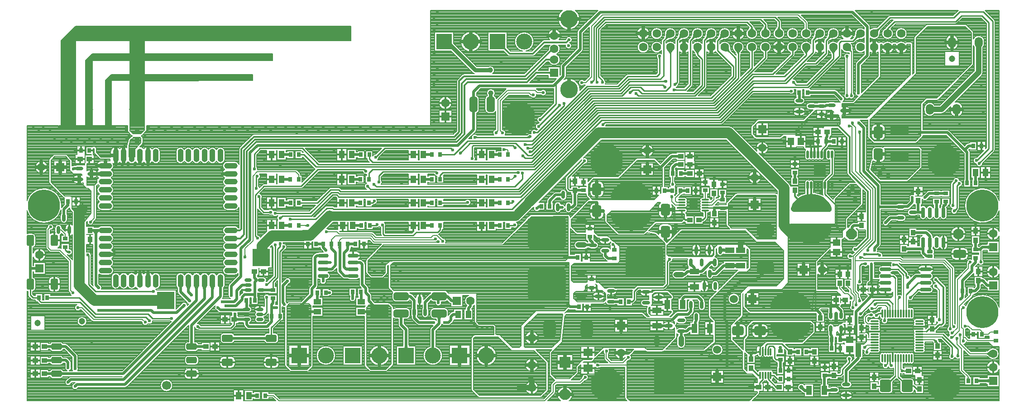
<source format=gtl>
G04*
G04 #@! TF.GenerationSoftware,Altium Limited,Altium Designer,19.1.6 (110)*
G04*
G04 Layer_Physical_Order=1*
G04 Layer_Color=255*
%FSLAX24Y24*%
%MOIN*%
G70*
G01*
G75*
%ADD11C,0.0118*%
%ADD14C,0.0079*%
%ADD15C,0.0098*%
%ADD17C,0.0236*%
%ADD21C,0.0138*%
%ADD26O,0.0281X0.0591*%
G04:AMPARAMS|DCode=27|XSize=82.7mil|YSize=55.1mil|CornerRadius=13.8mil|HoleSize=0mil|Usage=FLASHONLY|Rotation=90.000|XOffset=0mil|YOffset=0mil|HoleType=Round|Shape=RoundedRectangle|*
%AMROUNDEDRECTD27*
21,1,0.0827,0.0276,0,0,90.0*
21,1,0.0551,0.0551,0,0,90.0*
1,1,0.0276,0.0138,0.0276*
1,1,0.0276,0.0138,-0.0276*
1,1,0.0276,-0.0138,-0.0276*
1,1,0.0276,-0.0138,0.0276*
%
%ADD27ROUNDEDRECTD27*%
%ADD28O,0.0800X0.0295*%
%ADD29O,0.0591X0.0281*%
%ADD30R,0.1339X0.0709*%
G04:AMPARAMS|DCode=31|XSize=86.6mil|YSize=68.9mil|CornerRadius=17.2mil|HoleSize=0mil|Usage=FLASHONLY|Rotation=270.000|XOffset=0mil|YOffset=0mil|HoleType=Round|Shape=RoundedRectangle|*
%AMROUNDEDRECTD31*
21,1,0.0866,0.0344,0,0,270.0*
21,1,0.0522,0.0689,0,0,270.0*
1,1,0.0344,-0.0172,-0.0261*
1,1,0.0344,-0.0172,0.0261*
1,1,0.0344,0.0172,0.0261*
1,1,0.0344,0.0172,-0.0261*
%
%ADD31ROUNDEDRECTD31*%
G04:AMPARAMS|DCode=32|XSize=110.2mil|YSize=59.1mil|CornerRadius=14.8mil|HoleSize=0mil|Usage=FLASHONLY|Rotation=0.000|XOffset=0mil|YOffset=0mil|HoleType=Round|Shape=RoundedRectangle|*
%AMROUNDEDRECTD32*
21,1,0.1102,0.0295,0,0,0.0*
21,1,0.0807,0.0591,0,0,0.0*
1,1,0.0295,0.0404,-0.0148*
1,1,0.0295,-0.0404,-0.0148*
1,1,0.0295,-0.0404,0.0148*
1,1,0.0295,0.0404,0.0148*
%
%ADD32ROUNDEDRECTD32*%
G04:AMPARAMS|DCode=33|XSize=82.7mil|YSize=55.1mil|CornerRadius=13.8mil|HoleSize=0mil|Usage=FLASHONLY|Rotation=0.000|XOffset=0mil|YOffset=0mil|HoleType=Round|Shape=RoundedRectangle|*
%AMROUNDEDRECTD33*
21,1,0.0827,0.0276,0,0,0.0*
21,1,0.0551,0.0551,0,0,0.0*
1,1,0.0276,0.0276,-0.0138*
1,1,0.0276,-0.0276,-0.0138*
1,1,0.0276,-0.0276,0.0138*
1,1,0.0276,0.0276,0.0138*
%
%ADD33ROUNDEDRECTD33*%
%ADD34O,0.0531X0.0236*%
G04:AMPARAMS|DCode=35|XSize=110.2mil|YSize=59.1mil|CornerRadius=14.8mil|HoleSize=0mil|Usage=FLASHONLY|Rotation=90.000|XOffset=0mil|YOffset=0mil|HoleType=Round|Shape=RoundedRectangle|*
%AMROUNDEDRECTD35*
21,1,0.1102,0.0295,0,0,90.0*
21,1,0.0807,0.0591,0,0,90.0*
1,1,0.0295,0.0148,0.0404*
1,1,0.0295,0.0148,-0.0404*
1,1,0.0295,-0.0148,-0.0404*
1,1,0.0295,-0.0148,0.0404*
%
%ADD35ROUNDEDRECTD35*%
%ADD36O,0.0984X0.0433*%
%ADD37O,0.0433X0.0984*%
%ADD38O,0.0177X0.0591*%
G04:AMPARAMS|DCode=39|XSize=128mil|YSize=90.6mil|CornerRadius=22.6mil|HoleSize=0mil|Usage=FLASHONLY|Rotation=180.000|XOffset=0mil|YOffset=0mil|HoleType=Round|Shape=RoundedRectangle|*
%AMROUNDEDRECTD39*
21,1,0.1280,0.0453,0,0,180.0*
21,1,0.0827,0.0906,0,0,180.0*
1,1,0.0453,-0.0413,0.0226*
1,1,0.0453,0.0413,0.0226*
1,1,0.0453,0.0413,-0.0226*
1,1,0.0453,-0.0413,-0.0226*
%
%ADD39ROUNDEDRECTD39*%
%ADD40O,0.0850X0.0295*%
%ADD41O,0.0236X0.0531*%
G04:AMPARAMS|DCode=42|XSize=43.3mil|YSize=23.6mil|CornerRadius=5.9mil|HoleSize=0mil|Usage=FLASHONLY|Rotation=0.000|XOffset=0mil|YOffset=0mil|HoleType=Round|Shape=RoundedRectangle|*
%AMROUNDEDRECTD42*
21,1,0.0433,0.0118,0,0,0.0*
21,1,0.0315,0.0236,0,0,0.0*
1,1,0.0118,0.0157,-0.0059*
1,1,0.0118,-0.0157,-0.0059*
1,1,0.0118,-0.0157,0.0059*
1,1,0.0118,0.0157,0.0059*
%
%ADD42ROUNDEDRECTD42*%
G04:AMPARAMS|DCode=43|XSize=94.5mil|YSize=59.1mil|CornerRadius=14.8mil|HoleSize=0mil|Usage=FLASHONLY|Rotation=0.000|XOffset=0mil|YOffset=0mil|HoleType=Round|Shape=RoundedRectangle|*
%AMROUNDEDRECTD43*
21,1,0.0945,0.0295,0,0,0.0*
21,1,0.0650,0.0591,0,0,0.0*
1,1,0.0295,0.0325,-0.0148*
1,1,0.0295,-0.0325,-0.0148*
1,1,0.0295,-0.0325,0.0148*
1,1,0.0295,0.0325,0.0148*
%
%ADD43ROUNDEDRECTD43*%
%ADD44O,0.0295X0.0800*%
%ADD45O,0.0630X0.0118*%
%ADD46O,0.0118X0.0630*%
G04:AMPARAMS|DCode=47|XSize=90.6mil|YSize=82.7mil|CornerRadius=12.4mil|HoleSize=0mil|Usage=FLASHONLY|Rotation=90.000|XOffset=0mil|YOffset=0mil|HoleType=Round|Shape=RoundedRectangle|*
%AMROUNDEDRECTD47*
21,1,0.0906,0.0579,0,0,90.0*
21,1,0.0657,0.0827,0,0,90.0*
1,1,0.0248,0.0289,0.0329*
1,1,0.0248,0.0289,-0.0329*
1,1,0.0248,-0.0289,-0.0329*
1,1,0.0248,-0.0289,0.0329*
%
%ADD47ROUNDEDRECTD47*%
%ADD49O,0.0571X0.0118*%
%ADD50R,0.0610X0.0728*%
G04:AMPARAMS|DCode=51|XSize=86.6mil|YSize=68.9mil|CornerRadius=17.2mil|HoleSize=0mil|Usage=FLASHONLY|Rotation=0.000|XOffset=0mil|YOffset=0mil|HoleType=Round|Shape=RoundedRectangle|*
%AMROUNDEDRECTD51*
21,1,0.0866,0.0344,0,0,0.0*
21,1,0.0522,0.0689,0,0,0.0*
1,1,0.0344,0.0261,-0.0172*
1,1,0.0344,-0.0261,-0.0172*
1,1,0.0344,-0.0261,0.0172*
1,1,0.0344,0.0261,0.0172*
%
%ADD51ROUNDEDRECTD51*%
%ADD52O,0.0118X0.0571*%
%ADD53R,0.0728X0.0610*%
G04:AMPARAMS|DCode=55|XSize=128mil|YSize=90.6mil|CornerRadius=22.6mil|HoleSize=0mil|Usage=FLASHONLY|Rotation=90.000|XOffset=0mil|YOffset=0mil|HoleType=Round|Shape=RoundedRectangle|*
%AMROUNDEDRECTD55*
21,1,0.1280,0.0453,0,0,90.0*
21,1,0.0827,0.0906,0,0,90.0*
1,1,0.0453,0.0226,0.0413*
1,1,0.0453,0.0226,-0.0413*
1,1,0.0453,-0.0226,-0.0413*
1,1,0.0453,-0.0226,0.0413*
%
%ADD55ROUNDEDRECTD55*%
G04:AMPARAMS|DCode=56|XSize=78.7mil|YSize=47.2mil|CornerRadius=11.8mil|HoleSize=0mil|Usage=FLASHONLY|Rotation=0.000|XOffset=0mil|YOffset=0mil|HoleType=Round|Shape=RoundedRectangle|*
%AMROUNDEDRECTD56*
21,1,0.0787,0.0236,0,0,0.0*
21,1,0.0551,0.0472,0,0,0.0*
1,1,0.0236,0.0276,-0.0118*
1,1,0.0236,-0.0276,-0.0118*
1,1,0.0236,-0.0276,0.0118*
1,1,0.0236,0.0276,0.0118*
%
%ADD56ROUNDEDRECTD56*%
%ADD104C,0.0669*%
%ADD113C,0.0827*%
%ADD121R,0.0354X0.0394*%
%ADD122R,0.0413X0.0551*%
%ADD123R,0.0276X0.0354*%
%ADD124R,0.1161X0.1181*%
%ADD125R,0.0581X0.1181*%
%ADD126R,0.0512X0.1181*%
%ADD127R,0.0394X0.0394*%
%ADD128R,0.0354X0.0276*%
%ADD129R,0.0394X0.0354*%
%ADD130R,0.0453X0.0571*%
%ADD131R,0.0571X0.0453*%
%ADD132R,0.0906X0.0965*%
%ADD133R,0.0413X0.0689*%
%ADD134R,0.0551X0.0413*%
%ADD135O,0.0846X0.0394*%
G04:AMPARAMS|DCode=136|XSize=279.5mil|YSize=218.5mil|CornerRadius=10.9mil|HoleSize=0mil|Usage=FLASHONLY|Rotation=180.000|XOffset=0mil|YOffset=0mil|HoleType=Round|Shape=RoundedRectangle|*
%AMROUNDEDRECTD136*
21,1,0.2795,0.1967,0,0,180.0*
21,1,0.2577,0.2185,0,0,180.0*
1,1,0.0219,-0.1288,0.0983*
1,1,0.0219,0.1288,0.0983*
1,1,0.0219,0.1288,-0.0983*
1,1,0.0219,-0.1288,-0.0983*
%
%ADD136ROUNDEDRECTD136*%
%ADD137R,0.0689X0.0413*%
%ADD138R,0.0709X0.0551*%
%ADD139O,0.0394X0.0846*%
G04:AMPARAMS|DCode=140|XSize=279.5mil|YSize=218.5mil|CornerRadius=10.9mil|HoleSize=0mil|Usage=FLASHONLY|Rotation=270.000|XOffset=0mil|YOffset=0mil|HoleType=Round|Shape=RoundedRectangle|*
%AMROUNDEDRECTD140*
21,1,0.2795,0.1967,0,0,270.0*
21,1,0.2577,0.2185,0,0,270.0*
1,1,0.0219,-0.0983,-0.1288*
1,1,0.0219,-0.0983,0.1288*
1,1,0.0219,0.0983,0.1288*
1,1,0.0219,0.0983,-0.1288*
%
%ADD140ROUNDEDRECTD140*%
%ADD141C,0.0472*%
%ADD142C,0.0276*%
%ADD143C,0.0197*%
%ADD144C,0.0787*%
%ADD145C,0.0709*%
%ADD146C,0.0394*%
%ADD147C,0.0315*%
%ADD148R,0.1093X0.6250*%
%ADD149R,2.0256X0.1090*%
%ADD150R,0.1081X0.5913*%
%ADD151R,1.3307X0.0521*%
%ADD152R,0.0509X0.4754*%
%ADD153R,0.0448X0.3307*%
%ADD154R,0.1407X0.0443*%
%ADD155R,0.8041X0.0438*%
%ADD156R,0.4242X0.0335*%
%ADD157R,0.0423X0.0994*%
%ADD158R,0.1299X0.1292*%
%ADD159C,0.0630*%
%ADD160R,0.0630X0.0630*%
%ADD161C,0.1299*%
%ADD162O,0.0591X0.0787*%
%ADD163C,0.0600*%
%ADD164R,0.0600X0.0600*%
%ADD165C,0.1181*%
%ADD166R,0.1181X0.1181*%
%ADD167R,0.0600X0.0600*%
%ADD168C,0.0787*%
%ADD169P,0.0852X8X202.5*%
%ADD170R,0.0630X0.0630*%
%ADD171R,0.0827X0.0827*%
%ADD172P,0.2557X8X292.5*%
%ADD173C,0.2362*%
%ADD174C,0.0236*%
%ADD175C,0.0315*%
%ADD176C,0.0394*%
G36*
X72356Y46511D02*
X72358Y46481D01*
X72359Y46477D01*
X72360Y46473D01*
X72361Y46470D01*
X72363Y46468D01*
X72364Y46467D01*
X72250D01*
X72252Y46468D01*
X72253Y46470D01*
X72254Y46473D01*
X72255Y46477D01*
X72256Y46481D01*
X72257Y46487D01*
X72258Y46502D01*
X72258Y46521D01*
X72356D01*
X72356Y46511D01*
D02*
G37*
G36*
X62358Y46616D02*
X62362Y46592D01*
X62369Y46568D01*
X62380Y46545D01*
X62393Y46521D01*
X62409Y46498D01*
X62428Y46474D01*
X62450Y46451D01*
X62475Y46428D01*
X62502Y46405D01*
X62112D01*
X62140Y46428D01*
X62164Y46451D01*
X62186Y46474D01*
X62205Y46498D01*
X62221Y46521D01*
X62235Y46545D01*
X62245Y46568D01*
X62252Y46592D01*
X62256Y46616D01*
X62258Y46640D01*
X62356D01*
X62358Y46616D01*
D02*
G37*
G36*
X64358Y46635D02*
X64363Y46612D01*
X64372Y46588D01*
X64384Y46562D01*
X64399Y46535D01*
X64418Y46507D01*
X64440Y46478D01*
X64495Y46415D01*
X64528Y46382D01*
X64087D01*
X64119Y46415D01*
X64174Y46478D01*
X64196Y46507D01*
X64215Y46535D01*
X64230Y46562D01*
X64242Y46588D01*
X64251Y46612D01*
X64256Y46635D01*
X64258Y46658D01*
X64356D01*
X64358Y46635D01*
D02*
G37*
G36*
X63358D02*
X63363Y46612D01*
X63372Y46588D01*
X63384Y46562D01*
X63399Y46535D01*
X63418Y46507D01*
X63440Y46478D01*
X63495Y46415D01*
X63528Y46382D01*
X63087D01*
X63119Y46415D01*
X63174Y46478D01*
X63196Y46507D01*
X63215Y46535D01*
X63230Y46562D01*
X63242Y46588D01*
X63251Y46612D01*
X63256Y46635D01*
X63258Y46658D01*
X63356D01*
X63358Y46635D01*
D02*
G37*
G36*
X71695Y46476D02*
X71681Y46459D01*
X71668Y46439D01*
X71657Y46416D01*
X71647Y46389D01*
X71639Y46359D01*
X71633Y46326D01*
X71628Y46290D01*
X71622Y46207D01*
X71622Y46161D01*
X71310Y46472D01*
X71357Y46473D01*
X71439Y46478D01*
X71476Y46483D01*
X71509Y46490D01*
X71539Y46498D01*
X71566Y46507D01*
X71589Y46519D01*
X71609Y46531D01*
X71626Y46546D01*
X71695Y46476D01*
D02*
G37*
G36*
X70304Y45843D02*
X70258Y45842D01*
X70175Y45837D01*
X70138Y45832D01*
X70105Y45825D01*
X70075Y45817D01*
X70049Y45808D01*
X70025Y45796D01*
X70005Y45783D01*
X69988Y45769D01*
X69919Y45839D01*
X69933Y45855D01*
X69946Y45876D01*
X69957Y45899D01*
X69967Y45926D01*
X69975Y45956D01*
X69982Y45989D01*
X69987Y46025D01*
X69992Y46108D01*
X69992Y46154D01*
X70304Y45843D01*
D02*
G37*
G36*
X68304D02*
X68258Y45842D01*
X68175Y45837D01*
X68138Y45832D01*
X68105Y45825D01*
X68075Y45817D01*
X68049Y45808D01*
X68025Y45796D01*
X68005Y45783D01*
X67988Y45769D01*
X67919Y45839D01*
X67933Y45855D01*
X67946Y45876D01*
X67957Y45899D01*
X67967Y45926D01*
X67975Y45956D01*
X67982Y45989D01*
X67987Y46025D01*
X67992Y46108D01*
X67992Y46154D01*
X68304Y45843D01*
D02*
G37*
G36*
X67304D02*
X67258Y45842D01*
X67175Y45837D01*
X67138Y45832D01*
X67105Y45825D01*
X67075Y45817D01*
X67049Y45808D01*
X67025Y45796D01*
X67005Y45783D01*
X66988Y45769D01*
X66919Y45839D01*
X66933Y45855D01*
X66946Y45876D01*
X66957Y45899D01*
X66967Y45926D01*
X66975Y45956D01*
X66982Y45989D01*
X66987Y46025D01*
X66992Y46108D01*
X66992Y46154D01*
X67304Y45843D01*
D02*
G37*
G36*
X60304D02*
X60258Y45842D01*
X60175Y45837D01*
X60138Y45832D01*
X60105Y45825D01*
X60075Y45817D01*
X60049Y45808D01*
X60025Y45796D01*
X60005Y45783D01*
X59988Y45769D01*
X59919Y45839D01*
X59933Y45855D01*
X59946Y45876D01*
X59957Y45899D01*
X59967Y45926D01*
X59975Y45956D01*
X59982Y45989D01*
X59987Y46025D01*
X59992Y46108D01*
X59992Y46154D01*
X60304Y45843D01*
D02*
G37*
G36*
X59304D02*
X59258Y45842D01*
X59175Y45837D01*
X59138Y45832D01*
X59105Y45825D01*
X59075Y45817D01*
X59049Y45808D01*
X59025Y45796D01*
X59005Y45783D01*
X58988Y45769D01*
X58919Y45839D01*
X58933Y45855D01*
X58946Y45876D01*
X58957Y45899D01*
X58967Y45926D01*
X58975Y45956D01*
X58982Y45989D01*
X58987Y46025D01*
X58992Y46108D01*
X58992Y46154D01*
X59304Y45843D01*
D02*
G37*
G36*
X58304D02*
X58258Y45842D01*
X58175Y45837D01*
X58138Y45832D01*
X58105Y45825D01*
X58075Y45817D01*
X58049Y45808D01*
X58025Y45796D01*
X58005Y45783D01*
X57988Y45769D01*
X57919Y45839D01*
X57933Y45855D01*
X57946Y45876D01*
X57957Y45899D01*
X57967Y45926D01*
X57975Y45956D01*
X57982Y45989D01*
X57987Y46025D01*
X57992Y46108D01*
X57992Y46154D01*
X58304Y45843D01*
D02*
G37*
G36*
X57304D02*
X57258Y45842D01*
X57175Y45837D01*
X57138Y45832D01*
X57105Y45825D01*
X57075Y45817D01*
X57049Y45808D01*
X57025Y45796D01*
X57005Y45783D01*
X56988Y45769D01*
X56919Y45839D01*
X56933Y45855D01*
X56946Y45876D01*
X56957Y45899D01*
X56967Y45926D01*
X56975Y45956D01*
X56982Y45989D01*
X56987Y46025D01*
X56992Y46108D01*
X56992Y46154D01*
X57304Y45843D01*
D02*
G37*
G36*
X56337Y45844D02*
X56289Y45839D01*
X56166Y45817D01*
X56132Y45808D01*
X56101Y45799D01*
X56075Y45788D01*
X56052Y45776D01*
X56033Y45764D01*
X56017Y45751D01*
X55940Y45813D01*
X55955Y45830D01*
X55968Y45851D01*
X55979Y45874D01*
X55987Y45901D01*
X55994Y45930D01*
X55998Y45962D01*
X56001Y45998D01*
X56001Y46036D01*
X55998Y46077D01*
X55994Y46121D01*
X56337Y45844D01*
D02*
G37*
G36*
X12618Y45689D02*
X12519Y45591D01*
X11456Y45600D01*
X12539Y46683D01*
X12618D01*
Y45689D01*
D02*
G37*
G36*
X48847Y45591D02*
X48843Y45590D01*
X48838Y45589D01*
X48833Y45586D01*
X48827Y45583D01*
X48821Y45579D01*
X48813Y45573D01*
X48798Y45560D01*
X48779Y45542D01*
X48682Y45639D01*
X48691Y45649D01*
X48718Y45681D01*
X48723Y45687D01*
X48726Y45693D01*
X48728Y45699D01*
X48730Y45703D01*
X48730Y45707D01*
X48847Y45591D01*
D02*
G37*
G36*
X69611Y45065D02*
X69608Y45035D01*
X69607Y45007D01*
X69608Y44981D01*
X69612Y44956D01*
X69618Y44933D01*
X69626Y44912D01*
X69636Y44892D01*
X69649Y44873D01*
X69664Y44857D01*
X69608Y44801D01*
X69591Y44816D01*
X69573Y44828D01*
X69553Y44839D01*
X69532Y44847D01*
X69508Y44853D01*
X69484Y44856D01*
X69457Y44858D01*
X69429Y44857D01*
X69400Y44854D01*
X69369Y44849D01*
X69616Y45096D01*
X69611Y45065D01*
D02*
G37*
G36*
X60622Y45108D02*
X60628Y45025D01*
X60633Y44989D01*
X60639Y44956D01*
X60647Y44926D01*
X60657Y44899D01*
X60668Y44876D01*
X60681Y44855D01*
X60695Y44839D01*
X60626Y44769D01*
X60609Y44783D01*
X60589Y44796D01*
X60566Y44808D01*
X60539Y44817D01*
X60509Y44825D01*
X60476Y44832D01*
X60439Y44837D01*
X60357Y44842D01*
X60310Y44843D01*
X60622Y45154D01*
X60622Y45108D01*
D02*
G37*
G36*
X68495Y44900D02*
X68440Y44837D01*
X68418Y44808D01*
X68399Y44780D01*
X68384Y44753D01*
X68372Y44727D01*
X68363Y44703D01*
X68358Y44679D01*
X68356Y44657D01*
X68258D01*
X68256Y44679D01*
X68251Y44703D01*
X68242Y44727D01*
X68230Y44753D01*
X68215Y44780D01*
X68196Y44808D01*
X68174Y44837D01*
X68119Y44900D01*
X68087Y44933D01*
X68528D01*
X68495Y44900D01*
D02*
G37*
G36*
X66495D02*
X66440Y44837D01*
X66418Y44808D01*
X66399Y44780D01*
X66384Y44753D01*
X66372Y44727D01*
X66363Y44703D01*
X66358Y44679D01*
X66356Y44657D01*
X66258D01*
X66256Y44679D01*
X66251Y44703D01*
X66242Y44727D01*
X66230Y44753D01*
X66215Y44780D01*
X66196Y44808D01*
X66174Y44837D01*
X66119Y44900D01*
X66087Y44933D01*
X66528D01*
X66495Y44900D01*
D02*
G37*
G36*
X61495D02*
X61440Y44837D01*
X61418Y44808D01*
X61399Y44780D01*
X61384Y44753D01*
X61372Y44727D01*
X61363Y44703D01*
X61358Y44679D01*
X61356Y44657D01*
X61258D01*
X61256Y44679D01*
X61251Y44703D01*
X61242Y44727D01*
X61230Y44753D01*
X61215Y44780D01*
X61196Y44808D01*
X61174Y44837D01*
X61119Y44900D01*
X61087Y44933D01*
X61528D01*
X61495Y44900D01*
D02*
G37*
G36*
X58495D02*
X58440Y44837D01*
X58418Y44808D01*
X58399Y44780D01*
X58384Y44753D01*
X58372Y44727D01*
X58363Y44703D01*
X58358Y44679D01*
X58356Y44657D01*
X58258D01*
X58256Y44679D01*
X58251Y44703D01*
X58242Y44727D01*
X58230Y44753D01*
X58215Y44780D01*
X58196Y44808D01*
X58174Y44837D01*
X58119Y44900D01*
X58087Y44933D01*
X58528D01*
X58495Y44900D01*
D02*
G37*
G36*
X56495D02*
X56440Y44837D01*
X56418Y44808D01*
X56399Y44780D01*
X56384Y44753D01*
X56372Y44727D01*
X56363Y44703D01*
X56358Y44679D01*
X56356Y44657D01*
X56258D01*
X56256Y44679D01*
X56251Y44703D01*
X56242Y44727D01*
X56230Y44753D01*
X56215Y44780D01*
X56196Y44808D01*
X56174Y44837D01*
X56119Y44900D01*
X56087Y44933D01*
X56528D01*
X56495Y44900D01*
D02*
G37*
G36*
X55588Y44397D02*
X55582Y44390D01*
X55577Y44382D01*
X55573Y44373D01*
X55569Y44364D01*
X55566Y44354D01*
X55564Y44344D01*
X55562Y44333D01*
X55561Y44322D01*
X55561Y44310D01*
X55463D01*
X55462Y44322D01*
X55461Y44333D01*
X55460Y44344D01*
X55457Y44354D01*
X55454Y44364D01*
X55451Y44373D01*
X55446Y44382D01*
X55441Y44390D01*
X55435Y44397D01*
X55429Y44404D01*
X55594D01*
X55588Y44397D01*
D02*
G37*
G36*
X69395Y44395D02*
X69388Y44386D01*
X69381Y44377D01*
X69376Y44368D01*
X69371Y44358D01*
X69367Y44348D01*
X69364Y44338D01*
X69362Y44328D01*
X69361Y44317D01*
X69360Y44306D01*
X69282D01*
X69281Y44317D01*
X69280Y44328D01*
X69278Y44338D01*
X69275Y44348D01*
X69271Y44358D01*
X69266Y44368D01*
X69260Y44377D01*
X69254Y44386D01*
X69246Y44395D01*
X69238Y44404D01*
X69404D01*
X69395Y44395D01*
D02*
G37*
G36*
X13828Y44626D02*
Y44163D01*
X13730Y44065D01*
X13230Y44106D01*
X13750Y44626D01*
X13828Y44626D01*
D02*
G37*
G36*
X47453Y43140D02*
X47452Y43151D01*
X47448Y43161D01*
X47442Y43170D01*
X47434Y43178D01*
X47423Y43184D01*
X47410Y43189D01*
X47395Y43193D01*
X47377Y43196D01*
X47357Y43198D01*
X47334Y43199D01*
Y43317D01*
X47357Y43318D01*
X47377Y43319D01*
X47395Y43322D01*
X47410Y43326D01*
X47423Y43332D01*
X47434Y43338D01*
X47442Y43346D01*
X47448Y43355D01*
X47452Y43365D01*
X47453Y43376D01*
Y43140D01*
D02*
G37*
G36*
X50906Y42758D02*
X50907Y42746D01*
X50909Y42736D01*
X50912Y42727D01*
X50916Y42719D01*
X50920Y42711D01*
X50925Y42705D01*
X50931Y42700D01*
X50938Y42695D01*
X50946Y42692D01*
X50796Y42624D01*
X50798Y42630D01*
X50800Y42637D01*
X50801Y42645D01*
X50804Y42662D01*
X50806Y42682D01*
X50807Y42717D01*
X50906Y42770D01*
X50906Y42758D01*
D02*
G37*
G36*
X15236Y42756D02*
X15075Y42595D01*
X14687Y42664D01*
X15123Y43100D01*
X15236D01*
Y42756D01*
D02*
G37*
G36*
X50663Y42650D02*
X50655Y42642D01*
X50647Y42633D01*
X50641Y42624D01*
X50635Y42615D01*
X50631Y42606D01*
X50627Y42597D01*
X50624Y42588D01*
X50622Y42579D01*
X50620Y42570D01*
X50620Y42560D01*
X50503Y42677D01*
X50512Y42677D01*
X50522Y42679D01*
X50531Y42681D01*
X50540Y42684D01*
X50549Y42688D01*
X50558Y42692D01*
X50567Y42698D01*
X50576Y42704D01*
X50585Y42712D01*
X50593Y42720D01*
X50663Y42650D01*
D02*
G37*
G36*
X55900Y42555D02*
X55893Y42561D01*
X55886Y42567D01*
X55878Y42572D01*
X55869Y42577D01*
X55860Y42580D01*
X55850Y42583D01*
X55840Y42586D01*
X55829Y42587D01*
X55818Y42588D01*
X55806Y42589D01*
Y42687D01*
X55818Y42687D01*
X55829Y42688D01*
X55840Y42690D01*
X55850Y42692D01*
X55860Y42695D01*
X55869Y42699D01*
X55878Y42703D01*
X55886Y42708D01*
X55893Y42714D01*
X55900Y42720D01*
Y42555D01*
D02*
G37*
G36*
X65492Y42558D02*
X65494Y42549D01*
X65496Y42540D01*
X65499Y42531D01*
X65503Y42522D01*
X65507Y42513D01*
X65513Y42504D01*
X65519Y42495D01*
X65527Y42486D01*
X65535Y42478D01*
X65465Y42408D01*
X65457Y42416D01*
X65448Y42424D01*
X65439Y42430D01*
X65430Y42436D01*
X65421Y42440D01*
X65412Y42444D01*
X65403Y42447D01*
X65394Y42449D01*
X65385Y42450D01*
X65375Y42451D01*
X65492Y42568D01*
X65492Y42558D01*
D02*
G37*
G36*
X56814Y42493D02*
X56806Y42484D01*
X56799Y42475D01*
X56792Y42467D01*
X56787Y42458D01*
X56782Y42449D01*
X56778Y42440D01*
X56775Y42431D01*
X56773Y42421D01*
X56772Y42412D01*
X56772Y42403D01*
X56655Y42520D01*
X56664Y42520D01*
X56673Y42521D01*
X56683Y42523D01*
X56692Y42526D01*
X56701Y42530D01*
X56710Y42535D01*
X56719Y42540D01*
X56727Y42547D01*
X56736Y42554D01*
X56745Y42562D01*
X56814Y42493D01*
D02*
G37*
G36*
X55823Y42357D02*
X55832Y42350D01*
X55841Y42344D01*
X55849Y42338D01*
X55858Y42333D01*
X55867Y42329D01*
X55877Y42326D01*
X55886Y42324D01*
X55895Y42323D01*
X55904Y42323D01*
X55787Y42206D01*
X55787Y42215D01*
X55786Y42224D01*
X55784Y42234D01*
X55781Y42243D01*
X55777Y42252D01*
X55772Y42261D01*
X55767Y42270D01*
X55760Y42279D01*
X55753Y42287D01*
X55745Y42296D01*
X55814Y42366D01*
X55823Y42357D01*
D02*
G37*
G36*
X56666Y42084D02*
X56673Y42078D01*
X56681Y42073D01*
X56690Y42069D01*
X56699Y42065D01*
X56709Y42062D01*
X56719Y42060D01*
X56730Y42058D01*
X56741Y42057D01*
X56753Y42057D01*
Y41959D01*
X56741Y41958D01*
X56730Y41957D01*
X56719Y41956D01*
X56709Y41953D01*
X56699Y41950D01*
X56690Y41947D01*
X56681Y41942D01*
X56673Y41937D01*
X56666Y41932D01*
X56659Y41925D01*
Y42091D01*
X56666Y42084D01*
D02*
G37*
G36*
X53507Y41902D02*
X53499Y41894D01*
X53492Y41885D01*
X53485Y41876D01*
X53480Y41867D01*
X53475Y41858D01*
X53471Y41849D01*
X53468Y41840D01*
X53466Y41831D01*
X53465Y41822D01*
X53465Y41812D01*
X53348Y41929D01*
X53357Y41929D01*
X53366Y41931D01*
X53375Y41933D01*
X53385Y41936D01*
X53394Y41940D01*
X53403Y41944D01*
X53411Y41950D01*
X53420Y41956D01*
X53429Y41964D01*
X53438Y41972D01*
X53507Y41902D01*
D02*
G37*
G36*
X69676Y41746D02*
X69677Y41735D01*
X69679Y41725D01*
X69682Y41715D01*
X69686Y41705D01*
X69691Y41695D01*
X69696Y41686D01*
X69703Y41677D01*
X69710Y41668D01*
X69718Y41659D01*
X69553D01*
X69561Y41668D01*
X69569Y41677D01*
X69575Y41686D01*
X69581Y41695D01*
X69586Y41705D01*
X69590Y41715D01*
X69593Y41725D01*
X69595Y41735D01*
X69596Y41746D01*
X69596Y41757D01*
X69675D01*
X69676Y41746D01*
D02*
G37*
G36*
X69361D02*
X69362Y41735D01*
X69364Y41725D01*
X69367Y41715D01*
X69371Y41705D01*
X69376Y41695D01*
X69381Y41686D01*
X69388Y41677D01*
X69395Y41668D01*
X69404Y41659D01*
X69238D01*
X69246Y41668D01*
X69254Y41677D01*
X69260Y41686D01*
X69266Y41695D01*
X69271Y41705D01*
X69275Y41715D01*
X69278Y41725D01*
X69280Y41735D01*
X69281Y41746D01*
X69282Y41757D01*
X69360D01*
X69361Y41746D01*
D02*
G37*
G36*
X53898Y41733D02*
X53899Y41723D01*
X53901Y41714D01*
X53904Y41705D01*
X53908Y41696D01*
X53913Y41687D01*
X53918Y41678D01*
X53925Y41669D01*
X53932Y41661D01*
X53940Y41652D01*
X53871Y41582D01*
X53862Y41590D01*
X53853Y41598D01*
X53844Y41604D01*
X53836Y41610D01*
X53827Y41615D01*
X53818Y41618D01*
X53808Y41621D01*
X53799Y41623D01*
X53790Y41625D01*
X53781Y41625D01*
X53898Y41742D01*
X53898Y41733D01*
D02*
G37*
G36*
X48148Y40738D02*
X48139Y40738D01*
X48130Y40737D01*
X48121Y40735D01*
X48112Y40732D01*
X48102Y40728D01*
X48094Y40723D01*
X48085Y40717D01*
X48076Y40711D01*
X48067Y40704D01*
X48058Y40695D01*
X47989Y40765D01*
X47997Y40774D01*
X48004Y40782D01*
X48011Y40791D01*
X48016Y40800D01*
X48021Y40809D01*
X48025Y40818D01*
X48028Y40827D01*
X48030Y40837D01*
X48031Y40846D01*
X48032Y40855D01*
X48148Y40738D01*
D02*
G37*
G36*
X67611Y40901D02*
X67614Y40900D01*
X67619Y40899D01*
X67626Y40899D01*
X67677Y40897D01*
X67714Y40897D01*
Y40700D01*
X67610Y40695D01*
Y40902D01*
X67611Y40901D01*
D02*
G37*
G36*
X17627Y40520D02*
X17508Y40519D01*
X17516Y40520D01*
X17522Y40523D01*
X17528Y40527D01*
X17533Y40532D01*
X17538Y40539D01*
X17541Y40548D01*
X17544Y40559D01*
X17546Y40571D01*
X17547Y40584D01*
X17547Y40599D01*
X17626D01*
X17627Y40520D01*
D02*
G37*
G36*
X16545Y40584D02*
X16546Y40571D01*
X16548Y40559D01*
X16551Y40548D01*
X16555Y40539D01*
X16559Y40532D01*
X16564Y40527D01*
X16570Y40523D01*
X16577Y40520D01*
X16584Y40519D01*
X16468Y40520D01*
X16467Y40521D01*
X16467Y40524D01*
X16467Y40528D01*
X16466Y40599D01*
X16545D01*
X16545Y40584D01*
D02*
G37*
G36*
X15186Y40480D02*
X15075Y40479D01*
X15083Y40480D01*
X15089Y40483D01*
X15095Y40487D01*
X15100Y40492D01*
X15105Y40499D01*
X15108Y40508D01*
X15111Y40519D01*
X15113Y40531D01*
X15114Y40544D01*
X15115Y40559D01*
X15193D01*
X15186Y40480D01*
D02*
G37*
G36*
X14749Y40544D02*
X14751Y40531D01*
X14753Y40519D01*
X14755Y40508D01*
X14759Y40499D01*
X14763Y40492D01*
X14768Y40487D01*
X14774Y40483D01*
X14781Y40480D01*
X14788Y40479D01*
X14676Y40480D01*
X14675Y40481D01*
X14674Y40484D01*
X14673Y40488D01*
X14673Y40493D01*
X14671Y40509D01*
X14670Y40559D01*
X14749D01*
X14749Y40544D01*
D02*
G37*
G36*
X13799Y40480D02*
X13686Y40479D01*
X13693Y40480D01*
X13700Y40483D01*
X13706Y40487D01*
X13711Y40492D01*
X13715Y40499D01*
X13719Y40508D01*
X13722Y40519D01*
X13724Y40531D01*
X13725Y40544D01*
X13725Y40559D01*
X13804D01*
X13799Y40480D01*
D02*
G37*
G36*
X13296Y40544D02*
X13297Y40531D01*
X13299Y40519D01*
X13302Y40508D01*
X13305Y40499D01*
X13309Y40492D01*
X13315Y40487D01*
X13320Y40483D01*
X13327Y40480D01*
X13335Y40479D01*
X13221Y40480D01*
X13220Y40481D01*
X13219Y40484D01*
X13219Y40488D01*
X13218Y40493D01*
X13217Y40519D01*
X13217Y40559D01*
X13295D01*
X13296Y40544D01*
D02*
G37*
G36*
X12568Y40480D02*
X12449Y40479D01*
X12457Y40480D01*
X12463Y40483D01*
X12469Y40487D01*
X12474Y40492D01*
X12479Y40499D01*
X12482Y40508D01*
X12485Y40519D01*
X12487Y40531D01*
X12488Y40544D01*
X12488Y40559D01*
X12567D01*
X12568Y40480D01*
D02*
G37*
G36*
X11486Y40544D02*
X11487Y40531D01*
X11489Y40519D01*
X11492Y40508D01*
X11496Y40499D01*
X11500Y40492D01*
X11505Y40487D01*
X11511Y40483D01*
X11518Y40480D01*
X11525Y40479D01*
X11409Y40480D01*
X11408Y40481D01*
X11408Y40484D01*
X11408Y40488D01*
X11407Y40559D01*
X11486D01*
X11486Y40544D01*
D02*
G37*
G36*
X51499Y39540D02*
X51491Y39531D01*
X51484Y39523D01*
X51477Y39514D01*
X51472Y39505D01*
X51467Y39496D01*
X51463Y39487D01*
X51460Y39478D01*
X51458Y39469D01*
X51457Y39459D01*
X51457Y39450D01*
X51340Y39567D01*
X51349Y39567D01*
X51358Y39568D01*
X51368Y39571D01*
X51377Y39574D01*
X51386Y39577D01*
X51395Y39582D01*
X51404Y39588D01*
X51412Y39594D01*
X51421Y39601D01*
X51430Y39610D01*
X51499Y39540D01*
D02*
G37*
G36*
X69804Y39478D02*
X69800Y39471D01*
X69798Y39464D01*
X69797Y39457D01*
X69798Y39449D01*
X69800Y39441D01*
X69803Y39433D01*
X69808Y39425D01*
X69815Y39416D01*
X69823Y39408D01*
X69751Y39369D01*
X69655Y39467D01*
X69809Y39485D01*
X69804Y39478D01*
D02*
G37*
G36*
X69695Y39313D02*
X69656Y39241D01*
X69647Y39249D01*
X69639Y39255D01*
X69631Y39260D01*
X69623Y39264D01*
X69615Y39266D01*
X69607Y39267D01*
X69600Y39266D01*
X69593Y39264D01*
X69586Y39260D01*
X69579Y39255D01*
X69597Y39408D01*
X69695Y39313D01*
D02*
G37*
G36*
X63370Y39219D02*
X63374Y39207D01*
X63381Y39197D01*
X63391Y39188D01*
X63403Y39181D01*
X63418Y39174D01*
X63437Y39170D01*
X63457Y39166D01*
X63481Y39164D01*
X63507Y39163D01*
Y39026D01*
X63481Y39025D01*
X63457Y39023D01*
X63437Y39019D01*
X63418Y39015D01*
X63403Y39008D01*
X63391Y39001D01*
X63381Y38992D01*
X63374Y38981D01*
X63370Y38970D01*
X63368Y38957D01*
Y39232D01*
X63370Y39219D01*
D02*
G37*
G36*
X43631Y38949D02*
X43624Y38941D01*
X43617Y38933D01*
X43611Y38924D01*
X43606Y38915D01*
X43602Y38905D01*
X43598Y38895D01*
X43596Y38884D01*
X43594Y38873D01*
X43593Y38862D01*
X43593Y38850D01*
X43476Y38967D01*
X43488Y38967D01*
X43499Y38968D01*
X43510Y38970D01*
X43521Y38972D01*
X43531Y38976D01*
X43541Y38980D01*
X43550Y38985D01*
X43559Y38991D01*
X43567Y38998D01*
X43575Y39005D01*
X43631Y38949D01*
D02*
G37*
G36*
X70313Y38806D02*
X70307Y38799D01*
X70302Y38791D01*
X70297Y38783D01*
X70294Y38773D01*
X70291Y38764D01*
X70288Y38754D01*
X70287Y38743D01*
X70286Y38731D01*
X70285Y38719D01*
X70187D01*
X70187Y38731D01*
X70186Y38743D01*
X70184Y38754D01*
X70182Y38764D01*
X70179Y38773D01*
X70175Y38783D01*
X70171Y38791D01*
X70166Y38799D01*
X70160Y38806D01*
X70154Y38813D01*
X70319D01*
X70313Y38806D01*
D02*
G37*
G36*
X45932Y38447D02*
X45925Y38450D01*
X45917Y38453D01*
X45909Y38456D01*
X45900Y38458D01*
X45880Y38462D01*
X45870Y38463D01*
X45847Y38464D01*
X45835Y38465D01*
X45796Y38563D01*
X45808Y38563D01*
X45819Y38565D01*
X45829Y38567D01*
X45839Y38569D01*
X45847Y38573D01*
X45855Y38577D01*
X45862Y38583D01*
X45868Y38589D01*
X45873Y38595D01*
X45877Y38603D01*
X45932Y38447D01*
D02*
G37*
G36*
X42001Y38590D02*
X42008Y38584D01*
X42016Y38579D01*
X42025Y38575D01*
X42034Y38571D01*
X42043Y38568D01*
X42054Y38566D01*
X42064Y38564D01*
X42076Y38563D01*
X42088Y38563D01*
Y38465D01*
X42076Y38464D01*
X42064Y38463D01*
X42054Y38462D01*
X42043Y38459D01*
X42034Y38456D01*
X42025Y38453D01*
X42016Y38448D01*
X42008Y38443D01*
X42001Y38437D01*
X41994Y38431D01*
Y38596D01*
X42001Y38590D01*
D02*
G37*
G36*
X67884Y38454D02*
X67888Y38383D01*
X67890Y38375D01*
X67892Y38369D01*
X67894Y38366D01*
X67896Y38365D01*
X67675D01*
X67677Y38366D01*
X67679Y38369D01*
X67681Y38375D01*
X67683Y38383D01*
X67684Y38393D01*
X67686Y38419D01*
X67687Y38475D01*
X67884D01*
X67884Y38454D01*
D02*
G37*
G36*
X67854Y38116D02*
X67850Y38106D01*
X67846Y38094D01*
X67843Y38078D01*
X67840Y38059D01*
X67837Y38014D01*
X67879D01*
X67871Y38013D01*
X67863Y38010D01*
X67856Y38006D01*
X67851Y37999D01*
X67846Y37991D01*
X67842Y37980D01*
X67839Y37968D01*
X67836Y37954D01*
X67835Y37938D01*
X67835Y37920D01*
X67736D01*
X67736Y37938D01*
X67734Y37954D01*
X67732Y37968D01*
X67729Y37980D01*
X67725Y37991D01*
X67720Y37999D01*
X67715Y38006D01*
X67708Y38010D01*
X67700Y38013D01*
X67692Y38014D01*
X67732D01*
X67728Y38078D01*
X67725Y38094D01*
X67721Y38106D01*
X67717Y38116D01*
X67713Y38122D01*
X67858D01*
X67854Y38116D01*
D02*
G37*
G36*
X45721Y38029D02*
X45729Y38023D01*
X45736Y38018D01*
X45745Y38014D01*
X45754Y38010D01*
X45764Y38007D01*
X45774Y38005D01*
X45785Y38003D01*
X45796Y38002D01*
X45808Y38002D01*
Y37904D01*
X45796Y37903D01*
X45785Y37902D01*
X45774Y37901D01*
X45764Y37898D01*
X45754Y37895D01*
X45745Y37891D01*
X45736Y37887D01*
X45729Y37882D01*
X45721Y37876D01*
X45714Y37870D01*
Y38035D01*
X45721Y38029D01*
D02*
G37*
G36*
X44799Y37879D02*
X44808Y37872D01*
X44817Y37865D01*
X44826Y37860D01*
X44835Y37855D01*
X44844Y37851D01*
X44853Y37848D01*
X44862Y37846D01*
X44871Y37845D01*
X44881Y37844D01*
X44764Y37728D01*
X44763Y37737D01*
X44762Y37746D01*
X44760Y37755D01*
X44757Y37764D01*
X44753Y37773D01*
X44749Y37782D01*
X44743Y37791D01*
X44737Y37800D01*
X44729Y37809D01*
X44721Y37818D01*
X44791Y37887D01*
X44799Y37879D01*
D02*
G37*
G36*
X45908Y37763D02*
X45916Y37758D01*
X45924Y37753D01*
X45932Y37748D01*
X45941Y37745D01*
X45951Y37742D01*
X45961Y37739D01*
X45972Y37738D01*
X45983Y37737D01*
X45995Y37736D01*
Y37638D01*
X45983Y37637D01*
X45972Y37636D01*
X45961Y37635D01*
X45951Y37632D01*
X45941Y37629D01*
X45932Y37626D01*
X45924Y37621D01*
X45916Y37616D01*
X45908Y37611D01*
X45901Y37604D01*
Y37770D01*
X45908Y37763D01*
D02*
G37*
G36*
X40203Y37711D02*
X40221Y37696D01*
X40229Y37690D01*
X40237Y37685D01*
X40245Y37682D01*
X40252Y37679D01*
X40259Y37677D01*
X40266Y37676D01*
X40272Y37676D01*
X40168Y37573D01*
X40168Y37579D01*
X40168Y37586D01*
X40166Y37592D01*
X40163Y37600D01*
X40159Y37607D01*
X40154Y37615D01*
X40148Y37624D01*
X40141Y37632D01*
X40125Y37650D01*
X40194Y37720D01*
X40203Y37711D01*
D02*
G37*
G36*
X44148Y37673D02*
X44157Y37666D01*
X44166Y37659D01*
X44176Y37653D01*
X44185Y37649D01*
X44195Y37645D01*
X44205Y37642D01*
X44216Y37640D01*
X44226Y37638D01*
X44237Y37638D01*
Y37559D01*
X44226Y37559D01*
X44216Y37557D01*
X44205Y37555D01*
X44195Y37552D01*
X44185Y37548D01*
X44176Y37543D01*
X44166Y37538D01*
X44157Y37531D01*
X44148Y37524D01*
X44139Y37516D01*
Y37681D01*
X44148Y37673D01*
D02*
G37*
G36*
X46196Y37455D02*
X46096Y37361D01*
X46065Y37516D01*
X46071Y37512D01*
X46077Y37510D01*
X46084Y37509D01*
X46091Y37509D01*
X46099Y37511D01*
X46107Y37514D01*
X46115Y37518D01*
X46123Y37524D01*
X46132Y37531D01*
X46141Y37539D01*
X46196Y37455D01*
D02*
G37*
G36*
X67254Y37616D02*
X67261Y37508D01*
X67263Y37498D01*
X67265Y37490D01*
X67267Y37485D01*
X67103D01*
X67105Y37490D01*
X67108Y37498D01*
X67110Y37508D01*
X67111Y37520D01*
X67114Y37551D01*
X67116Y37616D01*
X67116Y37643D01*
X67254D01*
X67254Y37616D01*
D02*
G37*
G36*
X66998D02*
X67005Y37508D01*
X67007Y37498D01*
X67009Y37490D01*
X67011Y37485D01*
X66847D01*
X66849Y37490D01*
X66852Y37498D01*
X66854Y37508D01*
X66855Y37520D01*
X66858Y37551D01*
X66860Y37616D01*
X66860Y37643D01*
X66998D01*
X66998Y37616D01*
D02*
G37*
G36*
X66742D02*
X66749Y37508D01*
X66751Y37498D01*
X66753Y37490D01*
X66756Y37485D01*
X66591D01*
X66593Y37490D01*
X66596Y37498D01*
X66598Y37508D01*
X66599Y37520D01*
X66602Y37551D01*
X66604Y37616D01*
X66604Y37643D01*
X66742D01*
X66742Y37616D01*
D02*
G37*
G36*
X40997Y37424D02*
X40989Y37415D01*
X40982Y37406D01*
X40975Y37398D01*
X40970Y37389D01*
X40965Y37380D01*
X40961Y37371D01*
X40958Y37362D01*
X40956Y37352D01*
X40955Y37343D01*
X40955Y37334D01*
X40838Y37451D01*
X40847Y37451D01*
X40856Y37452D01*
X40866Y37454D01*
X40875Y37457D01*
X40884Y37461D01*
X40893Y37466D01*
X40902Y37472D01*
X40910Y37478D01*
X40919Y37485D01*
X40928Y37494D01*
X40997Y37424D01*
D02*
G37*
G36*
X45576Y37115D02*
X45577Y37106D01*
X45580Y37097D01*
X45582Y37088D01*
X45586Y37079D01*
X45591Y37070D01*
X45597Y37061D01*
X45603Y37052D01*
X45610Y37043D01*
X45619Y37035D01*
X45549Y36965D01*
X45540Y36973D01*
X45532Y36981D01*
X45523Y36987D01*
X45514Y36993D01*
X45505Y36997D01*
X45496Y37001D01*
X45487Y37004D01*
X45478Y37006D01*
X45468Y37008D01*
X45459Y37008D01*
X45576Y37125D01*
X45576Y37115D01*
D02*
G37*
G36*
X79011Y36855D02*
X79003Y36846D01*
X78988Y36829D01*
X78982Y36820D01*
X78977Y36811D01*
X78972Y36803D01*
X78968Y36794D01*
X78965Y36785D01*
X78963Y36776D01*
X78961Y36767D01*
X78865Y36902D01*
X78874Y36901D01*
X78883Y36901D01*
X78892Y36902D01*
X78901Y36904D01*
X78910Y36907D01*
X78919Y36911D01*
X78928Y36916D01*
X78937Y36922D01*
X78946Y36929D01*
X78954Y36937D01*
X79011Y36855D01*
D02*
G37*
G36*
X79219Y36673D02*
X79211Y36664D01*
X79203Y36655D01*
X79197Y36647D01*
X79192Y36638D01*
X79188Y36629D01*
X79185Y36620D01*
X79183Y36611D01*
X79182Y36602D01*
X79182Y36593D01*
X79183Y36584D01*
X79049Y36680D01*
X79057Y36681D01*
X79066Y36684D01*
X79075Y36687D01*
X79084Y36691D01*
X79093Y36696D01*
X79102Y36701D01*
X79110Y36707D01*
X79119Y36714D01*
X79136Y36730D01*
X79219Y36673D01*
D02*
G37*
G36*
X33805Y36157D02*
X33814Y36149D01*
X33823Y36143D01*
X33832Y36137D01*
X33841Y36132D01*
X33850Y36129D01*
X33859Y36126D01*
X33868Y36124D01*
X33877Y36122D01*
X33887Y36122D01*
X33770Y36005D01*
X33769Y36014D01*
X33768Y36024D01*
X33766Y36033D01*
X33763Y36042D01*
X33759Y36051D01*
X33755Y36060D01*
X33749Y36069D01*
X33742Y36078D01*
X33735Y36086D01*
X33727Y36095D01*
X33797Y36165D01*
X33805Y36157D01*
D02*
G37*
G36*
X45034Y35813D02*
X45027Y35819D01*
X45020Y35825D01*
X45012Y35830D01*
X45003Y35834D01*
X44994Y35838D01*
X44984Y35841D01*
X44974Y35843D01*
X44963Y35845D01*
X44952Y35846D01*
X44940Y35846D01*
Y35945D01*
X44952Y35945D01*
X44963Y35946D01*
X44974Y35948D01*
X44984Y35950D01*
X44994Y35953D01*
X45003Y35957D01*
X45012Y35961D01*
X45020Y35966D01*
X45027Y35972D01*
X45034Y35978D01*
Y35813D01*
D02*
G37*
G36*
X45509Y35775D02*
X45504Y35768D01*
X45499Y35760D01*
X45494Y35751D01*
X45491Y35742D01*
X45488Y35732D01*
X45485Y35722D01*
X45484Y35711D01*
X45483Y35700D01*
X45482Y35688D01*
X45384D01*
X45384Y35700D01*
X45383Y35711D01*
X45381Y35722D01*
X45378Y35732D01*
X45375Y35742D01*
X45372Y35751D01*
X45367Y35760D01*
X45362Y35768D01*
X45357Y35775D01*
X45350Y35782D01*
X45516D01*
X45509Y35775D01*
D02*
G37*
G36*
X44871Y35502D02*
X44859Y35502D01*
X44847Y35501D01*
X44836Y35499D01*
X44826Y35496D01*
X44816Y35493D01*
X44806Y35488D01*
X44796Y35483D01*
X44788Y35477D01*
X44779Y35471D01*
X44771Y35463D01*
X44715Y35519D01*
X44723Y35527D01*
X44729Y35536D01*
X44735Y35545D01*
X44740Y35554D01*
X44745Y35564D01*
X44748Y35574D01*
X44751Y35584D01*
X44753Y35596D01*
X44754Y35607D01*
X44754Y35619D01*
X44871Y35502D01*
D02*
G37*
G36*
X25914Y35513D02*
X25906Y35511D01*
X25900Y35509D01*
X25894Y35504D01*
X25890Y35499D01*
X25885Y35493D01*
X25882Y35485D01*
X25879Y35476D01*
X25877Y35466D01*
X25876Y35455D01*
X25876Y35443D01*
X25778Y35463D01*
X25781Y35600D01*
X25914Y35513D01*
D02*
G37*
G36*
X77367Y35191D02*
X77357Y35191D01*
X77348Y35190D01*
X77339Y35187D01*
X77330Y35184D01*
X77321Y35181D01*
X77312Y35176D01*
X77303Y35170D01*
X77294Y35164D01*
X77285Y35157D01*
X77277Y35148D01*
X77207Y35218D01*
X77215Y35227D01*
X77223Y35235D01*
X77229Y35244D01*
X77235Y35253D01*
X77239Y35262D01*
X77243Y35271D01*
X77246Y35280D01*
X77248Y35289D01*
X77250Y35299D01*
X77250Y35308D01*
X77367Y35191D01*
D02*
G37*
G36*
X56516Y35194D02*
X56518Y35183D01*
X56520Y35173D01*
X56523Y35163D01*
X56527Y35153D01*
X56532Y35144D01*
X56538Y35135D01*
X56545Y35126D01*
X56553Y35118D01*
X56562Y35110D01*
X56397Y35097D01*
X56405Y35106D01*
X56411Y35116D01*
X56417Y35126D01*
X56423Y35136D01*
X56427Y35146D01*
X56431Y35156D01*
X56434Y35166D01*
X56436Y35177D01*
X56437Y35187D01*
X56437Y35198D01*
X56516Y35205D01*
X56516Y35194D01*
D02*
G37*
G36*
X77590Y34968D02*
X77580Y34968D01*
X77571Y34967D01*
X77562Y34965D01*
X77553Y34962D01*
X77544Y34958D01*
X77535Y34953D01*
X77526Y34948D01*
X77517Y34941D01*
X77508Y34934D01*
X77499Y34926D01*
X77430Y34995D01*
X77438Y35004D01*
X77445Y35013D01*
X77452Y35022D01*
X77457Y35030D01*
X77462Y35039D01*
X77466Y35048D01*
X77469Y35058D01*
X77471Y35067D01*
X77472Y35076D01*
X77473Y35085D01*
X77590Y34968D01*
D02*
G37*
G36*
X34616Y35017D02*
X34618Y35007D01*
X34620Y34998D01*
X34623Y34989D01*
X34627Y34980D01*
X34631Y34971D01*
X34637Y34962D01*
X34643Y34953D01*
X34651Y34945D01*
X34659Y34936D01*
X34589Y34866D01*
X34581Y34874D01*
X34572Y34882D01*
X34563Y34888D01*
X34554Y34894D01*
X34545Y34899D01*
X34536Y34902D01*
X34527Y34905D01*
X34518Y34907D01*
X34509Y34909D01*
X34499Y34909D01*
X34616Y35026D01*
X34616Y35017D01*
D02*
G37*
G36*
X34134Y34881D02*
X34135Y34872D01*
X34137Y34863D01*
X34140Y34854D01*
X34144Y34845D01*
X34149Y34836D01*
X34155Y34827D01*
X34161Y34818D01*
X34168Y34809D01*
X34177Y34801D01*
X34107Y34731D01*
X34098Y34739D01*
X34090Y34746D01*
X34081Y34753D01*
X34072Y34758D01*
X34063Y34763D01*
X34054Y34767D01*
X34045Y34770D01*
X34036Y34772D01*
X34026Y34773D01*
X34017Y34774D01*
X34134Y34891D01*
X34134Y34881D01*
D02*
G37*
G36*
X58959Y34448D02*
X58952Y34446D01*
X58946Y34442D01*
X58941Y34436D01*
X58937Y34429D01*
X58933Y34420D01*
X58931Y34410D01*
X58929Y34398D01*
X58928Y34384D01*
X58927Y34369D01*
X58848D01*
X58848Y34384D01*
X58847Y34398D01*
X58845Y34410D01*
X58842Y34420D01*
X58839Y34429D01*
X58834Y34436D01*
X58829Y34442D01*
X58823Y34446D01*
X58817Y34448D01*
X58809Y34449D01*
X58967D01*
X58959Y34448D01*
D02*
G37*
G36*
X59599Y34182D02*
X59592Y34180D01*
X59586Y34176D01*
X59581Y34170D01*
X59577Y34163D01*
X59573Y34154D01*
X59570Y34144D01*
X59569Y34132D01*
X59567Y34118D01*
X59567Y34103D01*
X59488D01*
X59488Y34118D01*
X59487Y34132D01*
X59485Y34144D01*
X59482Y34154D01*
X59478Y34163D01*
X59474Y34170D01*
X59469Y34176D01*
X59463Y34180D01*
X59456Y34182D01*
X59449Y34183D01*
X59606D01*
X59599Y34182D01*
D02*
G37*
G36*
X53648Y35272D02*
X53866Y35228D01*
X54076Y35155D01*
X54275Y35055D01*
X54459Y34930D01*
X54625Y34780D01*
X54627Y34778D01*
X54733Y34652D01*
X54817Y34510D01*
X54878Y34357D01*
X54920Y34223D01*
X54929Y34150D01*
X54910Y34079D01*
X54866Y34020D01*
X54804Y33981D01*
X54732Y33967D01*
X52126D01*
X52052Y33981D01*
X51988Y34022D01*
X51943Y34083D01*
X51924Y34156D01*
X51933Y34231D01*
X51973Y34360D01*
X52034Y34511D01*
X52117Y34651D01*
X52221Y34776D01*
X52225Y34780D01*
X52391Y34930D01*
X52575Y35055D01*
X52774Y35155D01*
X52985Y35228D01*
X53203Y35272D01*
X53425Y35287D01*
X53648Y35272D01*
D02*
G37*
G36*
X56493Y34041D02*
X56486Y34032D01*
X56479Y34023D01*
X56474Y34013D01*
X56469Y34004D01*
X56465Y33994D01*
X56462Y33984D01*
X56460Y33973D01*
X56459Y33963D01*
X56458Y33952D01*
X56379D01*
X56379Y33963D01*
X56378Y33973D01*
X56376Y33984D01*
X56373Y33994D01*
X56369Y34004D01*
X56364Y34013D01*
X56358Y34023D01*
X56352Y34032D01*
X56344Y34041D01*
X56336Y34050D01*
X56502D01*
X56493Y34041D01*
D02*
G37*
G36*
X58928Y34010D02*
X58929Y33997D01*
X58931Y33985D01*
X58933Y33974D01*
X58937Y33966D01*
X58941Y33958D01*
X58946Y33953D01*
X58952Y33949D01*
X58959Y33946D01*
X58967Y33946D01*
X58809D01*
X58817Y33946D01*
X58823Y33949D01*
X58829Y33953D01*
X58834Y33958D01*
X58839Y33966D01*
X58842Y33974D01*
X58845Y33985D01*
X58847Y33997D01*
X58848Y34010D01*
X58848Y34026D01*
X58927D01*
X58928Y34010D01*
D02*
G37*
G36*
X59982Y33809D02*
X59981Y33817D01*
X59978Y33823D01*
X59974Y33829D01*
X59969Y33834D01*
X59962Y33839D01*
X59953Y33842D01*
X59943Y33845D01*
X59931Y33847D01*
X59918Y33848D01*
X59903Y33848D01*
Y33927D01*
X59918Y33928D01*
X59931Y33929D01*
X59943Y33931D01*
X59953Y33933D01*
X59962Y33937D01*
X59969Y33941D01*
X59974Y33946D01*
X59978Y33952D01*
X59981Y33959D01*
X59982Y33967D01*
Y33809D01*
D02*
G37*
G36*
X59142Y33743D02*
X59148Y33740D01*
X59155Y33738D01*
X59164Y33736D01*
X59173Y33734D01*
X59195Y33732D01*
X59221Y33730D01*
X59236Y33730D01*
Y33652D01*
X59221Y33651D01*
X59173Y33648D01*
X59164Y33646D01*
X59155Y33644D01*
X59148Y33642D01*
X59142Y33639D01*
X59137Y33636D01*
Y33745D01*
X59142Y33743D01*
D02*
G37*
G36*
X77176Y33635D02*
X77177Y33623D01*
X77178Y33613D01*
X77181Y33602D01*
X77184Y33593D01*
X77187Y33584D01*
X77192Y33575D01*
X77197Y33567D01*
X77202Y33560D01*
X77209Y33553D01*
X77043Y33553D01*
X77050Y33560D01*
X77055Y33567D01*
X77060Y33575D01*
X77065Y33584D01*
X77068Y33593D01*
X77071Y33602D01*
X77074Y33613D01*
X77075Y33623D01*
X77076Y33635D01*
X77077Y33647D01*
X77175D01*
X77176Y33635D01*
D02*
G37*
G36*
X59142Y33546D02*
X59148Y33543D01*
X59155Y33541D01*
X59164Y33539D01*
X59173Y33537D01*
X59195Y33535D01*
X59221Y33534D01*
X59236Y33533D01*
Y33455D01*
X59221Y33455D01*
X59173Y33451D01*
X59164Y33449D01*
X59155Y33447D01*
X59148Y33445D01*
X59142Y33442D01*
X59137Y33440D01*
Y33549D01*
X59142Y33546D01*
D02*
G37*
G36*
X59139Y33351D02*
X59144Y33350D01*
X59150Y33349D01*
X59167Y33348D01*
X59243Y33346D01*
Y33248D01*
X59137Y33243D01*
Y33352D01*
X59139Y33351D01*
D02*
G37*
G36*
X60335Y33409D02*
X60341Y33404D01*
X60351Y33400D01*
X60365Y33396D01*
X60383Y33393D01*
X60404Y33390D01*
X60459Y33387D01*
X60530Y33386D01*
Y33189D01*
X60493Y33189D01*
X60404Y33181D01*
X60383Y33177D01*
X60365Y33172D01*
X60351Y33166D01*
X60341Y33158D01*
X60335Y33150D01*
X60333Y33141D01*
Y33414D01*
X60335Y33409D01*
D02*
G37*
G36*
X77366Y33154D02*
X77357Y33145D01*
X77350Y33136D01*
X77344Y33128D01*
X77338Y33119D01*
X77333Y33110D01*
X77329Y33101D01*
X77326Y33091D01*
X77324Y33082D01*
X77323Y33073D01*
X77323Y33064D01*
X77206Y33181D01*
X77215Y33181D01*
X77224Y33182D01*
X77234Y33184D01*
X77243Y33187D01*
X77252Y33191D01*
X77261Y33196D01*
X77270Y33201D01*
X77279Y33208D01*
X77287Y33215D01*
X77296Y33223D01*
X77366Y33154D01*
D02*
G37*
G36*
X59654Y33222D02*
X59660Y33159D01*
X59665Y33134D01*
X59672Y33112D01*
X59681Y33094D01*
X59691Y33080D01*
X59703Y33071D01*
X59716Y33065D01*
X59730Y33063D01*
X59378D01*
X59393Y33065D01*
X59406Y33071D01*
X59418Y33080D01*
X59428Y33094D01*
X59437Y33112D01*
X59444Y33134D01*
X59449Y33159D01*
X59453Y33189D01*
X59455Y33222D01*
X59456Y33260D01*
X59653D01*
X59654Y33222D01*
D02*
G37*
G36*
X66915Y34308D02*
X67134Y34264D01*
X67344Y34191D01*
X67543Y34091D01*
X67727Y33965D01*
X67893Y33816D01*
X67895Y33814D01*
X68000Y33687D01*
X68085Y33546D01*
X68146Y33393D01*
X68188Y33259D01*
X68196Y33186D01*
X68177Y33115D01*
X68134Y33056D01*
X68072Y33016D01*
X68000Y33003D01*
X65394D01*
X65320Y33017D01*
X65256Y33057D01*
X65211Y33118D01*
X65192Y33191D01*
X65200Y33266D01*
X65241Y33396D01*
X65301Y33547D01*
X65385Y33686D01*
X65489Y33811D01*
X65493Y33816D01*
X65659Y33965D01*
X65843Y34091D01*
X66042Y34191D01*
X66252Y34264D01*
X66471Y34308D01*
X66693Y34323D01*
X66915Y34308D01*
D02*
G37*
G36*
X58977Y33042D02*
X58969Y33039D01*
X58961Y33034D01*
X58955Y33027D01*
X58949Y33018D01*
X58945Y33007D01*
X58941Y32994D01*
X58939Y32979D01*
X58938Y32962D01*
X58937Y32943D01*
X58839D01*
X58838Y32962D01*
X58837Y32979D01*
X58834Y32994D01*
X58831Y33007D01*
X58826Y33018D01*
X58821Y33027D01*
X58814Y33034D01*
X58807Y33039D01*
X58799Y33042D01*
X58789Y33043D01*
X58986D01*
X58977Y33042D01*
D02*
G37*
G36*
X57245D02*
X57236Y33039D01*
X57229Y33034D01*
X57222Y33027D01*
X57217Y33018D01*
X57213Y33007D01*
X57209Y32994D01*
X57207Y32979D01*
X57205Y32962D01*
X57205Y32943D01*
X57106D01*
X57106Y32962D01*
X57104Y32979D01*
X57102Y32994D01*
X57098Y33007D01*
X57094Y33018D01*
X57089Y33027D01*
X57082Y33034D01*
X57075Y33039D01*
X57066Y33042D01*
X57057Y33043D01*
X57254D01*
X57245Y33042D01*
D02*
G37*
G36*
X27730Y32631D02*
X27722Y32622D01*
X27714Y32613D01*
X27708Y32605D01*
X27702Y32596D01*
X27697Y32587D01*
X27694Y32578D01*
X27691Y32569D01*
X27689Y32559D01*
X27687Y32550D01*
X27687Y32541D01*
X27570Y32658D01*
X27579Y32658D01*
X27589Y32659D01*
X27598Y32661D01*
X27607Y32664D01*
X27616Y32668D01*
X27625Y32673D01*
X27634Y32678D01*
X27643Y32685D01*
X27651Y32692D01*
X27660Y32700D01*
X27730Y32631D01*
D02*
G37*
G36*
X28408Y32527D02*
X28416Y32521D01*
X28424Y32516D01*
X28432Y32512D01*
X28441Y32508D01*
X28451Y32505D01*
X28461Y32503D01*
X28472Y32501D01*
X28483Y32500D01*
X28495Y32500D01*
Y32402D01*
X28483Y32401D01*
X28472Y32400D01*
X28461Y32399D01*
X28451Y32396D01*
X28441Y32393D01*
X28432Y32390D01*
X28424Y32385D01*
X28416Y32380D01*
X28408Y32374D01*
X28401Y32368D01*
Y32533D01*
X28408Y32527D01*
D02*
G37*
G36*
X58601Y32483D02*
X58604Y32476D01*
X58608Y32470D01*
X58614Y32465D01*
X58622Y32461D01*
X58632Y32457D01*
X58644Y32454D01*
X58657Y32452D01*
X58673Y32451D01*
X58690Y32451D01*
Y32352D01*
X58673Y32352D01*
X58657Y32351D01*
X58644Y32349D01*
X58632Y32346D01*
X58622Y32343D01*
X58614Y32338D01*
X58608Y32333D01*
X58604Y32327D01*
X58601Y32321D01*
X58600Y32313D01*
Y32490D01*
X58601Y32483D01*
D02*
G37*
G36*
X57542Y32303D02*
X57541Y32313D01*
X57538Y32321D01*
X57533Y32328D01*
X57526Y32335D01*
X57517Y32340D01*
X57506Y32344D01*
X57493Y32348D01*
X57478Y32350D01*
X57461Y32352D01*
X57442Y32352D01*
Y32451D01*
X57461Y32451D01*
X57478Y32453D01*
X57493Y32455D01*
X57506Y32459D01*
X57517Y32463D01*
X57526Y32469D01*
X57533Y32475D01*
X57538Y32482D01*
X57541Y32491D01*
X57542Y32500D01*
Y32303D01*
D02*
G37*
G36*
X13759Y32345D02*
X13752Y32337D01*
X13745Y32329D01*
X13739Y32320D01*
X13734Y32310D01*
X13730Y32301D01*
X13726Y32290D01*
X13724Y32280D01*
X13722Y32269D01*
X13721Y32257D01*
X13720Y32245D01*
X13603Y32362D01*
X13615Y32362D01*
X13627Y32364D01*
X13638Y32365D01*
X13649Y32368D01*
X13659Y32372D01*
X13669Y32376D01*
X13678Y32381D01*
X13687Y32387D01*
X13695Y32393D01*
X13703Y32401D01*
X13759Y32345D01*
D02*
G37*
G36*
X29532Y31906D02*
X29523Y31914D01*
X29514Y31921D01*
X29505Y31928D01*
X29496Y31933D01*
X29486Y31938D01*
X29476Y31942D01*
X29466Y31945D01*
X29456Y31947D01*
X29445Y31948D01*
X29434Y31949D01*
Y32028D01*
X29445Y32028D01*
X29456Y32029D01*
X29466Y32031D01*
X29476Y32034D01*
X29486Y32038D01*
X29496Y32043D01*
X29505Y32049D01*
X29514Y32055D01*
X29523Y32063D01*
X29532Y32071D01*
Y31906D01*
D02*
G37*
G36*
X54798Y32908D02*
X54862Y32868D01*
X54907Y32807D01*
X54926Y32734D01*
X54918Y32659D01*
X54877Y32529D01*
X54817Y32379D01*
X54733Y32239D01*
X54629Y32114D01*
X54625Y32109D01*
X54459Y31960D01*
X54275Y31835D01*
X54076Y31734D01*
X53866Y31662D01*
X53647Y31617D01*
X53425Y31602D01*
X53203Y31617D01*
X52985Y31662D01*
X52774Y31734D01*
X52575Y31835D01*
X52391Y31960D01*
X52225Y32109D01*
X52223Y32112D01*
X52118Y32238D01*
X52034Y32380D01*
X51972Y32532D01*
X51930Y32667D01*
X51922Y32739D01*
X51941Y32810D01*
X51984Y32870D01*
X52046Y32909D01*
X52118Y32922D01*
X54724D01*
X54798Y32908D01*
D02*
G37*
G36*
X14311Y31535D02*
X14274Y31533D01*
X14240Y31528D01*
X14211Y31518D01*
X14185Y31504D01*
X14163Y31486D01*
X14146Y31465D01*
X14132Y31439D01*
X14122Y31409D01*
X14116Y31376D01*
X14114Y31339D01*
X13917D01*
X13915Y31376D01*
X13909Y31409D01*
X13900Y31439D01*
X13886Y31465D01*
X13868Y31486D01*
X13846Y31504D01*
X13821Y31518D01*
X13791Y31528D01*
X13758Y31533D01*
X13720Y31535D01*
X14016Y31732D01*
X14311Y31535D01*
D02*
G37*
G36*
X38984Y30898D02*
X38847Y30896D01*
X38824Y30974D01*
X38836Y30975D01*
X38846Y30976D01*
X38856Y30978D01*
X38864Y30982D01*
X38871Y30986D01*
X38877Y30991D01*
X38881Y30996D01*
X38885Y31003D01*
X38887Y31011D01*
X38888Y31019D01*
X38984Y30898D01*
D02*
G37*
G36*
X39155Y30698D02*
X39146Y30706D01*
X39136Y30712D01*
X39126Y30718D01*
X39117Y30724D01*
X39107Y30728D01*
X39096Y30732D01*
X39086Y30735D01*
X39076Y30737D01*
X39065Y30738D01*
X39054Y30738D01*
X39047Y30817D01*
X39058Y30817D01*
X39069Y30819D01*
X39079Y30821D01*
X39089Y30824D01*
X39099Y30828D01*
X39108Y30833D01*
X39117Y30839D01*
X39125Y30846D01*
X39134Y30854D01*
X39141Y30863D01*
X39155Y30698D01*
D02*
G37*
G36*
X31408Y30868D02*
X31409Y30840D01*
X31411Y30831D01*
X31414Y30821D01*
X31417Y30812D01*
X31421Y30805D01*
X31427Y30800D01*
X31432Y30796D01*
X31439Y30793D01*
X31447Y30793D01*
X31412D01*
X31415Y30756D01*
X31418Y30735D01*
X31422Y30718D01*
X31427Y30704D01*
X31432Y30694D01*
X31438Y30686D01*
X31298D01*
X31304Y30694D01*
X31309Y30704D01*
X31314Y30718D01*
X31318Y30735D01*
X31321Y30756D01*
X31325Y30793D01*
X31289D01*
X31297Y30793D01*
X31303Y30796D01*
X31309Y30800D01*
X31314Y30805D01*
X31319Y30812D01*
X31322Y30821D01*
X31325Y30831D01*
X31327Y30843D01*
X31327Y30849D01*
X31328Y30868D01*
X31328Y30904D01*
X31407D01*
X31408Y30868D01*
D02*
G37*
G36*
X31989Y30868D02*
X31991Y30838D01*
X31992Y30830D01*
X31995Y30820D01*
X31998Y30811D01*
X32003Y30804D01*
X32008Y30798D01*
X32014Y30794D01*
X32020Y30792D01*
X32028Y30791D01*
X31994D01*
X31996Y30756D01*
X32000Y30735D01*
X32004Y30718D01*
X32008Y30704D01*
X32014Y30693D01*
X32019Y30685D01*
X31879D01*
X31885Y30693D01*
X31890Y30704D01*
X31894Y30718D01*
X31899Y30735D01*
X31902Y30756D01*
X31905Y30791D01*
X31870D01*
X31878Y30792D01*
X31884Y30794D01*
X31890Y30798D01*
X31896Y30804D01*
X31900Y30811D01*
X31903Y30820D01*
X31906Y30830D01*
X31908Y30842D01*
X31909Y30848D01*
X31909Y30868D01*
X31910Y30904D01*
X31988D01*
X31989Y30868D01*
D02*
G37*
G36*
X68066Y31944D02*
X68130Y31903D01*
X68175Y31843D01*
X68194Y31769D01*
X68185Y31694D01*
X68145Y31565D01*
X68084Y31414D01*
X68001Y31274D01*
X67897Y31149D01*
X67893Y31145D01*
X67727Y30996D01*
X67543Y30870D01*
X67344Y30770D01*
X67134Y30697D01*
X66915Y30653D01*
X66693Y30638D01*
X66471Y30653D01*
X66252Y30697D01*
X66042Y30770D01*
X65843Y30870D01*
X65659Y30996D01*
X65493Y31145D01*
X65491Y31147D01*
X65386Y31274D01*
X65301Y31415D01*
X65240Y31568D01*
X65198Y31702D01*
X65190Y31775D01*
X65208Y31846D01*
X65252Y31905D01*
X65314Y31944D01*
X65386Y31958D01*
X67992D01*
X68066Y31944D01*
D02*
G37*
G36*
X27643Y30557D02*
X27638Y30550D01*
X27633Y30543D01*
X27629Y30535D01*
X27626Y30526D01*
X27623Y30516D01*
X27621Y30506D01*
X27619Y30495D01*
X27618Y30484D01*
X27618Y30471D01*
X27520D01*
X27519Y30484D01*
X27518Y30495D01*
X27517Y30506D01*
X27515Y30516D01*
X27512Y30526D01*
X27508Y30535D01*
X27504Y30543D01*
X27500Y30550D01*
X27494Y30557D01*
X27489Y30563D01*
X27649D01*
X27643Y30557D01*
D02*
G37*
G36*
X52237Y30403D02*
X52239Y30386D01*
X52241Y30371D01*
X52245Y30358D01*
X52249Y30347D01*
X52254Y30338D01*
X52261Y30331D01*
X52268Y30326D01*
X52277Y30323D01*
X52286Y30322D01*
X52089D01*
X52098Y30323D01*
X52107Y30326D01*
X52114Y30331D01*
X52121Y30338D01*
X52126Y30347D01*
X52130Y30358D01*
X52134Y30371D01*
X52136Y30386D01*
X52138Y30403D01*
X52138Y30422D01*
X52237D01*
X52237Y30403D01*
D02*
G37*
G36*
X70133Y30243D02*
X70013Y30169D01*
X69996Y30323D01*
X69999Y30321D01*
X70002Y30321D01*
X70006Y30322D01*
X70011Y30324D01*
X70017Y30328D01*
X70023Y30332D01*
X70030Y30338D01*
X70047Y30353D01*
X70057Y30362D01*
X70133Y30243D01*
D02*
G37*
G36*
X60327Y29985D02*
X60325Y30004D01*
X60319Y30021D01*
X60309Y30035D01*
X60296Y30048D01*
X60278Y30059D01*
X60256Y30068D01*
X60230Y30075D01*
X60222Y30076D01*
X60213Y30075D01*
X60186Y30068D01*
X60164Y30059D01*
X60145Y30048D01*
X60131Y30036D01*
X60121Y30021D01*
X60115Y30004D01*
X60112Y29986D01*
Y30378D01*
X60115Y30360D01*
X60121Y30343D01*
X60131Y30328D01*
X60145Y30316D01*
X60164Y30305D01*
X60186Y30296D01*
X60213Y30289D01*
X60222Y30288D01*
X60230Y30289D01*
X60256Y30296D01*
X60278Y30305D01*
X60296Y30316D01*
X60309Y30329D01*
X60319Y30343D01*
X60325Y30360D01*
X60327Y30379D01*
Y29985D01*
D02*
G37*
G36*
X32082Y30439D02*
X32079Y30433D01*
X32076Y30423D01*
X32074Y30409D01*
X32072Y30391D01*
X32069Y30344D01*
X32067Y30244D01*
X31870D01*
X31869Y30281D01*
X31865Y30344D01*
X31861Y30370D01*
X31856Y30391D01*
X31849Y30409D01*
X31842Y30423D01*
X31833Y30433D01*
X31823Y30439D01*
X31812Y30441D01*
X32086D01*
X32082Y30439D01*
D02*
G37*
G36*
X79766Y30197D02*
X79764Y30216D01*
X79758Y30232D01*
X79748Y30247D01*
X79734Y30260D01*
X79717Y30271D01*
X79695Y30280D01*
X79669Y30286D01*
X79639Y30291D01*
X79606Y30294D01*
X79568Y30295D01*
Y30492D01*
X79606Y30493D01*
X79639Y30496D01*
X79669Y30501D01*
X79695Y30508D01*
X79717Y30517D01*
X79734Y30528D01*
X79748Y30540D01*
X79758Y30555D01*
X79764Y30572D01*
X79766Y30591D01*
Y30197D01*
D02*
G37*
G36*
X78957Y30355D02*
X78963Y30349D01*
X78972Y30343D01*
X78984Y30338D01*
X79000Y30334D01*
X79020Y30331D01*
X79043Y30328D01*
X79100Y30325D01*
X79134Y30325D01*
Y30128D01*
X79100Y30127D01*
X79020Y30122D01*
X79000Y30118D01*
X78984Y30114D01*
X78972Y30109D01*
X78963Y30103D01*
X78957Y30097D01*
X78955Y30090D01*
Y30363D01*
X78957Y30355D01*
D02*
G37*
G36*
X11902Y30136D02*
X11911Y30129D01*
X11919Y30123D01*
X11927Y30119D01*
X11934Y30116D01*
X11941Y30114D01*
X11947Y30114D01*
X11953Y30115D01*
X11958Y30118D01*
X11963Y30122D01*
X11952Y29970D01*
X11844Y30055D01*
X11893Y30145D01*
X11902Y30136D01*
D02*
G37*
G36*
X70718Y29962D02*
X70722Y29960D01*
X70727Y29958D01*
X70734Y29956D01*
X70742Y29954D01*
X70750Y29953D01*
X70771Y29951D01*
X70797Y29951D01*
Y29813D01*
X70783Y29813D01*
X70742Y29810D01*
X70734Y29808D01*
X70727Y29806D01*
X70722Y29804D01*
X70718Y29802D01*
X70714Y29799D01*
Y29965D01*
X70718Y29962D01*
D02*
G37*
G36*
X71700Y29919D02*
X71604Y29798D01*
X71604Y29801D01*
X71601Y29803D01*
X71598Y29806D01*
X71593Y29808D01*
X71586Y29809D01*
X71579Y29811D01*
X71570Y29812D01*
X71547Y29813D01*
X71534Y29813D01*
X71563Y29951D01*
X71700Y29919D01*
D02*
G37*
G36*
X25040Y29827D02*
X25041Y29816D01*
X25043Y29806D01*
X25046Y29795D01*
X25050Y29786D01*
X25055Y29776D01*
X25061Y29766D01*
X25067Y29757D01*
X25074Y29748D01*
X25083Y29740D01*
X24917D01*
X24926Y29748D01*
X24933Y29757D01*
X24939Y29766D01*
X24945Y29776D01*
X24950Y29786D01*
X24954Y29795D01*
X24957Y29806D01*
X24959Y29816D01*
X24960Y29827D01*
X24961Y29838D01*
X25039D01*
X25040Y29827D01*
D02*
G37*
G36*
X69643Y29796D02*
X69651Y29788D01*
X69660Y29781D01*
X69669Y29776D01*
X69679Y29771D01*
X69688Y29767D01*
X69699Y29764D01*
X69709Y29761D01*
X69720Y29760D01*
X69731Y29760D01*
X69728Y29681D01*
X69717Y29681D01*
X69706Y29679D01*
X69696Y29677D01*
X69686Y29674D01*
X69675Y29670D01*
X69666Y29666D01*
X69656Y29660D01*
X69647Y29654D01*
X69638Y29647D01*
X69629Y29639D01*
X69634Y29804D01*
X69643Y29796D01*
D02*
G37*
G36*
X13543Y29652D02*
X13445Y29632D01*
X13444Y29644D01*
X13443Y29655D01*
X13441Y29665D01*
X13439Y29674D01*
X13435Y29682D01*
X13431Y29688D01*
X13426Y29693D01*
X13421Y29697D01*
X13414Y29700D01*
X13407Y29702D01*
X13540Y29789D01*
X13543Y29652D01*
D02*
G37*
G36*
X70425Y29690D02*
X70427Y29689D01*
X70429Y29688D01*
X70433Y29687D01*
X70437Y29687D01*
X70449Y29686D01*
X70464Y29685D01*
X70472Y29685D01*
Y29606D01*
X70464Y29606D01*
X70433Y29604D01*
X70429Y29603D01*
X70427Y29602D01*
X70425Y29601D01*
X70424Y29600D01*
Y29692D01*
X70425Y29690D01*
D02*
G37*
G36*
X79213Y29463D02*
X79214Y29452D01*
X79216Y29441D01*
X79220Y29431D01*
X79223Y29421D01*
X79228Y29412D01*
X79234Y29402D01*
X79240Y29393D01*
X79248Y29384D01*
X79256Y29376D01*
X79091D01*
X79099Y29384D01*
X79106Y29393D01*
X79113Y29402D01*
X79118Y29412D01*
X79123Y29421D01*
X79127Y29431D01*
X79130Y29441D01*
X79132Y29452D01*
X79133Y29463D01*
X79134Y29474D01*
X79213D01*
X79213Y29463D01*
D02*
G37*
G36*
X78941Y29478D02*
X78928Y29472D01*
X78916Y29462D01*
X78906Y29448D01*
X78897Y29430D01*
X78890Y29409D01*
X78885Y29383D01*
X78881Y29354D01*
X78879Y29320D01*
X78878Y29283D01*
X78681D01*
X78680Y29320D01*
X78674Y29383D01*
X78669Y29409D01*
X78662Y29430D01*
X78653Y29448D01*
X78643Y29462D01*
X78631Y29472D01*
X78618Y29478D01*
X78604Y29480D01*
X78955D01*
X78941Y29478D01*
D02*
G37*
G36*
X78353Y29178D02*
X78349Y29179D01*
X78345Y29178D01*
X78340Y29177D01*
X78335Y29175D01*
X78329Y29173D01*
X78323Y29169D01*
X78317Y29164D01*
X78310Y29159D01*
X78296Y29145D01*
X78240Y29201D01*
X78247Y29209D01*
X78259Y29222D01*
X78263Y29229D01*
X78267Y29234D01*
X78270Y29240D01*
X78272Y29245D01*
X78273Y29250D01*
X78273Y29255D01*
X78272Y29259D01*
X78353Y29178D01*
D02*
G37*
G36*
X61154Y29136D02*
X61172Y29135D01*
X61209Y29134D01*
Y28937D01*
X61172Y28936D01*
X61154Y28934D01*
Y28839D01*
X61152Y28857D01*
X61146Y28874D01*
X61136Y28889D01*
X61122Y28902D01*
X61104Y28912D01*
X61083Y28921D01*
X61061Y28912D01*
X61043Y28902D01*
X61029Y28889D01*
X61019Y28874D01*
X61013Y28857D01*
X61011Y28839D01*
Y28934D01*
X60994Y28936D01*
X60956Y28937D01*
Y29134D01*
X60994Y29135D01*
X61011Y29136D01*
Y29232D01*
X61013Y29214D01*
X61019Y29197D01*
X61029Y29182D01*
X61043Y29169D01*
X61061Y29158D01*
X61083Y29150D01*
X61104Y29158D01*
X61122Y29169D01*
X61136Y29182D01*
X61146Y29197D01*
X61152Y29214D01*
X61154Y29232D01*
Y29136D01*
D02*
G37*
G36*
X59441Y29123D02*
X59440Y29132D01*
X59435Y29141D01*
X59428Y29149D01*
X59417Y29155D01*
X59403Y29161D01*
X59387Y29165D01*
X59367Y29169D01*
X59345Y29172D01*
X59319Y29173D01*
X59290Y29174D01*
Y29370D01*
X59319Y29371D01*
X59367Y29375D01*
X59387Y29379D01*
X59403Y29383D01*
X59417Y29389D01*
X59428Y29395D01*
X59435Y29403D01*
X59440Y29412D01*
X59441Y29421D01*
Y29123D01*
D02*
G37*
G36*
X70585Y29091D02*
X70578Y29097D01*
X70571Y29103D01*
X70563Y29108D01*
X70554Y29112D01*
X70545Y29116D01*
X70535Y29119D01*
X70525Y29121D01*
X70514Y29123D01*
X70503Y29124D01*
X70491Y29124D01*
Y29222D01*
X70503Y29223D01*
X70514Y29224D01*
X70525Y29225D01*
X70535Y29228D01*
X70545Y29231D01*
X70554Y29234D01*
X70563Y29239D01*
X70571Y29244D01*
X70578Y29250D01*
X70585Y29256D01*
Y29091D01*
D02*
G37*
G36*
X72853Y29182D02*
X72858Y29180D01*
X72863Y29178D01*
X72870Y29176D01*
X72877Y29175D01*
X72886Y29173D01*
X72907Y29172D01*
X72933Y29171D01*
Y29033D01*
X72919Y29033D01*
X72877Y29030D01*
X72870Y29028D01*
X72863Y29027D01*
X72858Y29025D01*
X72853Y29022D01*
X72850Y29020D01*
Y29185D01*
X72853Y29182D01*
D02*
G37*
G36*
X57946Y29255D02*
X57943Y29235D01*
X57945Y29212D01*
X57952Y29187D01*
X57964Y29161D01*
X57980Y29132D01*
X58001Y29101D01*
X58028Y29068D01*
X58059Y29032D01*
X58095Y28995D01*
X57976Y28835D01*
X57950Y28860D01*
X57881Y28921D01*
X57860Y28937D01*
X57824Y28960D01*
X57807Y28968D01*
X57792Y28973D01*
X57779Y28976D01*
X57954Y29273D01*
X57946Y29255D01*
D02*
G37*
G36*
X32595Y28673D02*
X32594Y28675D01*
X32589Y28676D01*
X32581Y28677D01*
X32571Y28678D01*
X32497Y28681D01*
X32441Y28681D01*
Y28878D01*
X32595Y28886D01*
Y28673D01*
D02*
G37*
G36*
X70286Y28001D02*
X70287Y27990D01*
X70288Y27979D01*
X70291Y27969D01*
X70294Y27959D01*
X70297Y27950D01*
X70302Y27941D01*
X70307Y27933D01*
X70313Y27926D01*
X70319Y27919D01*
X70154D01*
X70160Y27926D01*
X70166Y27933D01*
X70171Y27941D01*
X70175Y27950D01*
X70179Y27959D01*
X70182Y27969D01*
X70184Y27979D01*
X70186Y27990D01*
X70187Y28001D01*
X70187Y28013D01*
X70285D01*
X70286Y28001D01*
D02*
G37*
G36*
X75985Y27987D02*
X75986Y27982D01*
X75989Y27977D01*
X75992Y27971D01*
X75996Y27964D01*
X76002Y27957D01*
X76015Y27941D01*
X76033Y27923D01*
X75935Y27825D01*
X75926Y27835D01*
X75894Y27862D01*
X75887Y27866D01*
X75882Y27870D01*
X75876Y27872D01*
X75871Y27874D01*
X75867Y27874D01*
X75984Y27991D01*
X75985Y27987D01*
D02*
G37*
G36*
X74733Y27658D02*
X74731Y27667D01*
X74728Y27676D01*
X74721Y27683D01*
X74712Y27689D01*
X74701Y27695D01*
X74686Y27699D01*
X74670Y27702D01*
X74650Y27705D01*
X74629Y27706D01*
X74604Y27707D01*
Y27805D01*
X74629Y27806D01*
X74670Y27809D01*
X74686Y27813D01*
X74701Y27817D01*
X74712Y27823D01*
X74721Y27829D01*
X74728Y27836D01*
X74731Y27844D01*
X74733Y27854D01*
Y27658D01*
D02*
G37*
G36*
X79766Y27479D02*
X79765Y27480D01*
X79762Y27481D01*
X79757Y27482D01*
X79749Y27482D01*
X79699Y27484D01*
X79661Y27484D01*
Y27681D01*
X79766Y27686D01*
Y27479D01*
D02*
G37*
G36*
X75955Y27507D02*
X75956Y27495D01*
X75958Y27484D01*
X75961Y27473D01*
X75964Y27463D01*
X75968Y27453D01*
X75973Y27444D01*
X75979Y27435D01*
X75986Y27427D01*
X75993Y27419D01*
X75938Y27363D01*
X75930Y27370D01*
X75921Y27377D01*
X75912Y27383D01*
X75903Y27388D01*
X75893Y27392D01*
X75883Y27396D01*
X75872Y27398D01*
X75861Y27400D01*
X75850Y27401D01*
X75838Y27402D01*
X75955Y27518D01*
X75955Y27507D01*
D02*
G37*
G36*
X22769Y27505D02*
X22754Y27481D01*
X22741Y27455D01*
X22729Y27428D01*
X22719Y27401D01*
X22711Y27372D01*
X22705Y27343D01*
X22700Y27312D01*
X22698Y27281D01*
X22697Y27249D01*
X22500D01*
X22499Y27281D01*
X22496Y27312D01*
X22492Y27343D01*
X22486Y27372D01*
X22478Y27401D01*
X22468Y27428D01*
X22456Y27455D01*
X22443Y27481D01*
X22427Y27505D01*
X22410Y27529D01*
X22787D01*
X22769Y27505D01*
D02*
G37*
G36*
X22179D02*
X22164Y27481D01*
X22150Y27455D01*
X22139Y27428D01*
X22129Y27401D01*
X22121Y27372D01*
X22114Y27343D01*
X22110Y27312D01*
X22107Y27281D01*
X22106Y27249D01*
X21909D01*
X21909Y27281D01*
X21906Y27312D01*
X21901Y27343D01*
X21895Y27372D01*
X21887Y27401D01*
X21877Y27428D01*
X21866Y27455D01*
X21852Y27481D01*
X21837Y27505D01*
X21820Y27529D01*
X22196D01*
X22179Y27505D01*
D02*
G37*
G36*
X21588D02*
X21573Y27481D01*
X21560Y27455D01*
X21548Y27428D01*
X21538Y27401D01*
X21530Y27372D01*
X21524Y27343D01*
X21519Y27312D01*
X21517Y27281D01*
X21516Y27249D01*
X21319D01*
X21318Y27281D01*
X21315Y27312D01*
X21311Y27343D01*
X21305Y27372D01*
X21296Y27401D01*
X21287Y27428D01*
X21275Y27455D01*
X21262Y27481D01*
X21246Y27505D01*
X21229Y27529D01*
X21605D01*
X21588Y27505D01*
D02*
G37*
G36*
X20998D02*
X20983Y27481D01*
X20969Y27455D01*
X20957Y27428D01*
X20948Y27401D01*
X20940Y27372D01*
X20933Y27343D01*
X20929Y27312D01*
X20926Y27281D01*
X20925Y27249D01*
X20728D01*
X20727Y27281D01*
X20725Y27312D01*
X20720Y27343D01*
X20714Y27372D01*
X20706Y27401D01*
X20696Y27428D01*
X20684Y27455D01*
X20671Y27481D01*
X20656Y27505D01*
X20639Y27529D01*
X21015D01*
X20998Y27505D01*
D02*
G37*
G36*
X18183Y27043D02*
X18177Y27050D01*
X18169Y27055D01*
X18161Y27060D01*
X18153Y27065D01*
X18144Y27068D01*
X18134Y27071D01*
X18124Y27074D01*
X18113Y27075D01*
X18101Y27076D01*
X18089Y27077D01*
Y27175D01*
X18101Y27176D01*
X18113Y27177D01*
X18124Y27178D01*
X18134Y27181D01*
X18144Y27184D01*
X18153Y27187D01*
X18161Y27192D01*
X18169Y27197D01*
X18177Y27202D01*
X18183Y27209D01*
Y27043D01*
D02*
G37*
G36*
X78489Y27088D02*
X78484Y27077D01*
X78479Y27064D01*
X78475Y27046D01*
X78472Y27026D01*
X78469Y26991D01*
X78504D01*
X78496Y26990D01*
X78490Y26987D01*
X78484Y26983D01*
X78479Y26978D01*
X78474Y26971D01*
X78471Y26962D01*
X78468Y26951D01*
X78466Y26939D01*
X78466Y26933D01*
X78465Y26914D01*
X78465Y26878D01*
X78386D01*
X78386Y26914D01*
X78384Y26943D01*
X78382Y26951D01*
X78380Y26962D01*
X78376Y26971D01*
X78372Y26978D01*
X78367Y26983D01*
X78361Y26987D01*
X78354Y26990D01*
X78346Y26991D01*
X78381D01*
X78378Y27026D01*
X78375Y27046D01*
X78371Y27064D01*
X78366Y27077D01*
X78361Y27088D01*
X78356Y27096D01*
X78495D01*
X78489Y27088D01*
D02*
G37*
G36*
X69671Y26723D02*
X69516Y26700D01*
X69521Y26707D01*
X69525Y26715D01*
X69527Y26722D01*
X69528Y26730D01*
X69528Y26738D01*
X69525Y26746D01*
X69522Y26754D01*
X69517Y26762D01*
X69510Y26771D01*
X69502Y26779D01*
X69573Y26820D01*
X69671Y26723D01*
D02*
G37*
G36*
X74137Y26771D02*
X74129Y26762D01*
X74122Y26754D01*
X74115Y26745D01*
X74110Y26736D01*
X74105Y26727D01*
X74101Y26718D01*
X74098Y26709D01*
X74096Y26700D01*
X74095Y26690D01*
X74094Y26681D01*
X73978Y26798D01*
X73987Y26798D01*
X73996Y26800D01*
X74005Y26802D01*
X74014Y26805D01*
X74023Y26808D01*
X74032Y26813D01*
X74041Y26819D01*
X74050Y26825D01*
X74059Y26833D01*
X74068Y26841D01*
X74137Y26771D01*
D02*
G37*
G36*
X70276Y26589D02*
X70277Y26578D01*
X70279Y26567D01*
X70283Y26557D01*
X70286Y26547D01*
X70291Y26538D01*
X70297Y26528D01*
X70303Y26519D01*
X70311Y26510D01*
X70319Y26502D01*
X70154D01*
X70162Y26510D01*
X70169Y26519D01*
X70176Y26528D01*
X70181Y26538D01*
X70186Y26547D01*
X70190Y26557D01*
X70193Y26567D01*
X70195Y26578D01*
X70196Y26589D01*
X70197Y26600D01*
X70276D01*
X70276Y26589D01*
D02*
G37*
G36*
X71539Y26272D02*
X71530Y26263D01*
X71515Y26246D01*
X71509Y26237D01*
X71504Y26229D01*
X71501Y26222D01*
X71498Y26215D01*
X71496Y26208D01*
X71495Y26201D01*
X71495Y26195D01*
X71392Y26298D01*
X71398Y26298D01*
X71404Y26299D01*
X71411Y26301D01*
X71419Y26304D01*
X71426Y26308D01*
X71434Y26312D01*
X71442Y26318D01*
X71451Y26325D01*
X71469Y26342D01*
X71539Y26272D01*
D02*
G37*
G36*
X53394Y26467D02*
X53397Y26459D01*
X53402Y26451D01*
X53409Y26445D01*
X53418Y26439D01*
X53429Y26435D01*
X53442Y26432D01*
X53457Y26429D01*
X53474Y26428D01*
X53493Y26427D01*
Y26329D01*
X53474Y26328D01*
X53457Y26327D01*
X53442Y26324D01*
X53429Y26321D01*
X53418Y26316D01*
X53409Y26311D01*
X53402Y26305D01*
X53397Y26297D01*
X53394Y26289D01*
X53393Y26280D01*
Y26476D01*
X53394Y26467D01*
D02*
G37*
G36*
X70040Y26313D02*
X70041Y26302D01*
X70043Y26292D01*
X70046Y26282D01*
X70050Y26272D01*
X70055Y26262D01*
X70061Y26253D01*
X70067Y26244D01*
X70074Y26235D01*
X70083Y26226D01*
X69917D01*
X69926Y26235D01*
X69933Y26244D01*
X69939Y26253D01*
X69945Y26262D01*
X69950Y26272D01*
X69954Y26282D01*
X69957Y26292D01*
X69959Y26302D01*
X69960Y26313D01*
X69961Y26324D01*
X70039D01*
X70040Y26313D01*
D02*
G37*
G36*
X65380Y27143D02*
X65598Y27098D01*
X65809Y27025D01*
X66008Y26925D01*
X66192Y26800D01*
X66357Y26651D01*
X66360Y26648D01*
X66465Y26522D01*
X66549Y26380D01*
X66610Y26227D01*
X66652Y26093D01*
X66661Y26020D01*
X66642Y25949D01*
X66599Y25890D01*
X66536Y25851D01*
X66464Y25837D01*
X63859D01*
X63784Y25851D01*
X63720Y25892D01*
X63676Y25953D01*
X63656Y26026D01*
X63665Y26101D01*
X63706Y26230D01*
X63766Y26381D01*
X63849Y26521D01*
X63953Y26646D01*
X63958Y26651D01*
X64123Y26800D01*
X64307Y26925D01*
X64506Y27025D01*
X64717Y27098D01*
X64935Y27143D01*
X65157Y27157D01*
X65380Y27143D01*
D02*
G37*
G36*
X77841Y25831D02*
X77837Y25832D01*
X77833Y25832D01*
X77828Y25831D01*
X77823Y25829D01*
X77817Y25826D01*
X77811Y25822D01*
X77805Y25818D01*
X77798Y25812D01*
X77784Y25799D01*
X77728Y25855D01*
X77735Y25862D01*
X77747Y25876D01*
X77752Y25882D01*
X77755Y25888D01*
X77758Y25894D01*
X77760Y25899D01*
X77761Y25904D01*
X77761Y25908D01*
X77761Y25912D01*
X77841Y25831D01*
D02*
G37*
G36*
X72343Y25875D02*
X72346Y25826D01*
X72348Y25817D01*
X72350Y25809D01*
X72352Y25802D01*
X72355Y25795D01*
X72358Y25790D01*
X72249D01*
X72252Y25795D01*
X72254Y25802D01*
X72256Y25809D01*
X72258Y25817D01*
X72260Y25826D01*
X72262Y25849D01*
X72264Y25875D01*
X72264Y25890D01*
X72343D01*
X72343Y25875D01*
D02*
G37*
G36*
X71241Y25941D02*
X71250Y25933D01*
X71259Y25927D01*
X71268Y25921D01*
X71278Y25916D01*
X71288Y25912D01*
X71298Y25909D01*
X71309Y25907D01*
X71319Y25906D01*
X71330Y25906D01*
Y25827D01*
X71319Y25826D01*
X71309Y25825D01*
X71298Y25823D01*
X71288Y25820D01*
X71278Y25816D01*
X71268Y25811D01*
X71259Y25806D01*
X71250Y25799D01*
X71241Y25792D01*
X71232Y25783D01*
Y25949D01*
X71241Y25941D01*
D02*
G37*
G36*
X24930Y25693D02*
X24938Y25689D01*
X24938Y25685D01*
X24929Y25681D01*
X24914Y25678D01*
X24890Y25675D01*
X24819Y25671D01*
X24654Y25669D01*
X24662Y25866D01*
X24697Y25866D01*
X24788Y25873D01*
X24814Y25877D01*
X24836Y25882D01*
X24856Y25887D01*
X24874Y25894D01*
X24889Y25901D01*
X24902Y25909D01*
X24930Y25693D01*
D02*
G37*
G36*
X70468Y25564D02*
X70460Y25555D01*
X70452Y25546D01*
X70446Y25537D01*
X70440Y25529D01*
X70436Y25520D01*
X70432Y25511D01*
X70429Y25501D01*
X70427Y25492D01*
X70426Y25483D01*
X70425Y25474D01*
X70308Y25591D01*
X70318Y25591D01*
X70327Y25592D01*
X70336Y25594D01*
X70345Y25597D01*
X70354Y25601D01*
X70363Y25606D01*
X70372Y25611D01*
X70381Y25618D01*
X70390Y25625D01*
X70398Y25633D01*
X70468Y25564D01*
D02*
G37*
G36*
X71852Y25413D02*
X71851Y25423D01*
X71848Y25431D01*
X71843Y25438D01*
X71836Y25445D01*
X71827Y25450D01*
X71816Y25455D01*
X71803Y25458D01*
X71788Y25461D01*
X71771Y25462D01*
X71752Y25463D01*
Y25561D01*
X71771Y25562D01*
X71788Y25563D01*
X71803Y25565D01*
X71816Y25569D01*
X71827Y25573D01*
X71836Y25579D01*
X71843Y25585D01*
X71848Y25593D01*
X71851Y25601D01*
X71852Y25610D01*
Y25413D01*
D02*
G37*
G36*
X67461Y25468D02*
X67466Y25401D01*
X67468Y25391D01*
X67470Y25382D01*
X67473Y25376D01*
X67477Y25373D01*
X67480Y25372D01*
X67244D01*
X67248Y25373D01*
X67251Y25376D01*
X67254Y25382D01*
X67257Y25391D01*
X67259Y25401D01*
X67261Y25415D01*
X67263Y25448D01*
X67264Y25491D01*
X67461D01*
X67461Y25468D01*
D02*
G37*
G36*
X71657Y25446D02*
X71649Y25437D01*
X71641Y25428D01*
X71635Y25419D01*
X71629Y25410D01*
X71625Y25401D01*
X71621Y25392D01*
X71618Y25383D01*
X71616Y25374D01*
X71615Y25365D01*
X71614Y25356D01*
X71497Y25472D01*
X71507Y25473D01*
X71516Y25474D01*
X71525Y25476D01*
X71534Y25479D01*
X71543Y25483D01*
X71552Y25488D01*
X71561Y25493D01*
X71570Y25500D01*
X71579Y25507D01*
X71587Y25515D01*
X71657Y25446D01*
D02*
G37*
G36*
X71018Y25311D02*
X71009Y25319D01*
X71000Y25327D01*
X70991Y25333D01*
X70982Y25339D01*
X70972Y25343D01*
X70962Y25347D01*
X70952Y25350D01*
X70942Y25353D01*
X70931Y25354D01*
X70920Y25354D01*
Y25433D01*
X70931Y25433D01*
X70942Y25435D01*
X70952Y25437D01*
X70962Y25440D01*
X70972Y25444D01*
X70982Y25449D01*
X70991Y25454D01*
X71000Y25461D01*
X71009Y25468D01*
X71018Y25476D01*
Y25311D01*
D02*
G37*
G36*
X76152Y25211D02*
X76153Y25200D01*
X76155Y25189D01*
X76158Y25179D01*
X76162Y25169D01*
X76167Y25160D01*
X76173Y25150D01*
X76179Y25141D01*
X76187Y25132D01*
X76195Y25124D01*
X76030D01*
X76038Y25132D01*
X76045Y25141D01*
X76052Y25150D01*
X76057Y25160D01*
X76062Y25169D01*
X76066Y25179D01*
X76069Y25189D01*
X76071Y25200D01*
X76072Y25211D01*
X76073Y25222D01*
X76152D01*
X76152Y25211D01*
D02*
G37*
G36*
X72146Y25144D02*
X72146Y25133D01*
X72147Y25122D01*
X72149Y25112D01*
X72152Y25101D01*
X72155Y25091D01*
X72159Y25081D01*
X72164Y25070D01*
X72169Y25060D01*
X72175Y25050D01*
X72182Y25040D01*
X72019Y25067D01*
X72028Y25074D01*
X72036Y25082D01*
X72044Y25090D01*
X72050Y25098D01*
X72055Y25107D01*
X72059Y25116D01*
X72063Y25126D01*
X72065Y25136D01*
X72066Y25147D01*
X72067Y25158D01*
X72146Y25144D01*
D02*
G37*
G36*
X39469Y25216D02*
X39453Y25210D01*
X39438Y25200D01*
X39425Y25186D01*
X39414Y25168D01*
X39406Y25146D01*
X39399Y25121D01*
X39394Y25091D01*
X39391Y25057D01*
X39390Y25020D01*
X39193D01*
X39192Y25057D01*
X39189Y25091D01*
X39184Y25121D01*
X39177Y25146D01*
X39168Y25168D01*
X39157Y25186D01*
X39145Y25200D01*
X39130Y25210D01*
X39113Y25216D01*
X39094Y25218D01*
X39488D01*
X39469Y25216D01*
D02*
G37*
G36*
X17880Y25103D02*
X17889Y25096D01*
X17898Y25090D01*
X17907Y25084D01*
X17915Y25079D01*
X17925Y25076D01*
X17934Y25073D01*
X17943Y25070D01*
X17952Y25069D01*
X17961Y25069D01*
X17844Y24952D01*
X17844Y24961D01*
X17843Y24971D01*
X17841Y24980D01*
X17838Y24989D01*
X17834Y24998D01*
X17829Y25007D01*
X17824Y25016D01*
X17817Y25025D01*
X17810Y25033D01*
X17802Y25042D01*
X17871Y25112D01*
X17880Y25103D01*
D02*
G37*
G36*
X71060Y24690D02*
X71055Y24692D01*
X71049Y24695D01*
X71042Y24697D01*
X71033Y24699D01*
X71024Y24701D01*
X71002Y24703D01*
X70975Y24705D01*
X70961Y24705D01*
Y24783D01*
X70975Y24784D01*
X71024Y24787D01*
X71033Y24789D01*
X71042Y24791D01*
X71049Y24793D01*
X71055Y24796D01*
X71060Y24799D01*
Y24690D01*
D02*
G37*
G36*
X55659Y24771D02*
X55665Y24754D01*
X55675Y24740D01*
X55689Y24727D01*
X55707Y24716D01*
X55728Y24707D01*
X55754Y24700D01*
X55784Y24695D01*
X55809Y24693D01*
X55943Y24703D01*
X55957Y24706D01*
X55968Y24710D01*
X55976Y24714D01*
Y24471D01*
X55968Y24476D01*
X55957Y24480D01*
X55943Y24483D01*
X55925Y24486D01*
X55880Y24491D01*
X55821Y24494D01*
X55820Y24494D01*
X55817Y24494D01*
X55784Y24491D01*
X55754Y24486D01*
X55728Y24479D01*
X55707Y24470D01*
X55689Y24459D01*
X55675Y24446D01*
X55665Y24432D01*
X55659Y24415D01*
X55657Y24396D01*
Y24790D01*
X55659Y24771D01*
D02*
G37*
G36*
X76968Y24524D02*
X76969Y24513D01*
X76970Y24502D01*
X76972Y24492D01*
X76974Y24481D01*
X76978Y24471D01*
X76982Y24461D01*
X76986Y24450D01*
X76992Y24440D01*
X76998Y24430D01*
X77005Y24420D01*
X76842Y24447D01*
X76851Y24454D01*
X76859Y24462D01*
X76866Y24469D01*
X76873Y24478D01*
X76878Y24487D01*
X76882Y24496D01*
X76885Y24506D01*
X76888Y24516D01*
X76889Y24527D01*
X76890Y24538D01*
X76968Y24524D01*
D02*
G37*
G36*
X21635Y24526D02*
X21637Y24520D01*
X21640Y24515D01*
X21645Y24511D01*
X21651Y24507D01*
X21659Y24504D01*
X21667Y24501D01*
X21677Y24499D01*
X21688Y24498D01*
X21701Y24498D01*
X21675Y24400D01*
X21538Y24412D01*
X21634Y24533D01*
X21635Y24526D01*
D02*
G37*
G36*
X75416Y24270D02*
X75415Y24276D01*
X75413Y24282D01*
X75408Y24286D01*
X75403Y24290D01*
X75395Y24293D01*
X75387Y24296D01*
X75376Y24298D01*
X75364Y24300D01*
X75350Y24301D01*
X75335Y24301D01*
Y24400D01*
X75350Y24400D01*
X75376Y24402D01*
X75387Y24405D01*
X75395Y24407D01*
X75403Y24411D01*
X75408Y24415D01*
X75413Y24419D01*
X75415Y24425D01*
X75416Y24430D01*
Y24270D01*
D02*
G37*
G36*
X77204Y24156D02*
X77196Y24148D01*
X77190Y24140D01*
X77184Y24131D01*
X77179Y24121D01*
X77175Y24112D01*
X77171Y24101D01*
X77169Y24091D01*
X77167Y24080D01*
X77166Y24068D01*
X77165Y24056D01*
X77048Y24173D01*
X77060Y24174D01*
X77072Y24175D01*
X77083Y24176D01*
X77094Y24179D01*
X77104Y24183D01*
X77113Y24187D01*
X77123Y24192D01*
X77132Y24198D01*
X77140Y24204D01*
X77148Y24212D01*
X77204Y24156D01*
D02*
G37*
G36*
X77201Y23789D02*
X77187Y23775D01*
X77128Y23708D01*
X77121Y23699D01*
X77112Y23684D01*
X77072Y23840D01*
X77080Y23835D01*
X77088Y23832D01*
X77097Y23830D01*
X77105Y23829D01*
X77114Y23830D01*
X77122Y23833D01*
X77131Y23836D01*
X77139Y23841D01*
X77148Y23848D01*
X77156Y23856D01*
X77201Y23789D01*
D02*
G37*
G36*
X77722Y23854D02*
X77715Y23845D01*
X77708Y23836D01*
X77703Y23826D01*
X77698Y23817D01*
X77694Y23807D01*
X77691Y23797D01*
X77689Y23786D01*
X77687Y23776D01*
X77687Y23765D01*
X77608D01*
X77608Y23776D01*
X77607Y23786D01*
X77604Y23797D01*
X77601Y23807D01*
X77597Y23817D01*
X77593Y23826D01*
X77587Y23836D01*
X77581Y23845D01*
X77573Y23854D01*
X77565Y23863D01*
X77730D01*
X77722Y23854D01*
D02*
G37*
G36*
X68298Y23850D02*
X68301Y23805D01*
X68303Y23787D01*
X68307Y23771D01*
X68311Y23758D01*
X68316Y23748D01*
X68322Y23741D01*
X68328Y23737D01*
X68335Y23736D01*
X68062D01*
X68069Y23737D01*
X68076Y23741D01*
X68082Y23748D01*
X68087Y23758D01*
X68091Y23771D01*
X68094Y23787D01*
X68097Y23805D01*
X68099Y23826D01*
X68100Y23877D01*
X68297D01*
X68298Y23850D01*
D02*
G37*
G36*
X77924Y23626D02*
X77925Y23615D01*
X77927Y23605D01*
X77930Y23595D01*
X77934Y23585D01*
X77939Y23575D01*
X77944Y23566D01*
X77951Y23557D01*
X77958Y23548D01*
X77967Y23539D01*
X77801D01*
X77809Y23548D01*
X77817Y23557D01*
X77823Y23566D01*
X77829Y23575D01*
X77834Y23585D01*
X77838Y23595D01*
X77841Y23605D01*
X77843Y23615D01*
X77844Y23626D01*
X77844Y23637D01*
X77923D01*
X77924Y23626D01*
D02*
G37*
G36*
X77476Y23588D02*
X77469Y23579D01*
X77462Y23570D01*
X77457Y23561D01*
X77452Y23551D01*
X77448Y23541D01*
X77445Y23531D01*
X77443Y23521D01*
X77441Y23510D01*
X77441Y23499D01*
X77362D01*
X77362Y23510D01*
X77360Y23521D01*
X77358Y23531D01*
X77355Y23541D01*
X77351Y23551D01*
X77347Y23561D01*
X77341Y23570D01*
X77334Y23579D01*
X77327Y23588D01*
X77319Y23597D01*
X77484D01*
X77476Y23588D01*
D02*
G37*
G36*
X66531Y24778D02*
X66595Y24738D01*
X66639Y24677D01*
X66659Y24604D01*
X66650Y24529D01*
X66609Y24399D01*
X66549Y24249D01*
X66466Y24109D01*
X66362Y23984D01*
X66357Y23979D01*
X66192Y23830D01*
X66008Y23705D01*
X65809Y23604D01*
X65598Y23532D01*
X65380Y23487D01*
X65157Y23473D01*
X64935Y23487D01*
X64717Y23532D01*
X64506Y23604D01*
X64307Y23705D01*
X64123Y23830D01*
X63958Y23979D01*
X63955Y23982D01*
X63850Y24108D01*
X63766Y24250D01*
X63705Y24402D01*
X63663Y24537D01*
X63654Y24610D01*
X63673Y24681D01*
X63716Y24740D01*
X63779Y24779D01*
X63851Y24793D01*
X66456D01*
X66531Y24778D01*
D02*
G37*
G36*
X75758Y23584D02*
X75767Y23577D01*
X75775Y23571D01*
X75784Y23566D01*
X75793Y23562D01*
X75802Y23559D01*
X75811Y23558D01*
X75820Y23557D01*
X75828Y23558D01*
X75837Y23559D01*
X75839Y23417D01*
X75981Y23416D01*
X75979Y23407D01*
X75978Y23398D01*
X75979Y23389D01*
X75981Y23381D01*
X75983Y23372D01*
X75987Y23363D01*
X75992Y23354D01*
X75998Y23345D01*
X76005Y23337D01*
X76013Y23328D01*
X75925Y23277D01*
X75916Y23285D01*
X75899Y23300D01*
X75891Y23306D01*
X75874Y23317D01*
X75865Y23321D01*
X75857Y23325D01*
X75848Y23328D01*
X75839Y23330D01*
X75839Y23417D01*
X75751Y23418D01*
X75749Y23427D01*
X75746Y23435D01*
X75742Y23444D01*
X75738Y23452D01*
X75727Y23470D01*
X75721Y23478D01*
X75707Y23495D01*
X75698Y23504D01*
X75749Y23592D01*
X75758Y23584D01*
D02*
G37*
G36*
X71060Y23115D02*
X71055Y23118D01*
X71049Y23120D01*
X71042Y23123D01*
X71033Y23124D01*
X71024Y23126D01*
X71002Y23129D01*
X70975Y23130D01*
X70961Y23130D01*
Y23209D01*
X70975Y23209D01*
X71024Y23212D01*
X71033Y23214D01*
X71042Y23216D01*
X71049Y23218D01*
X71055Y23221D01*
X71060Y23224D01*
Y23115D01*
D02*
G37*
G36*
X70780Y23106D02*
X70772Y23098D01*
X70765Y23089D01*
X70760Y23080D01*
X70755Y23071D01*
X70751Y23061D01*
X70749Y23051D01*
X70747Y23041D01*
X70746Y23030D01*
X70746Y23019D01*
X70747Y23007D01*
X70617Y23110D01*
X70629Y23111D01*
X70641Y23113D01*
X70652Y23116D01*
X70663Y23120D01*
X70673Y23124D01*
X70683Y23129D01*
X70692Y23134D01*
X70701Y23140D01*
X70709Y23147D01*
X70717Y23154D01*
X70780Y23106D01*
D02*
G37*
G36*
X36950Y23150D02*
X36953Y23116D01*
X36958Y23087D01*
X36965Y23061D01*
X36973Y23039D01*
X36984Y23021D01*
X36997Y23008D01*
X37012Y22998D01*
X37029Y22992D01*
X37047Y22990D01*
X36654D01*
X36672Y22992D01*
X36689Y22998D01*
X36704Y23008D01*
X36717Y23021D01*
X36727Y23039D01*
X36736Y23061D01*
X36743Y23087D01*
X36748Y23116D01*
X36751Y23150D01*
X36752Y23188D01*
X36949D01*
X36950Y23150D01*
D02*
G37*
G36*
X71060Y22918D02*
X71055Y22921D01*
X71049Y22923D01*
X71042Y22926D01*
X71033Y22928D01*
X71024Y22929D01*
X71002Y22932D01*
X70975Y22933D01*
X70961Y22933D01*
Y23012D01*
X70975Y23012D01*
X71024Y23016D01*
X71033Y23017D01*
X71042Y23019D01*
X71049Y23021D01*
X71055Y23024D01*
X71060Y23027D01*
Y22918D01*
D02*
G37*
G36*
X70827Y22804D02*
X70828Y22793D01*
X70829Y22783D01*
X70832Y22773D01*
X70834Y22765D01*
X70838Y22757D01*
X70842Y22750D01*
X70846Y22744D01*
X70851Y22738D01*
X70857Y22733D01*
X70718D01*
X70724Y22738D01*
X70729Y22744D01*
X70733Y22750D01*
X70737Y22757D01*
X70740Y22765D01*
X70743Y22773D01*
X70745Y22783D01*
X70747Y22793D01*
X70748Y22804D01*
X70748Y22816D01*
X70827D01*
X70827Y22804D01*
D02*
G37*
G36*
X62856Y22579D02*
X62855Y22588D01*
X62852Y22596D01*
X62847Y22604D01*
X62840Y22610D01*
X62831Y22616D01*
X62820Y22620D01*
X62807Y22624D01*
X62792Y22626D01*
X62775Y22627D01*
X62756Y22628D01*
Y22726D01*
X62775Y22727D01*
X62792Y22728D01*
X62807Y22731D01*
X62820Y22734D01*
X62831Y22739D01*
X62840Y22744D01*
X62847Y22750D01*
X62852Y22758D01*
X62855Y22766D01*
X62856Y22776D01*
Y22579D01*
D02*
G37*
G36*
X77530Y22529D02*
X77531Y22517D01*
X77533Y22506D01*
X77535Y22496D01*
X77538Y22486D01*
X77542Y22477D01*
X77546Y22469D01*
X77551Y22461D01*
X77557Y22453D01*
X77563Y22447D01*
X77398D01*
X77404Y22453D01*
X77410Y22461D01*
X77415Y22469D01*
X77419Y22477D01*
X77423Y22486D01*
X77426Y22496D01*
X77428Y22506D01*
X77430Y22517D01*
X77431Y22529D01*
X77431Y22540D01*
X77530D01*
X77530Y22529D01*
D02*
G37*
G36*
X77088Y22489D02*
X77089Y22478D01*
X77091Y22467D01*
X77093Y22457D01*
X77096Y22447D01*
X77100Y22438D01*
X77104Y22429D01*
X77109Y22421D01*
X77115Y22414D01*
X77121Y22407D01*
X76956D01*
X76962Y22414D01*
X76968Y22421D01*
X76973Y22429D01*
X76977Y22438D01*
X76981Y22447D01*
X76984Y22457D01*
X76986Y22467D01*
X76988Y22478D01*
X76989Y22489D01*
X76989Y22501D01*
X77088D01*
X77088Y22489D01*
D02*
G37*
G36*
X79854Y22315D02*
X79819Y22349D01*
X79724Y22431D01*
X79696Y22451D01*
X79669Y22467D01*
X79644Y22480D01*
X79620Y22489D01*
X79598Y22494D01*
X79577Y22496D01*
Y22575D01*
X79598Y22577D01*
X79620Y22582D01*
X79644Y22591D01*
X79669Y22604D01*
X79696Y22620D01*
X79724Y22640D01*
X79754Y22664D01*
X79819Y22722D01*
X79854Y22756D01*
Y22315D01*
D02*
G37*
G36*
X69565Y22074D02*
X69559Y22067D01*
X69554Y22059D01*
X69549Y22050D01*
X69546Y22041D01*
X69543Y22031D01*
X69540Y22021D01*
X69539Y22010D01*
X69538Y21999D01*
X69537Y21987D01*
X69439D01*
X69439Y21999D01*
X69438Y22010D01*
X69436Y22021D01*
X69434Y22031D01*
X69431Y22041D01*
X69427Y22050D01*
X69423Y22059D01*
X69418Y22067D01*
X69412Y22074D01*
X69406Y22081D01*
X69571D01*
X69565Y22074D01*
D02*
G37*
G36*
X72355Y21921D02*
X72352Y21915D01*
X72350Y21908D01*
X72348Y21899D01*
X72346Y21890D01*
X72344Y21868D01*
X72343Y21842D01*
X72343Y21827D01*
X72264D01*
X72264Y21842D01*
X72260Y21890D01*
X72258Y21899D01*
X72256Y21908D01*
X72254Y21915D01*
X72252Y21921D01*
X72249Y21926D01*
X72358D01*
X72355Y21921D01*
D02*
G37*
G36*
X72552D02*
X72549Y21915D01*
X72547Y21908D01*
X72545Y21899D01*
X72543Y21890D01*
X72541Y21868D01*
X72540Y21842D01*
X72539Y21834D01*
X72540Y21824D01*
X72541Y21813D01*
X72543Y21804D01*
X72547Y21796D01*
X72551Y21789D01*
X72555Y21783D01*
X72561Y21778D01*
X72568Y21775D01*
X72576Y21773D01*
X72584Y21772D01*
X72463Y21676D01*
X72461Y21812D01*
X72509Y21827D01*
X72461D01*
X72460Y21842D01*
X72457Y21890D01*
X72455Y21899D01*
X72453Y21908D01*
X72451Y21915D01*
X72448Y21921D01*
X72446Y21926D01*
X72554D01*
X72552Y21921D01*
D02*
G37*
G36*
X72302Y21755D02*
X72295Y21746D01*
X72288Y21738D01*
X72282Y21729D01*
X72277Y21720D01*
X72273Y21710D01*
X72270Y21700D01*
X72267Y21689D01*
X72265Y21678D01*
X72264Y21667D01*
X72264Y21655D01*
X72147Y21772D01*
X72159Y21772D01*
X72170Y21773D01*
X72181Y21775D01*
X72192Y21778D01*
X72202Y21781D01*
X72212Y21785D01*
X72221Y21790D01*
X72230Y21796D01*
X72239Y21803D01*
X72247Y21810D01*
X72302Y21755D01*
D02*
G37*
G36*
X51038Y21767D02*
X51047Y21760D01*
X51056Y21753D01*
X51065Y21748D01*
X51075Y21743D01*
X51085Y21739D01*
X51095Y21736D01*
X51105Y21734D01*
X51116Y21733D01*
X51127Y21732D01*
Y21654D01*
X51116Y21653D01*
X51105Y21652D01*
X51095Y21650D01*
X51085Y21647D01*
X51075Y21643D01*
X51065Y21638D01*
X51056Y21632D01*
X51047Y21626D01*
X51038Y21618D01*
X51029Y21610D01*
Y21776D01*
X51038Y21767D01*
D02*
G37*
G36*
X73644Y21161D02*
X73643Y21171D01*
X73640Y21179D01*
X73635Y21187D01*
X73628Y21193D01*
X73619Y21198D01*
X73608Y21203D01*
X73595Y21206D01*
X73580Y21209D01*
X73563Y21210D01*
X73555Y21210D01*
X73552Y21210D01*
X73541Y21209D01*
X73530Y21208D01*
X73520Y21205D01*
X73510Y21202D01*
X73501Y21199D01*
X73492Y21194D01*
X73484Y21189D01*
X73477Y21184D01*
X73470Y21177D01*
Y21343D01*
X73477Y21336D01*
X73484Y21330D01*
X73492Y21325D01*
X73501Y21321D01*
X73510Y21317D01*
X73520Y21314D01*
X73530Y21312D01*
X73541Y21310D01*
X73552Y21309D01*
X73555Y21309D01*
X73563Y21310D01*
X73580Y21311D01*
X73595Y21313D01*
X73608Y21317D01*
X73619Y21321D01*
X73628Y21327D01*
X73635Y21333D01*
X73640Y21341D01*
X73643Y21349D01*
X73644Y21358D01*
Y21161D01*
D02*
G37*
G36*
X68533Y21021D02*
X68536Y21013D01*
X68541Y21006D01*
X68548Y20999D01*
X68557Y20994D01*
X68568Y20989D01*
X68580Y20986D01*
X68595Y20983D01*
X68612Y20982D01*
X68631Y20981D01*
Y20883D01*
X68612Y20883D01*
X68595Y20881D01*
X68580Y20879D01*
X68568Y20875D01*
X68557Y20871D01*
X68548Y20865D01*
X68541Y20859D01*
X68536Y20852D01*
X68533Y20843D01*
X68532Y20834D01*
Y20879D01*
X68444Y20873D01*
X68431Y20870D01*
X68422Y20866D01*
X68416Y20863D01*
Y21002D01*
X68422Y20998D01*
X68431Y20995D01*
X68444Y20991D01*
X68460Y20989D01*
X68503Y20985D01*
X68532Y20984D01*
Y21031D01*
X68533Y21021D01*
D02*
G37*
G36*
X62856Y20866D02*
X62855Y20872D01*
X62852Y20877D01*
X62848Y20881D01*
X62843Y20885D01*
X62836Y20888D01*
X62827Y20891D01*
X62816Y20893D01*
X62804Y20894D01*
X62791Y20895D01*
X62776Y20896D01*
Y20994D01*
X62791Y20994D01*
X62816Y20997D01*
X62827Y20999D01*
X62836Y21001D01*
X62843Y21005D01*
X62848Y21009D01*
X62852Y21013D01*
X62855Y21018D01*
X62856Y21024D01*
Y20866D01*
D02*
G37*
G36*
X78278Y20775D02*
X78279Y20761D01*
X78281Y20749D01*
X78284Y20739D01*
X78287Y20730D01*
X78292Y20723D01*
X78297Y20717D01*
X78303Y20713D01*
X78309Y20711D01*
X78317Y20710D01*
X78159D01*
X78167Y20711D01*
X78174Y20713D01*
X78180Y20717D01*
X78185Y20723D01*
X78189Y20730D01*
X78193Y20739D01*
X78195Y20749D01*
X78197Y20761D01*
X78198Y20775D01*
X78199Y20790D01*
X78278D01*
X78278Y20775D01*
D02*
G37*
G36*
X50038Y20669D02*
X50026Y20669D01*
X50015Y20668D01*
X50004Y20666D01*
X49993Y20663D01*
X49983Y20660D01*
X49973Y20656D01*
X49964Y20651D01*
X49955Y20645D01*
X49946Y20638D01*
X49938Y20631D01*
X49883Y20686D01*
X49890Y20694D01*
X49897Y20703D01*
X49903Y20712D01*
X49908Y20721D01*
X49912Y20731D01*
X49915Y20741D01*
X49918Y20752D01*
X49920Y20763D01*
X49921Y20774D01*
X49921Y20786D01*
X50038Y20669D01*
D02*
G37*
G36*
X79766Y20339D02*
X79764Y20357D01*
X79758Y20374D01*
X79748Y20389D01*
X79734Y20402D01*
X79717Y20412D01*
X79695Y20421D01*
X79669Y20428D01*
X79639Y20433D01*
X79606Y20436D01*
X79568Y20437D01*
Y20634D01*
X79606Y20635D01*
X79639Y20638D01*
X79669Y20643D01*
X79695Y20650D01*
X79717Y20658D01*
X79734Y20669D01*
X79748Y20682D01*
X79758Y20697D01*
X79764Y20714D01*
X79766Y20732D01*
Y20339D01*
D02*
G37*
G36*
X46299Y20419D02*
X46308Y20289D01*
X46311Y20273D01*
X46314Y20260D01*
X46318Y20251D01*
X46323Y20245D01*
X45882D01*
X45886Y20251D01*
X45890Y20260D01*
X45894Y20273D01*
X45897Y20289D01*
X45900Y20309D01*
X45903Y20357D01*
X45906Y20455D01*
X46299D01*
X46299Y20419D01*
D02*
G37*
G36*
X45877Y19799D02*
X45871Y19804D01*
X45862Y19808D01*
X45849Y19811D01*
X45833Y19814D01*
X45813Y19817D01*
X45765Y19821D01*
X45668Y19823D01*
Y20217D01*
X45703Y20217D01*
X45833Y20225D01*
X45849Y20228D01*
X45862Y20232D01*
X45871Y20236D01*
X45877Y20240D01*
Y19799D01*
D02*
G37*
G36*
X26622Y19520D02*
X26625Y19513D01*
X26629Y19507D01*
X26634Y19502D01*
X26641Y19498D01*
X26650Y19494D01*
X26661Y19492D01*
X26673Y19490D01*
X26686Y19489D01*
X26701Y19488D01*
Y19409D01*
X26686Y19409D01*
X26673Y19408D01*
X26661Y19406D01*
X26650Y19403D01*
X26641Y19400D01*
X26634Y19395D01*
X26629Y19390D01*
X26625Y19384D01*
X26622Y19378D01*
X26621Y19370D01*
Y19528D01*
X26622Y19520D01*
D02*
G37*
D11*
X79528Y35906D02*
X79852D01*
X79213Y37874D02*
Y38169D01*
Y37874D02*
X79468D01*
X78957D02*
X79213D01*
Y37579D02*
Y37874D01*
X79203Y35906D02*
X79528D01*
Y36299D01*
Y35512D02*
Y35906D01*
X68948Y38189D02*
Y38484D01*
Y38189D02*
X69204D01*
X68948Y37894D02*
Y38189D01*
X68692D02*
X68948D01*
X74567Y34508D02*
Y34823D01*
Y34508D02*
X74862D01*
X74567Y34193D02*
Y34508D01*
X74272D02*
X74567D01*
X65802Y40401D02*
X66216D01*
X65802D02*
Y40659D01*
Y40142D02*
Y40401D01*
X65389D02*
X65802D01*
X64852Y38189D02*
X65197D01*
Y37785D02*
Y38189D01*
X62653Y37717D02*
X63071D01*
X63489D01*
X63071Y37298D02*
Y37717D01*
Y38135D01*
X65177Y36525D02*
X65472D01*
X65768D01*
X65472D02*
Y36781D01*
Y36269D02*
Y36525D01*
X60157Y35027D02*
Y35283D01*
X59528Y35047D02*
Y35361D01*
X60157Y34771D02*
Y35027D01*
X60453D01*
X57746Y37106D02*
Y37402D01*
Y37106D02*
X58061D01*
X57749Y36511D02*
X58064D01*
X57434D02*
X57749D01*
X57431Y37106D02*
X57746D01*
X58435Y35827D02*
Y36122D01*
X57749Y36216D02*
Y36511D01*
X58120Y35827D02*
X58435D01*
Y35531D02*
Y35827D01*
X58750D01*
X58888Y35194D02*
Y35450D01*
Y34938D02*
Y35194D01*
X58593D02*
X58888D01*
X59528Y34732D02*
Y35047D01*
X58199Y34567D02*
X58455D01*
X58199D02*
Y34862D01*
X57943Y34567D02*
X58199D01*
Y34272D02*
Y34567D01*
X79646Y31394D02*
X80079D01*
Y31827D01*
Y30961D02*
Y31394D01*
X78780Y31585D02*
X79075D01*
X78780D02*
Y31900D01*
X78484Y31585D02*
X78780D01*
Y31270D02*
Y31585D01*
X77510Y31368D02*
X78022D01*
X76998D02*
X77510D01*
Y31880D01*
Y30856D02*
Y31368D01*
X77617Y29902D02*
Y30315D01*
Y29488D02*
Y29902D01*
X77027D02*
X77617D01*
X78208D01*
X80079Y28583D02*
Y29016D01*
X79646Y28583D02*
X80079D01*
Y28150D02*
Y28583D01*
X78976Y28602D02*
Y28917D01*
Y28602D02*
X79272D01*
X78976Y28287D02*
Y28602D01*
X76424Y30748D02*
Y31266D01*
Y30748D02*
X76690D01*
X76424Y30230D02*
Y30748D01*
X73504Y30951D02*
Y31266D01*
X74173Y30807D02*
Y31122D01*
X73878Y30807D02*
X74173D01*
X74468D01*
X73504Y30951D02*
X73799D01*
X73504Y30636D02*
Y30951D01*
X73209D02*
X73504D01*
X75118Y28756D02*
X75661D01*
X75118D02*
Y29022D01*
X74575Y28756D02*
X75118D01*
X78632Y23976D02*
X78888D01*
X78376D02*
X78632D01*
X75591Y25020D02*
Y25335D01*
X75295Y25020D02*
X75591D01*
Y24705D02*
Y25020D01*
X80079Y21102D02*
Y21535D01*
Y21969D01*
X79646Y21535D02*
X80079D01*
X75984Y22421D02*
Y22736D01*
Y22421D02*
X76280D01*
X75984Y22106D02*
Y22421D01*
X75689D02*
X75984D01*
X74213Y24547D02*
X74646D01*
X75079D01*
X74213Y24350D02*
X74646D01*
X70906Y24154D02*
X71339D01*
X71772D01*
X74508Y21260D02*
Y21555D01*
Y21260D02*
X74823D01*
X74193D02*
X74508D01*
X74350Y20593D02*
X74646D01*
X74941D01*
X74646Y20278D02*
Y20593D01*
X72697Y22205D02*
Y22638D01*
X71026Y20807D02*
X71321D01*
Y21122D01*
Y20807D02*
X71616D01*
X71321Y20492D02*
Y20807D01*
X70394Y32657D02*
Y32972D01*
X70098Y32657D02*
X70394D01*
Y32343D02*
Y32657D01*
X68543Y30039D02*
X68947D01*
X68543Y29695D02*
Y30039D01*
X68140D02*
X68543D01*
X69400Y28396D02*
Y28711D01*
Y28081D02*
Y28396D01*
X68770Y28406D02*
Y28720D01*
Y28091D02*
Y28406D01*
X68474D02*
X68770D01*
X70532Y27271D02*
X70846D01*
X70532D02*
Y27566D01*
Y26976D02*
Y27271D01*
X70217D02*
X70532D01*
X69528Y25036D02*
Y25351D01*
Y24721D02*
Y25036D01*
X69232D02*
X69528D01*
X69193Y26194D02*
Y26489D01*
X68878D02*
X69193D01*
X59554Y32198D02*
X59850D01*
X59554D02*
Y32513D01*
X59259Y32198D02*
X59554D01*
Y31883D02*
Y32198D01*
X58819Y27535D02*
X59077D01*
X59232Y24409D02*
Y24872D01*
X58819Y27535D02*
Y27948D01*
Y27121D02*
Y27535D01*
X58071Y27136D02*
Y27461D01*
Y27785D01*
X57608Y27461D02*
X58071D01*
X70394Y24429D02*
X70689D01*
X70394D02*
Y24744D01*
Y24114D02*
Y24429D01*
X68809Y22930D02*
Y23225D01*
Y22635D02*
Y22930D01*
X68553D02*
X68809D01*
X69528Y22513D02*
Y22858D01*
X67362Y24508D02*
X67657D01*
X67067D02*
X67362D01*
Y24823D01*
Y24193D02*
Y24508D01*
X68356Y21611D02*
Y21926D01*
Y21611D02*
X68652D01*
X68356Y21296D02*
Y21611D01*
X68061D02*
X68356D01*
X69267Y19459D02*
Y19717D01*
Y19459D02*
X69680D01*
X69267Y19200D02*
Y19459D01*
X68853D02*
X69267D01*
X67392Y21542D02*
X67687D01*
Y21798D01*
X66926Y22008D02*
Y22323D01*
Y22008D02*
X67222D01*
X66926Y21693D02*
Y22008D01*
X67687Y21542D02*
X67982D01*
X67687Y21286D02*
Y21542D01*
X66631Y22008D02*
X66926D01*
X58907Y24409D02*
X59232D01*
Y23947D02*
Y24409D01*
X65115Y22008D02*
X65411D01*
X65115D02*
Y22323D01*
X64820Y22008D02*
X65115D01*
Y21693D02*
Y22008D01*
X65022Y21304D02*
Y21599D01*
X64766Y21304D02*
X65022D01*
X65278D01*
X65022Y20669D02*
X65278D01*
X64766D02*
X65022D01*
X65001Y20070D02*
X65316D01*
X65001Y19774D02*
Y20070D01*
X64686D02*
X65001D01*
X63489D02*
X63804D01*
X63489Y19774D02*
Y20070D01*
Y20365D01*
X63174Y20070D02*
X63489D01*
X39744Y41039D02*
Y41472D01*
Y41039D02*
X40177D01*
X39744Y40606D02*
Y41039D01*
X39311D02*
X39744D01*
Y40039D02*
Y40472D01*
Y40039D02*
X40177D01*
X39744Y39606D02*
Y40039D01*
X39311D02*
X39744D01*
X49902Y35207D02*
Y35463D01*
Y34951D02*
Y35207D01*
X49272Y35266D02*
Y35581D01*
Y34951D02*
Y35266D01*
X48976D02*
X49272D01*
X51107Y30938D02*
X51521D01*
X42402Y37217D02*
Y37610D01*
Y37217D02*
X42726D01*
X42077D02*
X42402D01*
Y35406D02*
X42726D01*
X42077D02*
X42402D01*
Y33665D02*
X42726D01*
X42077D02*
X42402D01*
Y31988D02*
X42726D01*
X42077D02*
X42402D01*
Y31594D02*
Y31988D01*
X37382Y37217D02*
X37707D01*
X37057D02*
X37382D01*
X32106D02*
Y37610D01*
Y37217D02*
X32431D01*
X31781D02*
X32106D01*
Y36823D02*
Y37217D01*
X26614D02*
X26939D01*
X27264D01*
X26939Y36823D02*
Y37217D01*
X37382Y35406D02*
X37707D01*
X37057D02*
X37382D01*
X32106D02*
Y35799D01*
Y35406D02*
X32431D01*
X32106Y35012D02*
Y35406D01*
X31781D02*
X32106D01*
X26939D02*
X27264D01*
X26614D02*
X26939D01*
X12923Y37520D02*
Y37815D01*
Y37520D02*
X13179D01*
X12667D02*
X12923D01*
X12854Y36890D02*
X13169D01*
X12539D02*
X12854D01*
Y36594D02*
Y36890D01*
X37382Y33665D02*
X37707D01*
X37057D02*
X37382D01*
X32106D02*
X32431D01*
X31781D02*
X32106D01*
X26939D02*
Y34059D01*
Y33665D02*
X27264D01*
X26614D02*
X26939D01*
X37382Y31988D02*
X37707D01*
X37382Y31594D02*
Y31988D01*
X37057D02*
X37382D01*
X26939Y33272D02*
Y33665D01*
X31850Y31988D02*
X32175D01*
X32500D01*
X32175Y31594D02*
Y31988D01*
X26939D02*
Y32382D01*
Y31988D02*
X27264D01*
X26614D02*
X26939D01*
X13583Y30965D02*
Y31280D01*
X12060Y31668D02*
Y32082D01*
X11801Y31668D02*
X12060D01*
Y31255D02*
Y31668D01*
X10955Y30886D02*
Y31417D01*
Y30886D02*
X11348D01*
X54528Y27087D02*
X54941D01*
X54528Y26828D02*
Y27087D01*
X54114D02*
X54528D01*
X51521Y30679D02*
Y30938D01*
X50108Y29646D02*
Y29941D01*
X51943Y26919D02*
Y27178D01*
X52357D01*
X49852Y29646D02*
X50108D01*
X50364D01*
X50197Y25984D02*
X50453D01*
X49941D02*
X50197D01*
Y25689D02*
Y25984D01*
X37861Y26515D02*
Y26929D01*
Y26102D02*
Y26515D01*
X33740Y30617D02*
X33996D01*
X33740Y30321D02*
Y30617D01*
X33484D02*
X33740D01*
X32948Y29780D02*
X33466D01*
X32948D02*
Y30045D01*
X50236Y21476D02*
Y21870D01*
Y21476D02*
X50709D01*
X50236Y21083D02*
Y21476D01*
X49764D02*
X50236D01*
X29360Y30617D02*
X29616D01*
X29872D01*
X29616Y30321D02*
Y30617D01*
X26358Y28612D02*
X26673D01*
X26358Y28317D02*
Y28612D01*
X26043D02*
X26358D01*
X26093Y25807D02*
Y26043D01*
X25709Y25807D02*
X26093D01*
X24823Y27221D02*
X25207D01*
X13583Y30650D02*
Y30965D01*
X9843Y29819D02*
Y30252D01*
Y29819D02*
X10276D01*
X9843Y29386D02*
Y29819D01*
X10955Y27657D02*
X11348D01*
X10561D02*
X10955D01*
Y28189D01*
Y27126D02*
Y27657D01*
X23524Y25059D02*
X23839D01*
X23524D02*
Y25354D01*
X23209Y25059D02*
X23524D01*
Y24764D02*
Y25059D01*
X26929Y21909D02*
Y22303D01*
Y21909D02*
X27461D01*
X26929Y21516D02*
Y21909D01*
X26398D02*
X26929D01*
X22776Y23071D02*
Y23366D01*
Y23071D02*
X23091D01*
X22461D02*
X22776D01*
X23701Y21909D02*
Y22303D01*
X22776Y22776D02*
Y23071D01*
X23701Y21516D02*
Y21909D01*
X24232D01*
X24528Y19449D02*
Y19843D01*
Y19449D02*
X24852D01*
X24203D02*
X24528D01*
X23169Y21909D02*
X23701D01*
X21065Y21059D02*
X21576D01*
X20553D02*
X21065D01*
Y21413D01*
Y20705D02*
Y21059D01*
X9547Y23071D02*
Y23366D01*
Y23071D02*
X9862D01*
X9547Y22776D02*
Y23071D01*
X9232D02*
X9547D01*
Y22047D02*
Y22343D01*
Y22047D02*
X9862D01*
X9232D02*
X9547D01*
Y21752D02*
Y22047D01*
Y21063D02*
Y21358D01*
X9232Y21063D02*
X9547D01*
X9862D01*
X9547Y20768D02*
Y21063D01*
X12549Y33780D02*
X12805D01*
X12549D02*
Y34075D01*
Y33484D02*
Y33780D01*
X12293D02*
X12549D01*
X13533Y37520D02*
X13789D01*
X13524Y36890D02*
X13839D01*
X13524Y36594D02*
Y36890D01*
X71625Y27756D02*
X72168D01*
X71625Y27256D02*
X72168D01*
Y26990D02*
Y27256D01*
X71201Y27271D02*
Y27566D01*
Y27271D02*
X71516D01*
X71201Y26976D02*
Y27271D01*
X70098Y23760D02*
X70394D01*
X70689D01*
X70394Y23445D02*
Y23760D01*
X69232Y24367D02*
X69528D01*
X69823D01*
X69528Y24052D02*
Y24367D01*
Y23566D02*
Y23911D01*
Y23566D02*
X69931D01*
X68809Y23560D02*
Y23855D01*
X50394Y31762D02*
X50689D01*
X50512Y28021D02*
X50807D01*
X50512D02*
Y28277D01*
X50394Y31762D02*
Y32017D01*
X50098Y31762D02*
X50394D01*
X50217Y28021D02*
X50512D01*
X63071Y39094D02*
Y39513D01*
Y39094D02*
X63489D01*
X63071Y38676D02*
Y39094D01*
X62653D02*
X63071D01*
X55276Y34567D02*
X55532D01*
X55276Y34272D02*
Y34567D01*
Y34862D01*
X53425Y34495D02*
Y34810D01*
X55020Y34567D02*
X55276D01*
X53425Y34495D02*
X53740D01*
X53425Y34180D02*
Y34495D01*
X53110D02*
X53425D01*
Y32395D02*
Y32710D01*
X53110Y32395D02*
X53425D01*
X53740D01*
X53425Y32080D02*
Y32395D01*
X59180Y30182D02*
X59439D01*
X58922D02*
X59180D01*
Y30595D01*
X58215Y30177D02*
Y30590D01*
Y30177D02*
X58473D01*
X57957D02*
X58215D01*
X59180Y29769D02*
Y30182D01*
X58215Y29763D02*
Y30177D01*
X51033Y26778D02*
Y27036D01*
Y26778D02*
X51447D01*
X51033Y26519D02*
Y26778D01*
X50620D02*
X51033D01*
X50512Y27156D02*
Y27411D01*
X50217D02*
X50512D01*
X50807D01*
X56083Y26181D02*
Y26644D01*
X55438Y26687D02*
Y26945D01*
Y26687D02*
X55851D01*
X55438Y26428D02*
Y26687D01*
X55758Y26181D02*
X56083D01*
Y25719D02*
Y26181D01*
X55315Y25728D02*
Y26053D01*
Y25728D02*
X55778D01*
X55315Y25404D02*
Y25728D01*
X55024Y26687D02*
X55438D01*
X54852Y25728D02*
X55315D01*
X67435Y40188D02*
Y40444D01*
Y39933D02*
Y40188D01*
X67139D02*
X67435D01*
X67730D01*
X67185Y38898D02*
Y39193D01*
Y38602D02*
Y38898D01*
X67175Y37894D02*
Y38189D01*
Y38484D01*
X66920Y38189D02*
X67175D01*
X66870Y38898D02*
X67185D01*
X65906Y38189D02*
X66250D01*
X65906D02*
Y38593D01*
X68524Y26194D02*
Y26489D01*
Y26785D01*
X68209Y26489D02*
X68524D01*
X68140Y30748D02*
X68543D01*
Y31093D01*
X66693Y31430D02*
X67008D01*
X66378D02*
X66693D01*
Y31115D02*
Y31430D01*
Y31745D01*
X65157Y26365D02*
X65472D01*
X65157D02*
Y26680D01*
Y26050D02*
Y26365D01*
X64843D02*
X65157D01*
Y24265D02*
Y24580D01*
X64843Y24265D02*
X65157D01*
X65472D01*
X65157Y23950D02*
Y24265D01*
X62505Y20070D02*
X62820D01*
X56201Y24593D02*
Y24851D01*
Y24334D02*
Y24593D01*
X55315Y24587D02*
Y24911D01*
X54852Y24587D02*
X55315D01*
Y24262D02*
Y24587D01*
X50236Y22618D02*
Y23012D01*
Y22618D02*
X50709D01*
X49764D02*
X50236D01*
Y22224D02*
Y22618D01*
X46102Y20020D02*
Y20453D01*
Y19587D02*
Y20020D01*
X46535D01*
X45669D02*
X46102D01*
X45756Y42581D02*
X46433Y43258D01*
X45711Y42815D02*
X47139Y44242D01*
X45630Y43012D02*
X47648Y45030D01*
X46433Y43258D02*
X47766D01*
X47139Y44242D02*
X47766D01*
X47648Y45030D02*
X47766D01*
X41400Y42581D02*
X45756D01*
X41161Y42343D02*
X41400Y42581D01*
X41161Y38740D02*
Y42343D01*
X40571Y38150D02*
X41161Y38740D01*
X41299Y42815D02*
X45711D01*
X40965Y42480D02*
X41299Y42815D01*
X40965Y38822D02*
Y42480D01*
X41122Y43012D02*
X45630D01*
X40768Y42657D02*
X41122Y43012D01*
X40768Y38903D02*
Y42657D01*
X40489Y38346D02*
X40965Y38822D01*
X40408Y38543D02*
X40768Y38903D01*
X25118Y31112D02*
Y37465D01*
X24459Y30453D02*
X25118Y31112D01*
X24921Y31319D02*
Y37546D01*
X24646Y31043D02*
X24921Y31319D01*
X23957Y31043D02*
X24646D01*
X24724Y31742D02*
Y37628D01*
X24616Y31634D02*
X24724Y31742D01*
X23957Y31634D02*
X24616D01*
X25118Y37465D02*
X25803Y38150D01*
X24921Y37546D02*
X25721Y38346D01*
X24724Y37628D02*
X25640Y38543D01*
X25803Y38150D02*
X40571D01*
X25721Y38346D02*
X40489D01*
X25640Y38543D02*
X40408D01*
X23957Y30453D02*
X24459D01*
D14*
X80207Y47083D02*
G03*
X80158Y47201I-167J0D01*
G01*
X80207Y47083D02*
G03*
X80158Y47201I-167J0D01*
G01*
X78123Y46794D02*
G03*
X78012Y46841I-112J-111D01*
G01*
X78123Y46794D02*
G03*
X78012Y46841I-111J-111D01*
G01*
X78632Y46220D02*
G03*
X78586Y46332I-157J0D01*
G01*
X78632Y46220D02*
G03*
X78586Y46332I-157J0D01*
G01*
X79429Y45610D02*
G03*
X78632Y45764I-413J0D01*
G01*
X79331Y45146D02*
G03*
X79429Y45413I-315J268D01*
G01*
X78632Y45260D02*
G03*
X78701Y45146I384J153D01*
G01*
X77308Y46880D02*
G03*
X77426Y46929I0J167D01*
G01*
X77308Y46880D02*
G03*
X77426Y46929I0J167D01*
G01*
X75256Y46841D02*
G03*
X75145Y46794I0J-157D01*
G01*
X75256Y46841D02*
G03*
X75144Y46794I0J-157D01*
G01*
X74298Y45948D02*
G03*
X74252Y45837I111J-111D01*
G01*
X74298Y45948D02*
G03*
X74252Y45837I111J-112D01*
G01*
X74154Y45374D02*
G03*
X73996Y45532I-157J0D01*
G01*
X74154Y45374D02*
G03*
X73996Y45532I-157J0D01*
G01*
X78586Y43826D02*
G03*
X78632Y43937I-111J111D01*
G01*
X78586Y43825D02*
G03*
X78632Y43937I-111J112D01*
G01*
X79238Y43065D02*
G03*
X79331Y43287I-223J223D01*
G01*
X79238Y43064D02*
G03*
X79331Y43287I-222J223D01*
G01*
X76943Y40769D02*
G03*
X76929Y40659I439J-109D01*
G01*
X77835D02*
G03*
X77273Y41099I-453J0D01*
G01*
X76929Y40463D02*
G03*
X77835Y40463I453J0D01*
G01*
X76289Y40246D02*
G03*
X76512Y40338I0J315D01*
G01*
X76289Y40246D02*
G03*
X76512Y40339I0J315D01*
G01*
X75925Y41230D02*
G03*
X76037Y41277I0J157D01*
G01*
X75925Y41230D02*
G03*
X76037Y41276I0J157D01*
G01*
X75766Y40876D02*
G03*
X75000Y40659I-352J-217D01*
G01*
Y40463D02*
G03*
X75766Y40246I413J0D01*
G01*
X72472Y47490D02*
G03*
X72354Y47441I0J-167D01*
G01*
X72472Y47490D02*
G03*
X72354Y47441I0J-167D01*
G01*
X73740Y46157D02*
G03*
X73740Y46157I-433J0D01*
G01*
X72189Y46640D02*
G03*
X72144Y46559I118J-118D01*
G01*
X72740Y46157D02*
G03*
X72543Y46521I-433J0D01*
G01*
X72189Y46640D02*
G03*
X72144Y46559I118J-118D01*
G01*
D02*
G03*
X72740Y46157I163J-401D01*
G01*
X73727Y45532D02*
G03*
X73604Y45473I0J-157D01*
G01*
X73727Y45532D02*
G03*
X73604Y45473I0J-157D01*
G01*
X73010D02*
G03*
X72887Y45532I-123J-99D01*
G01*
X73604Y45473D02*
G03*
X73010Y45473I-297J-315D01*
G01*
D02*
G03*
X72887Y45532I-123J-99D01*
G01*
X72604Y45473D02*
G03*
X72010Y45473I-297J-315D01*
G01*
X72727Y45532D02*
G03*
X72604Y45473I-0J-157D01*
G01*
X72727Y45532D02*
G03*
X72604Y45473I-0J-157D01*
G01*
X72010D02*
G03*
X71887Y45532I-123J-99D01*
G01*
X72010Y45473D02*
G03*
X71887Y45532I-123J-99D01*
G01*
X71024Y46673D02*
G03*
X70960Y46827I-217J0D01*
G01*
X71024Y46673D02*
G03*
X70960Y46826I-217J0D01*
G01*
X71298Y46590D02*
G03*
X71024Y46485I9J-433D01*
G01*
X70590Y46485D02*
G03*
X69874Y46167I-283J-328D01*
G01*
X69780Y46157D02*
G03*
X69026Y45778I-472J0D01*
G01*
X71024Y45830D02*
G03*
X71740Y46148I284J327D01*
G01*
X70316Y45725D02*
G03*
X70590Y45830I-9J433D01*
G01*
X71654Y45478D02*
G03*
X71024Y45535I-347J-321D01*
G01*
X71772Y45532D02*
G03*
X71654Y45478I0J-157D01*
G01*
X71772Y45532D02*
G03*
X71654Y45478I0J-157D01*
G01*
X69760Y45443D02*
G03*
X69878Y45492I0J167D01*
G01*
X69760Y45443D02*
G03*
X69878Y45492I0J167D01*
G01*
X69588Y45778D02*
G03*
X69780Y46157I-281J380D01*
G01*
X68898Y45778D02*
G03*
X68779Y45729I0J-167D01*
G01*
X68898Y45778D02*
G03*
X68779Y45729I0J-167D01*
G01*
X71024Y44780D02*
G03*
X71614Y44798I284J378D01*
G01*
X70960Y44394D02*
G03*
X71024Y44547I-153J153D01*
G01*
X70960Y44394D02*
G03*
X71024Y44547I-153J153D01*
G01*
X70590Y45485D02*
G03*
X70590Y44830I-283J-328D01*
G01*
X70004Y44051D02*
G03*
X69941Y43898I153J-153D01*
G01*
X70005Y44051D02*
G03*
X69941Y43898I153J-153D01*
G01*
X70392Y41796D02*
G03*
X70374Y41866I-235J-25D01*
G01*
X69941D02*
G03*
X70133Y41537I217J-94D01*
G01*
X69793Y44829D02*
G03*
X69775Y44903I-157J0D01*
G01*
X69736Y45098D02*
G03*
X69740Y45157I-429J60D01*
G01*
X69793Y44829D02*
G03*
X69775Y44903I-157J0D01*
G01*
X69740Y45157D02*
G03*
X69633Y45443I-433J0D01*
G01*
X68917Y44969D02*
G03*
X69367Y44729I390J189D01*
G01*
X69478Y44664D02*
G03*
X69145Y44331I-157J-176D01*
G01*
X68868Y44380D02*
G03*
X68917Y44498I-118J118D01*
G01*
X68868Y44380D02*
G03*
X68917Y44498I-118J118D01*
G01*
X69872Y41575D02*
G03*
X69812Y41732I-236J0D01*
G01*
X69478Y41399D02*
G03*
X69872Y41575I157J176D01*
G01*
X69145Y41732D02*
G03*
X69478Y41399I176J-157D01*
G01*
X69028Y41142D02*
G03*
X69134Y41339I-131J197D01*
G01*
D02*
G03*
X68984Y41558I-236J0D01*
G01*
X68678Y41252D02*
G03*
X68841Y41109I220J86D01*
G01*
X80158Y37445D02*
G03*
X80207Y37563I-118J118D01*
G01*
X80158Y37445D02*
G03*
X80207Y37563I-118J118D01*
G01*
X76856Y39011D02*
G03*
X76703Y39075I-153J-153D01*
G01*
X76856Y39011D02*
G03*
X76703Y39075I-153J-153D01*
G01*
X78287Y38091D02*
G03*
X78134Y38027I0J-217D01*
G01*
X78287Y38091D02*
G03*
X78134Y38027I0J-217D01*
G01*
X78376Y37401D02*
G03*
X78312Y37555I-217J0D01*
G01*
X78376Y37401D02*
G03*
X78313Y37555I-217J0D01*
G01*
X78831Y36550D02*
G03*
X79303Y36563I236J13D01*
G01*
X78867Y37021D02*
G03*
X78831Y36550I-23J-235D01*
G01*
X77604Y35322D02*
G03*
X77132Y35324I-236J-13D01*
G01*
X77605Y34851D02*
G03*
X77827Y35086I-14J236D01*
G01*
D02*
G03*
X77604Y35322I-236J0D01*
G01*
X77008Y35186D02*
G03*
X76959Y35067I118J-118D01*
G01*
X77008Y35186D02*
G03*
X76959Y35067I118J-118D01*
G01*
X75364Y34577D02*
G03*
X75211Y34513I0J-217D01*
G01*
X75364Y34577D02*
G03*
X75210Y34513I0J-217D01*
G01*
X76949Y33625D02*
G03*
X77053Y33244I177J-156D01*
G01*
X76732Y33394D02*
G03*
X76789Y33494I-153J153D01*
G01*
X76732Y33394D02*
G03*
X76789Y33494I-153J153D01*
G01*
X77520Y33141D02*
G03*
X77569Y33259I-118J118D01*
G01*
X77520Y33141D02*
G03*
X77569Y33259I-118J118D01*
G01*
X77053Y33244D02*
G03*
X77441Y33048I151J-181D01*
G01*
X76690Y33200D02*
G03*
X76660Y33323I-266J0D01*
G01*
X76284Y33618D02*
G03*
X76231Y33491I183J-149D01*
G01*
Y33491D02*
G03*
X76208Y33393I193J-98D01*
G01*
X76161Y33425D02*
G03*
X76150Y33494I-236J0D01*
G01*
X76231Y33491D02*
G03*
X76208Y33393I193J-98D01*
G01*
X76147Y33346D02*
G03*
X76161Y33425I-222J79D01*
G01*
X76208Y33354D02*
G03*
X76174Y33291I217J-154D01*
G01*
D02*
G03*
X76147Y33346I-250J-90D01*
G01*
X75698Y33494D02*
G03*
X75702Y33346I226J-69D01*
G01*
X75674Y33291D02*
G03*
X75174Y33291I-250J-90D01*
G01*
X75702Y33346D02*
G03*
X75674Y33291I222J-145D01*
G01*
X74865Y38511D02*
G03*
X74911Y38622I-111J111D01*
G01*
X74865Y38510D02*
G03*
X74911Y38622I-111J112D01*
G01*
X74708Y37788D02*
G03*
X74596Y37835I-112J-111D01*
G01*
X74708Y37789D02*
G03*
X74596Y37835I-111J-111D01*
G01*
X74371Y38081D02*
G03*
X74482Y38127I-1J157D01*
G01*
X74371Y38081D02*
G03*
X74481Y38127I-0J157D01*
G01*
X71217Y38117D02*
G03*
X71329Y38071I112J111D01*
G01*
X72089Y37835D02*
G03*
X71958Y37766I0J-157D01*
G01*
X72089Y37835D02*
G03*
X71958Y37766I0J-157D01*
G01*
X71217Y38117D02*
G03*
X71329Y38071I111J111D01*
G01*
X71452Y37815D02*
G03*
X71161Y37525I0J-290D01*
G01*
X71958Y37766D02*
G03*
X71796Y37815I-162J-241D01*
G01*
X74833Y37534D02*
G03*
X74843Y37589I-148J55D01*
G01*
D02*
G03*
X74796Y37700I-157J0D01*
G01*
X71176Y36912D02*
G03*
X71073Y36799I50J-149D01*
G01*
X74787Y36217D02*
G03*
X74833Y36329I-111J111D01*
G01*
X71176Y36912D02*
G03*
X71073Y36799I50J-149D01*
G01*
X74786Y36217D02*
G03*
X74833Y36329I-111J112D01*
G01*
X71161Y37003D02*
G03*
X71176Y36912I290J0D01*
G01*
X70787Y39764D02*
G03*
X70856Y39780I0J157D01*
G01*
X70787Y39764D02*
G03*
X70856Y39780I0J157D01*
G01*
X70758Y39207D02*
G03*
X70694Y39361I-217J0D01*
G01*
X70758Y39207D02*
G03*
X70694Y39361I-217J0D01*
G01*
X70856Y38543D02*
G03*
X70902Y38432I157J0D01*
G01*
X70856Y38543D02*
G03*
X70903Y38432I157J0D01*
G01*
X70417Y39638D02*
G03*
X70301Y39764I-220J-86D01*
G01*
X74973Y34275D02*
G03*
X74902Y34231I86J-220D01*
G01*
D02*
G03*
X74844Y34154I157J-176D01*
G01*
X73747Y35243D02*
G03*
X73859Y35290I0J157D01*
G01*
X73747Y35243D02*
G03*
X73859Y35289I0J157D01*
G01*
X74232Y34270D02*
G03*
X73917Y33961I-98J-215D01*
G01*
X74862Y33924D02*
G03*
X75279Y33969I197J131D01*
G01*
X75174Y33291D02*
G03*
X74783Y33426I-250J-90D01*
G01*
X73899Y33196D02*
G03*
X73948Y33233I-104J190D01*
G01*
X73899Y33196D02*
G03*
X73948Y33233I-104J190D01*
G01*
X74017Y33225D02*
G03*
X73899Y33196I0J-258D01*
G01*
X73795Y33169D02*
G03*
X73893Y33193I0J217D01*
G01*
X73795Y33169D02*
G03*
X73893Y33193I0J217D01*
G01*
X70916Y36138D02*
G03*
X70958Y35990I153J-37D01*
G01*
X70916Y36138D02*
G03*
X70958Y35990I153J-36D01*
G01*
X71658Y35290D02*
G03*
X71770Y35243I112J111D01*
G01*
X71659Y35289D02*
G03*
X71770Y35243I111J111D01*
G01*
X71826Y34935D02*
G03*
X71763Y35089I-217J0D01*
G01*
X71826Y34935D02*
G03*
X71763Y35089I-217J0D01*
G01*
X69553Y35177D02*
G03*
X69442Y35131I0J-157D01*
G01*
X69553Y35177D02*
G03*
X69442Y35131I0J-157D01*
G01*
X69327Y35860D02*
G03*
X69382Y35728I187J0D01*
G01*
X69327Y35860D02*
G03*
X69382Y35728I187J0D01*
G01*
X73522Y33602D02*
G03*
X73417Y33625I-105J-236D01*
G01*
X73107D02*
G03*
X72966Y33583I0J-258D01*
G01*
X73417Y33108D02*
G03*
X73584Y33169I0J258D01*
G01*
X72966Y33150D02*
G03*
X73107Y33108I141J217D01*
G01*
Y32825D02*
G03*
X72966Y32783I0J-258D01*
G01*
X70426Y33491D02*
G03*
X70472Y33602I-111J111D01*
G01*
X70426Y33491D02*
G03*
X70472Y33602I-111J112D01*
G01*
X68740Y46157D02*
G03*
X67874Y46167I-433J0D01*
G01*
X67740Y46157D02*
G03*
X66874Y46167I-433J0D01*
G01*
X68316Y45725D02*
G03*
X68740Y46157I-9J433D01*
G01*
X67316Y45725D02*
G03*
X67740Y46157I-9J433D01*
G01*
X66465Y46951D02*
G03*
X66418Y47062I-157J0D01*
G01*
X66465Y46951D02*
G03*
X66418Y47062I-157J0D01*
G01*
X66150Y46561D02*
G03*
X66740Y46157I157J-403D01*
G01*
D02*
G03*
X66465Y46561I-433J0D01*
G01*
X67667Y45754D02*
G03*
X67618Y45636I118J-118D01*
G01*
X67667Y45754D02*
G03*
X67618Y45636I118J-118D01*
G01*
X68585Y45490D02*
G03*
X67953Y45406I-278J-332D01*
G01*
X68632Y45581D02*
G03*
X68585Y45490I118J-118D01*
G01*
X68632Y45581D02*
G03*
X68585Y45490I118J-118D01*
G01*
X66712Y45799D02*
G03*
X66663Y45681I118J-118D01*
G01*
X66712Y45799D02*
G03*
X66663Y45681I118J-118D01*
G01*
X67618Y45513D02*
G03*
X66998Y45515I-311J-356D01*
G01*
X64474Y47061D02*
G03*
X64425Y47179I-167J0D01*
G01*
X64474Y47061D02*
G03*
X64425Y47179I-167J0D01*
G01*
X65740Y46157D02*
G03*
X65740Y46157I-433J0D01*
G01*
X64740D02*
G03*
X64620Y46457I-433J0D01*
G01*
X63994D02*
G03*
X64740Y46157I313J-300D01*
G01*
X63740D02*
G03*
X63620Y46457I-433J0D01*
G01*
X63474Y46841D02*
G03*
X63425Y46959I-167J0D01*
G01*
X63474Y46841D02*
G03*
X63425Y46959I-167J0D01*
G01*
X62994Y46457D02*
G03*
X63740Y46157I313J-300D01*
G01*
X62740D02*
G03*
X62591Y46485I-433J0D01*
G01*
X67953Y44908D02*
G03*
X67994Y44858I354J249D01*
G01*
X66998Y44800D02*
G03*
X67618Y44802I309J357D01*
G01*
X66949Y44655D02*
G03*
X66998Y44774I-118J118D01*
G01*
X67904Y44577D02*
G03*
X67953Y44695I-118J118D01*
G01*
X66949Y44655D02*
G03*
X66998Y44774I-118J118D01*
G01*
X67904Y44577D02*
G03*
X67953Y44695I-118J118D01*
G01*
X66663Y45404D02*
G03*
X65994Y44858I-356J-246D01*
G01*
X65474Y44758D02*
G03*
X65740Y45157I-167J399D01*
G01*
D02*
G03*
X65140Y44758I-433J0D01*
G01*
X68578Y41964D02*
G03*
X68425Y42027I-153J-153D01*
G01*
X68579Y41964D02*
G03*
X68425Y42027I-153J-153D01*
G01*
X67028Y43770D02*
G03*
X67146Y43819I0J167D01*
G01*
X67028Y43770D02*
G03*
X67146Y43819I0J167D01*
G01*
X65425Y44490D02*
G03*
X65474Y44608I-118J118D01*
G01*
X65425Y44490D02*
G03*
X65474Y44608I-118J118D01*
G01*
X64780Y45157D02*
G03*
X64780Y45157I-472J0D01*
G01*
X63474Y44758D02*
G03*
X63740Y45157I-167J399D01*
G01*
D02*
G03*
X63140Y44758I-433J0D01*
G01*
X62474D02*
G03*
X62740Y45157I-167J399D01*
G01*
X65610Y42583D02*
G03*
X65348Y42804I-236J-14D01*
G01*
X65457Y41914D02*
G03*
X65422Y42037I-236J0D01*
G01*
X65054Y41746D02*
G03*
X65457Y41914I167J167D01*
G01*
X63425Y44241D02*
G03*
X63474Y44359I-118J118D01*
G01*
X63425Y44241D02*
G03*
X63474Y44359I-118J118D01*
G01*
X62473Y46659D02*
G03*
X62425Y46758I-166J-20D01*
G01*
X62473Y46659D02*
G03*
X62425Y46758I-166J-20D01*
G01*
X62023Y46485D02*
G03*
X62740Y46157I284J-327D01*
G01*
X60740D02*
G03*
X59874Y46167I-433J0D01*
G01*
X61780Y46157D02*
G03*
X61780Y46157I-472J0D01*
G01*
X60316Y45725D02*
G03*
X60740Y46157I-9J433D01*
G01*
X61620Y44858D02*
G03*
X61740Y45157I-313J300D01*
G01*
D02*
G03*
X60994Y44858I-433J0D01*
G01*
X60740Y45167D02*
G03*
X59942Y45390I-433J-9D01*
G01*
X59740Y46157D02*
G03*
X58874Y46167I-433J0D01*
G01*
X58740Y46157D02*
G03*
X57874Y46167I-433J0D01*
G01*
X59316Y45725D02*
G03*
X59740Y46157I-9J433D01*
G01*
X58316Y45725D02*
G03*
X58740Y46157I-9J433D01*
G01*
X57740D02*
G03*
X56874Y46167I-433J0D01*
G01*
X57316Y45725D02*
G03*
X57740Y46157I-9J433D01*
G01*
X59656Y45743D02*
G03*
X59607Y45625I118J-118D01*
G01*
X58701Y45788D02*
G03*
X58652Y45669I118J-118D01*
G01*
X58701Y45788D02*
G03*
X58652Y45669I118J-118D01*
G01*
X59656Y45743D02*
G03*
X59607Y45625I118J-118D01*
G01*
Y45522D02*
G03*
X58986Y45504I-300J-365D01*
G01*
X57677Y45764D02*
G03*
X57628Y45646I118J-118D01*
G01*
X57677Y45764D02*
G03*
X57628Y45646I118J-118D01*
G01*
X58652Y45420D02*
G03*
X57963Y45420I-344J-262D01*
G01*
Y44895D02*
G03*
X57994Y44858I344J262D01*
G01*
X57628Y45504D02*
G03*
X56978Y45497I-321J-347D01*
G01*
X62740Y45157D02*
G03*
X62140Y44758I-433J0D01*
G01*
X59635Y44818D02*
G03*
X59656Y44792I139J93D01*
G01*
X59635Y44818D02*
G03*
X59656Y44792I139J93D01*
G01*
X58986Y44811D02*
G03*
X59635Y44818I321J347D01*
G01*
X58937Y42139D02*
G03*
X58986Y42257I-118J118D01*
G01*
X58937Y42139D02*
G03*
X58986Y42257I-118J118D01*
G01*
X58140Y44606D02*
G03*
X58189Y44488I167J0D01*
G01*
X58140Y44606D02*
G03*
X58189Y44488I167J0D01*
G01*
X56978Y44818D02*
G03*
X57628Y44811I329J339D01*
G01*
X57914Y42283D02*
G03*
X57963Y42402I-118J118D01*
G01*
X57914Y42283D02*
G03*
X57963Y42402I-118J118D01*
G01*
X56929Y42441D02*
G03*
X56978Y42559I-118J118D01*
G01*
X56929Y42441D02*
G03*
X56978Y42559I-118J118D01*
G01*
X56738Y42181D02*
G03*
X56889Y42387I-84J221D01*
G01*
X68460Y41102D02*
G03*
X68353Y41126I-108J-235D01*
G01*
X68043D02*
G03*
X67902Y41084I0J-258D01*
G01*
X67783D02*
G03*
X67674Y41054I0J-217D01*
G01*
X67783Y41084D02*
G03*
X67674Y41054I0J-217D01*
G01*
X67008Y41017D02*
G03*
X66867Y41059I-141J-217D01*
G01*
X68041Y38435D02*
G03*
X68071Y38544I-187J109D01*
G01*
X66557Y41059D02*
G03*
X66557Y40542I0J-258D01*
G01*
X66255Y40401D02*
G03*
X65957Y40699I-298J0D01*
G01*
Y40103D02*
G03*
X66255Y40401I0J298D01*
G01*
X68041Y38435D02*
G03*
X68071Y38544I-187J109D01*
G01*
X68415Y37451D02*
G03*
X68081Y37613I-207J0D01*
G01*
X67904Y37801D02*
G03*
X67951Y37894I-118J118D01*
G01*
X67904Y37801D02*
G03*
X67951Y37894I-118J118D01*
G01*
X66132Y37756D02*
G03*
X66273Y37599I157J0D01*
G01*
X66132Y37756D02*
G03*
X66273Y37599I157J0D01*
G01*
X68081Y37613D02*
G03*
X67746Y37451I-128J-162D01*
G01*
X67648D02*
G03*
X67632Y37530I-207J0D01*
G01*
X66273Y37599D02*
G03*
X66211Y37451I144J-148D01*
G01*
X66216Y41201D02*
G03*
X66019Y41452I-258J0D01*
G01*
X65957Y40942D02*
G03*
X66216Y41201I0J258D01*
G01*
X65586Y41452D02*
G03*
X65647Y40942I62J-251D01*
G01*
Y40699D02*
G03*
X65647Y40103I0J-298D01*
G01*
X62825Y39833D02*
G03*
X62714Y39787I0J-157D01*
G01*
X62825Y39833D02*
G03*
X62713Y39786I0J-157D01*
G01*
X62290Y39363D02*
G03*
X62244Y39252I111J-111D01*
G01*
X62290Y39363D02*
G03*
X62244Y39252I111J-112D01*
G01*
Y38767D02*
G03*
X62290Y38656I157J0D01*
G01*
X62244Y38767D02*
G03*
X62290Y38656I157J0D01*
G01*
X64390Y38366D02*
G03*
X64501Y38412I0J157D01*
G01*
X64390Y38366D02*
G03*
X64501Y38412I0J157D01*
G01*
X62534D02*
G03*
X62645Y38366I112J111D01*
G01*
X62534Y38412D02*
G03*
X62645Y38366I111J111D01*
G01*
X62836Y37324D02*
G03*
X63528Y37717I234J393D01*
G01*
D02*
G03*
X62678Y37482I-457J0D01*
G01*
X68376Y36916D02*
G03*
X68415Y37037I-167J121D01*
G01*
X67746D02*
G03*
X68041Y36851I207J0D01*
G01*
X67313Y36875D02*
G03*
X67648Y37037I128J162D01*
G01*
X66801Y36875D02*
G03*
X67057Y36875I128J162D01*
G01*
X66545D02*
G03*
X66801Y36875I128J162D01*
G01*
X68327Y35681D02*
G03*
X68376Y35799I-118J118D01*
G01*
X68327Y35681D02*
G03*
X68376Y35799I-118J118D01*
G01*
X67579Y35406D02*
G03*
X67530Y35289I118J-118D01*
G01*
X67579Y35406D02*
G03*
X67530Y35289I118J-118D01*
G01*
X67057Y36875D02*
G03*
X67313Y36875I128J162D01*
G01*
X66880Y35167D02*
G03*
X66545Y35330I-207J0D01*
G01*
X66211Y37037D02*
G03*
X66545Y36875I207J0D01*
G01*
Y35330D02*
G03*
X66211Y35167I-128J-162D01*
G01*
X67904D02*
G03*
X67889Y35243I-207J0D01*
G01*
X67864Y34633D02*
G03*
X67904Y34754I-167J121D01*
G01*
X67490D02*
G03*
X67530Y34633I207J0D01*
G01*
X67530Y35289D02*
G03*
X67490Y35167I167J-121D01*
G01*
X68343Y34032D02*
G03*
X68298Y33933I111J-111D01*
G01*
X68344Y34033D02*
G03*
X68298Y33933I111J-112D01*
G01*
X67530Y34297D02*
G03*
X67547Y34224I167J0D01*
G01*
X67530Y34297D02*
G03*
X67547Y34224I167J0D01*
G01*
X66860Y34666D02*
G03*
X66880Y34754I-187J88D01*
G01*
X62977Y35543D02*
G03*
X62977Y35543I-457J0D01*
G01*
X66211Y34754D02*
G03*
X66230Y34666I207J0D01*
G01*
X65177Y34892D02*
G03*
X65047Y35113I-492J-141D01*
G01*
X65177Y34892D02*
G03*
X65047Y35113I-492J-141D01*
G01*
X64165Y34338D02*
G03*
X64053Y34385I-112J-111D01*
G01*
X64164Y34339D02*
G03*
X64053Y34385I-111J-111D01*
G01*
X60057Y39439D02*
G03*
X60176Y39488I0J167D01*
G01*
X60978Y39182D02*
G03*
X60616Y39332I-362J-362D01*
G01*
X60057Y39439D02*
G03*
X60176Y39488I0J167D01*
G01*
X60978Y39182D02*
G03*
X60616Y39332I-362J-362D01*
G01*
X56662Y34862D02*
G03*
X56722Y35020I-176J157D01*
G01*
X61206Y34385D02*
G03*
X61095Y34339I0J-157D01*
G01*
X61206Y34385D02*
G03*
X61094Y34338I0J-157D01*
G01*
X60453Y33696D02*
G03*
X60419Y33632I119J-104D01*
G01*
X60453Y33696D02*
G03*
X60419Y33632I119J-104D01*
G01*
D02*
G03*
X60414Y33593I152J-39D01*
G01*
X60419Y33632D02*
G03*
X60414Y33593I152J-39D01*
G01*
X59777Y34045D02*
G03*
X59685Y34015I0J-157D01*
G01*
X59777Y34045D02*
G03*
X59685Y34015I0J-157D01*
G01*
X59291Y33896D02*
G03*
X59114Y34065I-177J-8D01*
G01*
Y32923D02*
G03*
X59259Y32999I0J177D01*
G01*
X58661Y34065D02*
G03*
X58514Y33789I0J-177D01*
G01*
Y33789D02*
G03*
X58514Y33593I147J-98D01*
G01*
X57529Y33789D02*
G03*
X57559Y33888I-147J98D01*
G01*
Y33691D02*
G03*
X57529Y33789I-177J0D01*
G01*
X58514Y33593D02*
G03*
X58514Y33396I147J-98D01*
G01*
D02*
G03*
X58514Y33199I147J-98D01*
G01*
Y33199D02*
G03*
X58661Y32923I147J-98D01*
G01*
X57559Y33494D02*
G03*
X57529Y33593I-177J0D01*
G01*
D02*
G03*
X57559Y33691I-147J98D01*
G01*
Y33888D02*
G03*
X57382Y34065I-177J0D01*
G01*
Y33317D02*
G03*
X57559Y33494I0J177D01*
G01*
X56848Y33337D02*
G03*
X56929Y33317I81J157D01*
G01*
X57443Y32934D02*
G03*
X57559Y33100I-61J166D01*
G01*
D02*
G03*
X57382Y33278I-177J0D01*
G01*
X56929D02*
G03*
X56871Y33268I0J-177D01*
G01*
X57520Y32792D02*
G03*
X57474Y32903I-157J0D01*
G01*
X57520Y32792D02*
G03*
X57473Y32903I-157J0D01*
G01*
X80520Y31561D02*
G03*
X80520Y31226I-442J-168D01*
G01*
Y33849D02*
G03*
X80520Y33088I-1242J-381D01*
G01*
X79409Y29291D02*
G03*
X79350Y29449I-236J0D01*
G01*
X79301Y30610D02*
G03*
X79148Y30546I0J-217D01*
G01*
X79301Y30610D02*
G03*
X79148Y30547I0J-217D01*
G01*
X78972Y29168D02*
G03*
X79409Y29291I201J123D01*
G01*
X78933Y29114D02*
G03*
X78972Y29168I-153J153D01*
G01*
X78932Y29114D02*
G03*
X78972Y29168I-153J153D01*
G01*
X78061Y31368D02*
G03*
X78061Y31368I-551J0D01*
G01*
X78247Y30049D02*
G03*
X77942Y30354I-305J0D01*
G01*
X78484Y29506D02*
G03*
X78150Y29279I-98J-215D01*
G01*
X77942Y29449D02*
G03*
X78247Y29754I0J305D01*
G01*
X78129Y29247D02*
G03*
X78110Y29173I139J-74D01*
G01*
X78129Y29247D02*
G03*
X78110Y29173I139J-74D01*
G01*
X77292Y30354D02*
G03*
X76987Y30049I0J-305D01*
G01*
X76594Y29560D02*
G03*
X76483Y29606I-111J-111D01*
G01*
X76987Y29754D02*
G03*
X77292Y29449I305J0D01*
G01*
X76594Y29560D02*
G03*
X76483Y29606I-112J-111D01*
G01*
X80520Y28750D02*
G03*
X80520Y28415I-442J-168D01*
G01*
X79464Y28086D02*
G03*
X79311Y28150I-153J-153D01*
G01*
X79464Y28086D02*
G03*
X79311Y28150I-153J-153D01*
G01*
X79508Y27430D02*
G03*
X79646Y27367I153J153D01*
G01*
X79508Y27430D02*
G03*
X79646Y27367I153J153D01*
G01*
X79129Y27248D02*
G03*
X79193Y27402I-153J153D01*
G01*
X79129Y27248D02*
G03*
X79193Y27402I-153J153D01*
G01*
X78740Y26949D02*
G03*
X78894Y27013I0J217D01*
G01*
X80520Y25975D02*
G03*
X78071Y26075I-1242J-381D01*
G01*
X78740Y26949D02*
G03*
X78893Y27012I0J217D01*
G01*
X77330Y28123D02*
G03*
X77283Y28011I111J-112D01*
G01*
X77330Y28123D02*
G03*
X77283Y28011I111J-111D01*
G01*
X77244Y28845D02*
G03*
X77198Y28956I-157J0D01*
G01*
X77244Y28845D02*
G03*
X77198Y28956I-157J0D01*
G01*
X76611Y27434D02*
G03*
X76557Y27566I-187J0D01*
G01*
X76611Y27434D02*
G03*
X76557Y27566I-187J0D01*
G01*
X78537Y26739D02*
G03*
X78583Y26850I-111J111D01*
G01*
X78536Y26739D02*
G03*
X78583Y26850I-111J112D01*
G01*
X76174Y32606D02*
G03*
X76690Y32696I250J90D01*
G01*
X75674Y32606D02*
G03*
X76174Y32606I250J90D01*
G01*
X75174D02*
G03*
X75674Y32606I250J90D01*
G01*
X75311Y31629D02*
G03*
X75157Y31693I-153J-153D01*
G01*
X75311Y31629D02*
G03*
X75157Y31693I-153J-153D01*
G01*
X76729Y31000D02*
G03*
X76152Y31138I-305J0D01*
G01*
X75641Y31210D02*
G03*
X75577Y31363I-217J0D01*
G01*
X75641Y31210D02*
G03*
X75577Y31363I-217J0D01*
G01*
X76152Y31138D02*
G03*
X75674Y31091I-228J-137D01*
G01*
X74659Y32696D02*
G03*
X75174Y32606I266J0D01*
G01*
X74867Y31260D02*
G03*
X74659Y31000I58J-259D01*
G01*
X75674Y31091D02*
G03*
X75641Y31154I-250J-90D01*
G01*
Y30342D02*
G03*
X75674Y30406I-217J154D01*
G01*
X76152Y30358D02*
G03*
X76729Y30496I272J137D01*
G01*
X75674Y30406D02*
G03*
X76152Y30358I250J90D01*
G01*
X75767Y29783D02*
G03*
X75722Y29902I-177J0D01*
G01*
Y29902D02*
G03*
X75767Y30020I-132J118D01*
G01*
Y30138D02*
G03*
X75641Y30307I-177J0D01*
G01*
X74708Y29977D02*
G03*
X74772Y29824I217J0D01*
G01*
X74708Y29977D02*
G03*
X74771Y29824I217J0D01*
G01*
X73893Y33193D02*
G03*
X74017Y32708I124J-227D01*
G01*
X74327D02*
G03*
X74468Y32750I0J258D01*
G01*
X73675Y32566D02*
G03*
X73417Y32825I-258J0D01*
G01*
Y32308D02*
G03*
X73675Y32566I0J258D01*
G01*
X72530Y32783D02*
G03*
X72376Y32719I0J-217D01*
G01*
X72530Y32783D02*
G03*
X72376Y32719I0J-217D01*
G01*
X72966Y32350D02*
G03*
X73107Y32308I141J217D01*
G01*
X72082Y32425D02*
G03*
X72388Y32118I86J-220D01*
G01*
X71763Y30458D02*
G03*
X71826Y30611I-153J153D01*
G01*
X71763Y30457D02*
G03*
X71826Y30611I-153J153D01*
G01*
X71959Y29803D02*
G03*
X71746Y30038I-236J0D01*
G01*
X71575Y30177D02*
G03*
X71561Y30256I-236J0D01*
G01*
X71549Y30069D02*
G03*
X71575Y30177I-210J107D01*
G01*
X71746Y30038D02*
G03*
X71644Y30069I-103J-156D01*
G01*
X71746Y30038D02*
G03*
X71644Y30069I-103J-156D01*
G01*
X75757Y29606D02*
G03*
X75767Y29665I-167J59D01*
G01*
X75701Y28756D02*
G03*
X75395Y29061I-305J0D01*
G01*
X75533Y28483D02*
G03*
X75701Y28756I-137J272D01*
G01*
X75661Y28256D02*
G03*
X75533Y28483I-266J0D01*
G01*
X74841Y29061D02*
G03*
X74703Y28483I0J-305D01*
G01*
X74390Y28472D02*
G03*
X74237Y28409I0J-217D01*
G01*
X74390Y28472D02*
G03*
X74237Y28409I0J-217D01*
G01*
X76100Y28028D02*
G03*
X75829Y27759I-234J-36D01*
G01*
X75833Y27756D02*
G03*
X75638Y27648I4J-236D01*
G01*
D02*
G03*
X75661Y27756I-243J108D01*
G01*
X75620Y27613D02*
G03*
X75823Y27284I217J-94D01*
G01*
X75661Y27756D02*
G03*
X75486Y28006I-266J0D01*
G01*
D02*
G03*
X75661Y28256I-90J250D01*
G01*
Y27256D02*
G03*
X75486Y27506I-266J0D01*
G01*
D02*
G03*
X75620Y27613I-90J250D01*
G01*
X74634Y27089D02*
G03*
X74841Y26990I206J167D01*
G01*
X75395D02*
G03*
X75661Y27256I0J266D01*
G01*
X73839Y26488D02*
G03*
X74212Y26665I138J192D01*
G01*
X73364Y29678D02*
G03*
X73252Y29724I-112J-111D01*
G01*
X73363Y29678D02*
G03*
X73252Y29724I-111J-111D01*
G01*
X73194Y29180D02*
G03*
X73305Y29134I111J112D01*
G01*
X73194Y29180D02*
G03*
X73305Y29134I111J112D01*
G01*
X71945Y29724D02*
G03*
X71959Y29803I-223J79D01*
G01*
X73868Y28428D02*
G03*
X73813Y28560I-187J0D01*
G01*
X73868Y28428D02*
G03*
X73813Y28560I-187J0D01*
G01*
X72583Y29252D02*
G03*
X72553Y28999I183J-150D01*
G01*
D02*
G03*
X72445Y29022I-108J-243D01*
G01*
X72652Y28423D02*
G03*
X72536Y28506I-206J-167D01*
G01*
D02*
G03*
X72652Y28589I-90J250D01*
G01*
X71345Y29134D02*
G03*
X71313Y29252I-236J0D01*
G01*
X71338Y29080D02*
G03*
X71345Y29134I-230J54D01*
G01*
X70881Y29069D02*
G03*
X70905Y29013I227J65D01*
G01*
X71891Y29022D02*
G03*
X71801Y28506I0J-266D01*
G01*
D02*
G03*
X71647Y28150I90J-250D01*
G01*
X74026Y28198D02*
G03*
X73868Y28374I-231J-48D01*
G01*
X73051Y28034D02*
G03*
X73061Y28091I-157J57D01*
G01*
X73327Y26878D02*
G03*
X73051Y26878I-138J-192D01*
G01*
X72847Y28374D02*
G03*
X72728Y28423I-118J-118D01*
G01*
X72847Y28374D02*
G03*
X72728Y28423I-118J-118D01*
G01*
X73061Y28091D02*
G03*
X73012Y28209I-167J0D01*
G01*
X78041Y24341D02*
G03*
X78200Y24412I-10J236D01*
G01*
X78071Y26075D02*
G03*
X77962Y26164I-197J-130D01*
G01*
X77283Y24742D02*
G03*
X77244Y24756I-98J-215D01*
G01*
X76761Y24534D02*
G03*
X76823Y24130I148J-184D01*
G01*
X79724Y23819D02*
G03*
X79774Y23827I0J157D01*
G01*
X79724Y23819D02*
G03*
X79774Y23827I0J157D01*
G01*
X76823Y24130D02*
G03*
X76854Y23919I224J-75D01*
G01*
X78116Y23403D02*
G03*
X78227Y23356I112J111D01*
G01*
X78122Y23842D02*
G03*
X78041Y23885I-111J-111D01*
G01*
X76854Y23919D02*
G03*
X76782Y23809I154J-179D01*
G01*
X78116Y23402D02*
G03*
X78227Y23356I111J111D01*
G01*
X78122Y23841D02*
G03*
X78041Y23885I-112J-111D01*
G01*
X76004Y24829D02*
G03*
X75978Y24807I106J-154D01*
G01*
X76557Y24667D02*
G03*
X76611Y24799I-132J132D01*
G01*
X76004Y24829D02*
G03*
X75978Y24807I106J-154D01*
G01*
X76557Y24667D02*
G03*
X76611Y24799I-132J132D01*
G01*
X75925Y24895D02*
G03*
X76004Y24829I187J144D01*
G01*
X75079Y24941D02*
G03*
X74902Y25118I-177J0D01*
G01*
X75049Y24843D02*
G03*
X75079Y24941I-147J98D01*
G01*
X75069Y24685D02*
G03*
X75079Y24744I-167J59D01*
G01*
D02*
G03*
X75049Y24843I-177J0D01*
G01*
X75118Y24547D02*
G03*
X75069Y24685I-217J0D01*
G01*
X76300Y24488D02*
G03*
X76433Y24543I0J187D01*
G01*
X76300Y24488D02*
G03*
X76433Y24543I0J187D01*
G01*
X76516Y24075D02*
G03*
X76341Y24114I-118J-118D01*
G01*
X76102Y23445D02*
G03*
X76042Y23602I-236J0D01*
G01*
X75295Y24513D02*
G03*
X75216Y24469I39J-163D01*
G01*
X75295Y24513D02*
G03*
X75216Y24469I39J-163D01*
G01*
X75094Y24449D02*
G03*
X75118Y24547I-193J98D01*
G01*
X75886Y24192D02*
G03*
X75918Y24218I-100J158D01*
G01*
X75886Y24192D02*
G03*
X75918Y24218I-100J158D01*
G01*
X75643Y23368D02*
G03*
X75689Y23289I223J77D01*
G01*
X75117Y24370D02*
G03*
X75094Y24449I-216J-19D01*
G01*
X75079Y23366D02*
G03*
X75074Y23406I-177J0D01*
G01*
X75049Y23268D02*
G03*
X75079Y23366I-147J98D01*
G01*
X80512Y22535D02*
G03*
X79779Y22848I-433J0D01*
G01*
X79779Y22223D02*
G03*
X80512Y22535I300J313D01*
G01*
X80520Y21703D02*
G03*
X80520Y21368I-442J-168D01*
G01*
X77917Y23221D02*
G03*
X78115Y23404I-33J234D01*
G01*
X76862Y22479D02*
G03*
X77267Y22262I177J-156D01*
G01*
X75049Y23071D02*
G03*
X75079Y23169I-147J98D01*
G01*
Y22972D02*
G03*
X75049Y23071I-177J0D01*
G01*
X75079Y23169D02*
G03*
X75049Y23268I-177J0D01*
G01*
X75079Y22776D02*
G03*
X75049Y22874I-177J0D01*
G01*
D02*
G03*
X75079Y22972I-147J98D01*
G01*
X74902Y22598D02*
G03*
X75079Y22776I0J177D01*
G01*
X78268Y22424D02*
G03*
X78380Y22378I112J111D01*
G01*
X78269Y22424D02*
G03*
X78380Y22378I111J111D01*
G01*
X77267Y22262D02*
G03*
X77598Y22158I214J101D01*
G01*
X78395Y20831D02*
G03*
X78349Y20928I-157J-14D01*
G01*
X78395Y20831D02*
G03*
X78350Y20928I-157J-14D01*
G01*
X77598Y21299D02*
G03*
X77645Y21188I157J0D01*
G01*
X77598Y21299D02*
G03*
X77645Y21188I157J0D01*
G01*
X74252Y25768D02*
G03*
X73976Y25915I-177J0D01*
G01*
X74390Y25118D02*
G03*
X74242Y24843I0J-177D01*
G01*
D02*
G03*
X74223Y24685I147J-98D01*
G01*
X73976Y25109D02*
G03*
X74252Y25256I98J147D01*
G01*
X74197Y24449D02*
G03*
X74223Y24213I193J-98D01*
G01*
Y24685D02*
G03*
X74197Y24449I167J-138D01*
G01*
X73976Y25915D02*
G03*
X73839Y25940I-98J-147D01*
G01*
X73189Y25109D02*
G03*
X73386Y25109I98J147D01*
G01*
D02*
G03*
X73583Y25109I98J147D01*
G01*
X72992D02*
G03*
X73189Y25109I98J147D01*
G01*
X73780D02*
G03*
X73976Y25109I98J147D01*
G01*
X73583D02*
G03*
X73780Y25109I98J147D01*
G01*
X72598D02*
G03*
X72795Y25109I98J147D01*
G01*
D02*
G03*
X72992Y25109I98J147D01*
G01*
X72402D02*
G03*
X72598Y25109I98J147D01*
G01*
X74223Y24213D02*
G03*
X74242Y24055I167J-59D01*
G01*
Y24055D02*
G03*
X74242Y23858I147J-98D01*
G01*
D02*
G03*
X74242Y23661I147J-98D01*
G01*
Y23661D02*
G03*
X74242Y23465I147J-98D01*
G01*
D02*
G03*
X74242Y23268I147J-98D01*
G01*
D02*
G03*
X74242Y23071I147J-98D01*
G01*
Y23071D02*
G03*
X74242Y22874I147J-98D01*
G01*
X72835Y22628D02*
G03*
X72559Y22628I-138J-167D01*
G01*
X73976Y22608D02*
G03*
X73780Y22608I-98J-147D01*
G01*
X74242Y22874D02*
G03*
X74390Y22598I147J-98D01*
G01*
X73583Y22608D02*
G03*
X73386Y22608I-98J-147D01*
G01*
X73780D02*
G03*
X73583Y22608I-98J-147D01*
G01*
X72559Y22628D02*
G03*
X72402Y22608I-59J-167D01*
G01*
X72992D02*
G03*
X72835Y22628I-98J-147D01*
G01*
X72402Y22608D02*
G03*
X72205Y22608I-98J-147D01*
G01*
X73386D02*
G03*
X73189Y22608I-98J-147D01*
G01*
X73189D02*
G03*
X72992Y22608I-98J-147D01*
G01*
X71854Y25936D02*
G03*
X71732Y25768I56J-168D01*
G01*
X71402Y25709D02*
G03*
X71513Y25755I0J157D01*
G01*
X71654Y25679D02*
G03*
X71535Y25630I0J-167D01*
G01*
X71654Y25679D02*
G03*
X71535Y25630I0J-167D01*
G01*
X71402Y25709D02*
G03*
X71513Y25755I0J157D01*
G01*
X72297Y25079D02*
G03*
X72402Y25109I7J177D01*
G01*
X71878Y25082D02*
G03*
X72323Y24970I208J-111D01*
G01*
X71732Y25256D02*
G03*
X71878Y25082I177J0D01*
G01*
X72323Y24970D02*
G03*
X72297Y25079I-236J0D01*
G01*
X71772Y24941D02*
G03*
X71594Y25118I-177J0D01*
G01*
X70913Y25842D02*
G03*
X71305Y25690I235J24D01*
G01*
X71482Y25590D02*
G03*
X71312Y25502I14J-236D01*
G01*
X71312D02*
G03*
X70945Y25570I-210J-109D01*
G01*
X71286Y25246D02*
G03*
X71732Y25340I210J109D01*
G01*
X70945Y25217D02*
G03*
X71286Y25246I157J176D01*
G01*
X71083Y25118D02*
G03*
X70909Y24904I0J-177D01*
G01*
X71742Y24843D02*
G03*
X71772Y24941I-147J98D01*
G01*
Y24744D02*
G03*
X71742Y24843I-177J0D01*
G01*
X71811Y24154D02*
G03*
X71762Y24291I-217J0D01*
G01*
Y24016D02*
G03*
X71811Y24154I-167J138D01*
G01*
X71772Y24547D02*
G03*
X71742Y24646I-177J0D01*
G01*
Y24449D02*
G03*
X71772Y24547I-147J98D01*
G01*
X71742Y24646D02*
G03*
X71772Y24744I-147J98D01*
G01*
X71762Y24291D02*
G03*
X71772Y24350I-167J59D01*
G01*
D02*
G03*
X71742Y24449I-177J0D01*
G01*
X71772Y23169D02*
G03*
X71742Y23268I-177J0D01*
G01*
Y23071D02*
G03*
X71772Y23169I-147J98D01*
G01*
X71742Y23268D02*
G03*
X71772Y23366I-147J98D01*
G01*
Y22776D02*
G03*
X71742Y22874I-177J0D01*
G01*
X72205Y22608D02*
G03*
X72008Y22608I-98J-147D01*
G01*
X71772Y22972D02*
G03*
X71742Y23071I-177J0D01*
G01*
X71772Y23957D02*
G03*
X71762Y24016I-177J0D01*
G01*
X71742Y23858D02*
G03*
X71772Y23957I-147J98D01*
G01*
Y23760D02*
G03*
X71742Y23858I-177J0D01*
G01*
X71772Y23366D02*
G03*
X71742Y23465I-177J0D01*
G01*
D02*
G03*
X71772Y23563I-147J98D01*
G01*
X70910Y24587D02*
G03*
X70935Y24449I173J-39D01*
G01*
D02*
G03*
X70916Y24291I147J-98D01*
G01*
D02*
G03*
X70916Y24016I167J-138D01*
G01*
X71772Y23563D02*
G03*
X71742Y23661I-177J0D01*
G01*
Y22874D02*
G03*
X71772Y22972I-147J98D01*
G01*
X71742Y23661D02*
G03*
X71772Y23760I-147J98D01*
G01*
X71594Y22598D02*
G03*
X71772Y22776I0J177D01*
G01*
X70916Y24016D02*
G03*
X70935Y23858I167J-59D01*
G01*
X70906Y23935D02*
G03*
X70849Y24056I-157J0D01*
G01*
X71022Y22609D02*
G03*
X71083Y22598I61J166D01*
G01*
X70935Y23858D02*
G03*
X70910Y23720I147J-98D01*
G01*
X74252Y22461D02*
G03*
X73976Y22608I-177J0D01*
G01*
Y21802D02*
G03*
X74252Y21949I98J147D01*
G01*
X73583Y21802D02*
G03*
X73780Y21802I98J147D01*
G01*
D02*
G03*
X73976Y21802I98J147D01*
G01*
X73445Y21776D02*
G03*
X73583Y21802I39J173D01*
G01*
X73524Y21452D02*
G03*
X73445Y21489I-138J-192D01*
G01*
X73248Y21068D02*
G03*
X73524Y21068I138J192D01*
G01*
X73451Y20728D02*
G03*
X73409Y20725I0J-242D01*
G01*
X74341Y20276D02*
G03*
X74311Y20300I-118J-118D01*
G01*
X74341Y20276D02*
G03*
X74311Y20300I-118J-118D01*
G01*
D02*
G03*
X74272Y20317I-88J-142D01*
G01*
X74311Y20300D02*
G03*
X74272Y20317I-88J-142D01*
G01*
X74321Y19823D02*
G03*
X74350Y19799I118J118D01*
G01*
X74321Y19823D02*
G03*
X74350Y19799I118J118D01*
G01*
X74272Y20486D02*
G03*
X74030Y20728I-242J0D01*
G01*
X73209Y19829D02*
G03*
X73451Y19587I242J0D01*
G01*
X74030D02*
G03*
X74272Y19829I0J242D01*
G01*
X72362Y21559D02*
G03*
X72736Y21478I217J94D01*
G01*
X71943Y21775D02*
G03*
X72362Y21559I203J-121D01*
G01*
X72008Y22608D02*
G03*
X71732Y22461I-98J-147D01*
G01*
Y21949D02*
G03*
X71943Y21775I177J0D01*
G01*
X70585Y22760D02*
G03*
X71022Y22609I202J-122D01*
G01*
X72496Y20725D02*
G03*
X72455Y20728I-41J-239D01*
G01*
X71876D02*
G03*
X71656Y20586I0J-242D01*
G01*
X72455Y19587D02*
G03*
X72697Y19829I0J242D01*
G01*
X71634D02*
G03*
X71876Y19587I242J0D01*
G01*
X69809Y32205D02*
G03*
X69655Y32141I0J-217D01*
G01*
X69809Y32205D02*
G03*
X69655Y32141I0J-217D01*
G01*
X70513Y28996D02*
G03*
X70881Y29069I156J177D01*
G01*
X70755Y27828D02*
G03*
X70709Y27717I111J-112D01*
G01*
X70755Y27828D02*
G03*
X70709Y27717I111J-111D01*
G01*
X70472Y27835D02*
G03*
X70413Y27991I-236J0D01*
G01*
X70295Y27606D02*
G03*
X70472Y27835I-59J229D01*
G01*
X70092Y27648D02*
G03*
X70177Y27606I145J187D01*
G01*
X69988Y30461D02*
G03*
X69845Y30011I-73J-225D01*
G01*
X69710Y29895D02*
G03*
X69619Y29499I-163J-171D01*
G01*
X69518Y32004D02*
G03*
X69456Y31880I153J-153D01*
G01*
X69518Y32004D02*
G03*
X69456Y31880I153J-153D01*
G01*
X68976Y30974D02*
G03*
X69131Y31104I0J157D01*
G01*
X68976Y30974D02*
G03*
X69131Y31104I0J157D01*
G01*
X67938Y28740D02*
G03*
X67165Y29072I-457J0D01*
G01*
Y28408D02*
G03*
X67938Y28740I315J332D01*
G01*
X70713Y26937D02*
G03*
X70755Y26863I153J38D01*
G01*
X70394Y26621D02*
G03*
X70347Y26732I-157J0D01*
G01*
X70472Y26429D02*
G03*
X70413Y26574I-236J-12D01*
G01*
X70394Y26621D02*
G03*
X70348Y26732I-157J0D01*
G01*
X70177Y27606D02*
G03*
X70295Y27606I59J229D01*
G01*
X69258Y27411D02*
G03*
X69288Y27369I142J69D01*
G01*
X69258Y27411D02*
G03*
X69288Y27369I142J69D01*
G01*
X69462Y27095D02*
G03*
X69369Y27126I-93J-127D01*
G01*
X69462Y27095D02*
G03*
X69369Y27126I-93J-127D01*
G01*
X70866Y25551D02*
G03*
X70754Y25505I0J-157D01*
G01*
X70866Y25551D02*
G03*
X70754Y25505I0J-157D01*
G01*
X69779Y25710D02*
G03*
X69764Y25631I202J-79D01*
G01*
X70197Y25264D02*
G03*
X70543Y25458I110J209D01*
G01*
X69779Y25710D02*
G03*
X69764Y25631I202J-79D01*
G01*
X70578Y25328D02*
G03*
X70532Y25217I111J-112D01*
G01*
X70578Y25328D02*
G03*
X70532Y25217I111J-111D01*
G01*
Y24902D02*
G03*
X70578Y24790I157J0D01*
G01*
X70532Y24902D02*
G03*
X70578Y24790I157J0D01*
G01*
X69547Y26395D02*
G03*
X69598Y26388I59J229D01*
G01*
X69596Y26121D02*
G03*
X69779Y25710I157J-176D01*
G01*
X68612Y27362D02*
G03*
X68632Y27286I157J0D01*
G01*
X68612Y27362D02*
G03*
X68632Y27286I157J0D01*
G01*
X68632Y27286D02*
G03*
X68566Y27300I-66J-143D01*
G01*
X68632Y27286D02*
G03*
X68566Y27300I-66J-143D01*
G01*
X69094Y25709D02*
G03*
X69031Y25863I-217J0D01*
G01*
X69114Y25509D02*
G03*
X69094Y25603I-236J0D01*
G01*
Y25709D02*
G03*
X69031Y25862I-217J0D01*
G01*
X68864Y26043D02*
G03*
X68911Y26155I-111J111D01*
G01*
X68864Y26043D02*
G03*
X68911Y26155I-111J112D01*
G01*
X67578Y25506D02*
G03*
X67515Y25645I-216J-14D01*
G01*
X67913Y25603D02*
G03*
X67894Y25509I217J-94D01*
G01*
X67578Y25506D02*
G03*
X67515Y25644I-216J-14D01*
G01*
X62068Y25558D02*
G03*
X62180Y25512I111J111D01*
G01*
X62068Y25558D02*
G03*
X62180Y25512I112J111D01*
G01*
X68718Y25040D02*
G03*
X69114Y25213I160J174D01*
G01*
X69081Y24868D02*
G03*
X68930Y24755I0J-157D01*
G01*
X69081Y24868D02*
G03*
X68930Y24755I0J-157D01*
G01*
X67894Y25213D02*
G03*
X68290Y25040I236J0D01*
G01*
D02*
G03*
X68718Y25040I214J174D01*
G01*
X62409Y25000D02*
G03*
X62298Y24954I0J-157D01*
G01*
X62409Y25000D02*
G03*
X62298Y24954I0J-157D01*
G01*
X66726Y24954D02*
G03*
X66614Y25000I-111J-111D01*
G01*
X66726Y24954D02*
G03*
X66614Y25000I-112J-111D01*
G01*
X60414Y32068D02*
G03*
X60460Y31956I157J0D01*
G01*
X60414Y32068D02*
G03*
X60460Y31956I157J0D01*
G01*
X59722Y30027D02*
G03*
X60207Y29902I258J0D01*
G01*
Y29249D02*
G03*
X60090Y29189I37J-213D01*
G01*
X60207Y29249D02*
G03*
X60090Y29188I37J-213D01*
G01*
X59839Y29427D02*
G03*
X59593Y29685I-258J0D01*
G01*
X59342Y29017D02*
G03*
X59839Y29117I238J100D01*
G01*
X59652Y28228D02*
G03*
X59806Y28291I0J217D01*
G01*
X59652Y28228D02*
G03*
X59806Y28292I0J217D01*
G01*
X59006Y32481D02*
G03*
X59055Y32600I-118J118D01*
G01*
X59006Y32481D02*
G03*
X59055Y32600I-118J118D01*
G01*
X58720Y32237D02*
G03*
X58808Y32283I-31J164D01*
G01*
X58720Y32237D02*
G03*
X58808Y32283I-31J164D01*
G01*
X57325Y32260D02*
G03*
X57414Y32234I89J142D01*
G01*
X57325Y32260D02*
G03*
X57414Y32234I89J142D01*
G01*
X57141Y32141D02*
G03*
X57252Y32187I0J157D01*
G01*
X57141Y32141D02*
G03*
X57252Y32187I0J157D01*
G01*
X59639Y29731D02*
G03*
X59685Y29843I-111J111D01*
G01*
X59639Y29731D02*
G03*
X59685Y29843I-111J112D01*
G01*
X59470Y28661D02*
G03*
X59180Y28855I-251J-62D01*
G01*
X58963Y28639D02*
G03*
X58960Y28599I255J-39D01*
G01*
Y28290D02*
G03*
X59470Y28228I258J0D01*
G01*
X58621Y28386D02*
G03*
X58774Y28450I0J217D01*
G01*
X58621Y28386D02*
G03*
X58774Y28449I0J217D01*
G01*
X57557Y29112D02*
G03*
X57634Y28927I258J0D01*
G01*
X57579Y29528D02*
G03*
X57557Y29422I236J-106D01*
G01*
X57580Y28819D02*
G03*
X57427Y28755I0J-217D01*
G01*
X57580Y28819D02*
G03*
X57426Y28755I0J-217D01*
G01*
X57136Y31742D02*
G03*
X57025Y31696I0J-157D01*
G01*
X57136Y31742D02*
G03*
X57024Y31696I0J-157D01*
G01*
X57335Y28664D02*
G03*
X57195Y28696I-140J-282D01*
G01*
X57436Y28179D02*
G03*
X57512Y28229I-78J202D01*
G01*
X57436Y28179D02*
G03*
X57512Y28228I-78J202D01*
G01*
X57195Y28067D02*
G03*
X57436Y28179I0J315D01*
G01*
X59877Y27689D02*
G03*
X59360Y27689I-258J0D01*
G01*
X59867Y27308D02*
G03*
X59877Y27380I-248J72D01*
G01*
X61669Y26958D02*
G03*
X61654Y26890I142J-69D01*
G01*
X61669Y26958D02*
G03*
X61654Y26890I142J-69D01*
G01*
X59360Y27380D02*
G03*
X59691Y27131I258J0D01*
G01*
X59180Y26621D02*
G03*
X59134Y26509I111J-112D01*
G01*
X59180Y26620D02*
G03*
X59134Y26509I111J-111D01*
G01*
X59117Y27689D02*
G03*
X58554Y27825I-298J0D01*
G01*
X58573Y27212D02*
G03*
X59117Y27380I246J168D01*
G01*
X58887Y26282D02*
G03*
X58845Y26423I-258J0D01*
G01*
X61654Y26038D02*
G03*
X61700Y25927I157J0D01*
G01*
X61654Y26038D02*
G03*
X61700Y25926I157J0D01*
G01*
X61607Y25282D02*
G03*
X61654Y25394I-111J111D01*
G01*
X61607Y25282D02*
G03*
X61654Y25394I-111J112D01*
G01*
X59134Y25288D02*
G03*
X59180Y25177I157J0D01*
G01*
X59134Y25288D02*
G03*
X59180Y25177I157J0D01*
G01*
X58845Y26450D02*
G03*
X58781Y26604I-217J0D01*
G01*
X58845Y26450D02*
G03*
X58781Y26604I-217J0D01*
G01*
X58513Y26872D02*
G03*
X58359Y26936I-153J-153D01*
G01*
X58513Y26872D02*
G03*
X58359Y26936I-153J-153D01*
G01*
X58390Y26382D02*
G03*
X58370Y26282I238J-100D01*
G01*
Y25972D02*
G03*
X58887Y25972I258J0D01*
G01*
X57356Y26936D02*
G03*
X57202Y26872I0J-217D01*
G01*
X57356Y26936D02*
G03*
X57202Y26872I0J-217D01*
G01*
X57072Y26742D02*
G03*
X57015Y26644I153J-153D01*
G01*
X57071Y26741D02*
G03*
X57015Y26644I153J-153D01*
G01*
X58087Y26282D02*
G03*
X57962Y26503I-258J0D01*
G01*
X57694D02*
G03*
X57570Y26282I134J-221D01*
G01*
X58045Y25831D02*
G03*
X58087Y25972I-217J141D01*
G01*
X58487Y25372D02*
G03*
X57970Y25372I-258J0D01*
G01*
X57981Y25513D02*
G03*
X58045Y25666I-153J153D01*
G01*
X57981Y25513D02*
G03*
X58045Y25666I-153J153D01*
G01*
X58440Y24913D02*
G03*
X58487Y25062I-211J149D01*
G01*
X58415Y24851D02*
G03*
X58440Y24913I-187J109D01*
G01*
X58415Y24851D02*
G03*
X58440Y24913I-187J109D01*
G01*
X57970Y25062D02*
G03*
X57975Y25010I258J0D01*
G01*
D02*
G03*
X57933Y24882I174J-128D01*
G01*
X57975Y25010D02*
G03*
X57933Y24882I174J-128D01*
G01*
X57570Y25972D02*
G03*
X57612Y25831I258J0D01*
G01*
X56840Y25658D02*
G03*
X56686Y25595I0J-217D01*
G01*
X56840Y25658D02*
G03*
X56686Y25595I0J-217D01*
G01*
X57604Y25225D02*
G03*
X57757Y25289I0J217D01*
G01*
X57604Y25225D02*
G03*
X57757Y25289I0J217D01*
G01*
X57525Y24993D02*
G03*
X57379Y25225I-258J0D01*
G01*
X57266Y24734D02*
G03*
X57525Y24993I0J258D01*
G01*
X70735Y24633D02*
G03*
X70846Y24587I112J111D01*
G01*
X70735Y24633D02*
G03*
X70846Y24587I111J111D01*
G01*
X68930Y24755D02*
G03*
X68652Y24593I-53J-230D01*
G01*
X70728Y24112D02*
G03*
X70626Y24075I0J-157D01*
G01*
X70849Y24056D02*
G03*
X70728Y24112I-121J-101D01*
G01*
X68360Y24579D02*
G03*
X67894Y24524I-230J-55D01*
G01*
X68455Y23764D02*
G03*
X68543Y23737I89J130D01*
G01*
X68455Y23764D02*
G03*
X68543Y23737I89J130D01*
G01*
X70472Y22816D02*
G03*
X70585Y22760I157J176D01*
G01*
X67913Y23946D02*
G03*
X67943Y23837I217J0D01*
G01*
X67894Y24229D02*
G03*
X67913Y24135I236J0D01*
G01*
Y23946D02*
G03*
X67943Y23837I217J0D01*
G01*
X66962Y24653D02*
G03*
X66915Y24764I-157J0D01*
G01*
X66962Y24653D02*
G03*
X66915Y24764I-157J0D01*
G01*
X66915Y24067D02*
G03*
X66962Y24179I-111J111D01*
G01*
X66915Y24067D02*
G03*
X66962Y24179I-111J112D01*
G01*
X66031Y23248D02*
G03*
X66142Y23294I0J157D01*
G01*
X66031Y23248D02*
G03*
X66142Y23294I0J157D01*
G01*
X70311Y22042D02*
G03*
X70374Y22195I-153J153D01*
G01*
X69724Y22165D02*
G03*
X69311Y22009I-236J0D01*
G01*
X70310Y22041D02*
G03*
X70374Y22195I-153J153D01*
G01*
X69665Y22009D02*
G03*
X69724Y22165I-177J156D01*
G01*
X68858Y21496D02*
G03*
X68809Y21378I118J-118D01*
G01*
X68858Y21496D02*
G03*
X68809Y21378I118J-118D01*
G01*
X69680Y20259D02*
G03*
X69483Y20510I-258J0D01*
G01*
X69421Y20000D02*
G03*
X69680Y20259I0J258D01*
G01*
X68826Y20765D02*
G03*
X68944Y20814I0J167D01*
G01*
X68826Y20765D02*
G03*
X68944Y20814I0J167D01*
G01*
X69719Y19459D02*
G03*
X69421Y19756I-298J0D01*
G01*
Y19161D02*
G03*
X69719Y19459I0J298D01*
G01*
X69050Y20510D02*
G03*
X69112Y20000I62J-251D01*
G01*
Y19756D02*
G03*
X69112Y19161I0J-298D01*
G01*
X68511Y19600D02*
G03*
X68770Y19859I0J258D01*
G01*
D02*
G03*
X68511Y20117I-258J0D01*
G01*
X68202D02*
G03*
X68038Y20059I0J-258D01*
G01*
X68089Y19626D02*
G03*
X68202Y19600I113J233D01*
G01*
X66025Y19675D02*
G03*
X66192Y19606I167J167D01*
G01*
X66025Y19675D02*
G03*
X66192Y19606I167J167D01*
G01*
X66201Y20221D02*
G03*
X65885Y19815I-236J-142D01*
G01*
X61975Y24631D02*
G03*
X61929Y24520I111J-111D01*
G01*
X61975Y24631D02*
G03*
X61929Y24520I111J-112D01*
G01*
X63081Y22971D02*
G03*
X63118Y22999I-74J139D01*
G01*
X63081Y22971D02*
G03*
X63118Y22999I-74J139D01*
G01*
X63140Y22962D02*
G03*
X63130Y22904I167J-58D01*
G01*
X63091D02*
G03*
X63081Y22962I-177J0D01*
G01*
X61890Y24398D02*
G03*
X61560Y24728I-330J0D01*
G01*
Y23724D02*
G03*
X61890Y24053I0J330D01*
G01*
X61739Y23694D02*
G03*
X61693Y23583I111J-112D01*
G01*
X61739Y23694D02*
G03*
X61693Y23583I111J-111D01*
G01*
X63406Y22303D02*
G03*
X63602Y22303I98J147D01*
G01*
D02*
G03*
X63809Y22311I98J147D01*
G01*
X63130Y22451D02*
G03*
X63406Y22303I177J0D01*
G01*
X62598Y22378D02*
G03*
X62710Y22424I0J157D01*
G01*
X62598Y22378D02*
G03*
X62710Y22424I0J157D01*
G01*
X62736Y22451D02*
G03*
X63091Y22451I177J0D01*
G01*
X57723Y24626D02*
G03*
X57570Y24563I0J-217D01*
G01*
X57723Y24626D02*
G03*
X57570Y24562I0J-217D01*
G01*
X56772Y24812D02*
G03*
X56956Y24734I185J181D01*
G01*
X56666Y24593D02*
G03*
X56772Y24742I-52J149D01*
G01*
X56666Y24593D02*
G03*
X56772Y24742I-52J149D01*
G01*
X57407Y24409D02*
G03*
X57266Y24451I-141J-217D01*
G01*
X56956D02*
G03*
X56772Y24374I0J-258D01*
G01*
X57507Y23976D02*
G03*
X57660Y24040I0J217D01*
G01*
X57507Y23976D02*
G03*
X57660Y24040I0J217D01*
G01*
X56772Y24444D02*
G03*
X56666Y24593I-157J0D01*
G01*
X56772Y24444D02*
G03*
X56666Y24593I-157J0D01*
G01*
X56772Y24012D02*
G03*
X56886Y23944I185J181D01*
G01*
X60906Y23752D02*
G03*
X61038Y23724I133J302D01*
G01*
X57417Y23691D02*
G03*
X57319Y23920I-315J0D01*
G01*
Y23940D02*
G03*
X57407Y23976I-53J253D01*
G01*
X56886Y23920D02*
G03*
X56787Y23691I217J-229D01*
G01*
X56726Y23621D02*
G03*
X56772Y23732I-111J111D01*
G01*
X56725Y23621D02*
G03*
X56772Y23732I-111J112D01*
G01*
X56787Y23238D02*
G03*
X57417Y23238I315J0D01*
G01*
X64078Y20551D02*
G03*
X64156Y20507I118J118D01*
G01*
X64078Y20551D02*
G03*
X64156Y20507I118J118D01*
G01*
X63809Y22220D02*
G03*
X63858Y22102I167J0D01*
G01*
X63809Y22220D02*
G03*
X63858Y22102I167J0D01*
G01*
X63972Y21988D02*
G03*
X64090Y21939I118J118D01*
G01*
X63972Y21988D02*
G03*
X64090Y21939I118J118D01*
G01*
X63878Y21171D02*
G03*
X63602Y21319I-177J0D01*
G01*
X63602D02*
G03*
X63406Y21319I-98J-147D01*
G01*
X64039Y21063D02*
G03*
X63921Y21112I-118J-118D01*
G01*
X64039Y21063D02*
G03*
X63921Y21112I-118J-118D01*
G01*
X63209Y21319D02*
G03*
X63012Y21319I-98J-147D01*
G01*
X63406D02*
G03*
X63209Y21319I-98J-147D01*
G01*
X63012D02*
G03*
X62742Y21215I-98J-147D01*
G01*
X63811Y20580D02*
G03*
X63878Y20719I-111J138D01*
G01*
X63967Y19951D02*
G03*
X64017Y19917I118J118D01*
G01*
X63967Y19951D02*
G03*
X64017Y19917I118J118D01*
G01*
X63257Y20548D02*
G03*
X63369Y20552I50J170D01*
G01*
X63225Y20503D02*
G03*
X63257Y20548I-118J118D01*
G01*
X63225Y20503D02*
G03*
X63257Y20548I-118J118D01*
G01*
X62828Y19534D02*
G03*
X62874Y19646I-111J111D01*
G01*
Y19735D02*
G03*
X62869Y19774I-157J0D01*
G01*
X62874Y19735D02*
G03*
X62869Y19774I-157J0D01*
G01*
X62828Y19534D02*
G03*
X62874Y19646I-111J112D01*
G01*
X56362Y45728D02*
G03*
X56740Y46157I-55J430D01*
G01*
D02*
G03*
X55876Y46121I-433J0D01*
G01*
X55740Y46157D02*
G03*
X55740Y46157I-433J0D01*
G01*
X54780D02*
G03*
X54780Y46157I-472J0D01*
G01*
X56693Y45780D02*
G03*
X56644Y45661I118J-118D01*
G01*
X56693Y45780D02*
G03*
X56644Y45661I118J-118D01*
G01*
X55708Y45748D02*
G03*
X55659Y45630I118J-118D01*
G01*
X56644Y45430D02*
G03*
X55994Y45457I-337J-272D01*
G01*
X55708Y45748D02*
G03*
X55659Y45630I118J-118D01*
G01*
X49522Y46423D02*
G03*
X49459Y46270I153J-153D01*
G01*
X49522Y46423D02*
G03*
X49459Y46270I153J-153D01*
G01*
X49646Y47234D02*
G03*
X49325Y47878I-807J0D01*
G01*
X48352D02*
G03*
X49646Y47234I487J-644D01*
G01*
X48238Y46014D02*
G03*
X47423Y45689I-472J0D01*
G01*
X49085Y45709D02*
G03*
X48615Y45745I-236J0D01*
G01*
X48109Y45689D02*
G03*
X48238Y46014I-343J325D01*
G01*
X47008Y45689D02*
G03*
X46876Y45634I0J-187D01*
G01*
X47008Y45689D02*
G03*
X46876Y45634I0J-187D01*
G01*
X49045Y45256D02*
G03*
X48893Y45477I-236J0D01*
G01*
D02*
G03*
X49085Y45709I-45J232D01*
G01*
X55659Y45409D02*
G03*
X55659Y44906I-352J-252D01*
G01*
X54740Y45157D02*
G03*
X54740Y45157I-433J0D01*
G01*
X55659Y44673D02*
G03*
X55335Y44332I-148J-184D01*
G01*
X53177Y43159D02*
G03*
X53059Y43110I0J-167D01*
G01*
X53177Y43159D02*
G03*
X53059Y43110I0J-167D01*
G01*
X51464Y42745D02*
G03*
X51418Y42835I-165J-29D01*
G01*
X51555Y42559D02*
G03*
X51464Y42745I-236J0D01*
G01*
D02*
G03*
X51418Y42835I-165J-29D01*
G01*
X51524Y42442D02*
G03*
X51555Y42559I-205J117D01*
G01*
X49828Y44847D02*
G03*
X49892Y45000I-153J153D01*
G01*
X49828Y44847D02*
G03*
X49892Y45000I-153J153D01*
G01*
X48580Y45315D02*
G03*
X49045Y45256I229J-59D01*
G01*
X48272Y43903D02*
G03*
X48209Y43750I153J-153D01*
G01*
X48272Y43903D02*
G03*
X48209Y43750I153J-153D01*
G01*
X48199Y45030D02*
G03*
X48091Y45315I-433J0D01*
G01*
X47946Y44636D02*
G03*
X48199Y45030I-180J394D01*
G01*
X47440Y45315D02*
G03*
X47337Y44969I326J-285D01*
G01*
X48199Y44242D02*
G03*
X47946Y44636I-433J0D01*
G01*
X47371Y44065D02*
G03*
X48199Y44242I395J177D01*
G01*
X48578Y42859D02*
G03*
X48642Y43012I-153J153D01*
G01*
X48578Y42858D02*
G03*
X48642Y43012I-153J153D01*
G01*
X49969Y42697D02*
G03*
X49969Y42382I-176J-157D01*
G01*
X49646Y42047D02*
G03*
X48499Y42779I-807J0D01*
G01*
X49641Y41958D02*
G03*
X49646Y42047I-802J89D01*
G01*
X47185Y41801D02*
G03*
X46773Y41959I-236J0D01*
G01*
Y41644D02*
G03*
X47185Y41801I176J157D01*
G01*
X45669Y44862D02*
G03*
X46260Y45561I-118J699D01*
G01*
D02*
G03*
X45434Y44862I-709J0D01*
G01*
X46181Y44488D02*
G03*
X46313Y44543I0J187D01*
G01*
X46181Y44488D02*
G03*
X46313Y44543I0J187D01*
G01*
X42362Y45561D02*
G03*
X42362Y45561I-748J0D01*
G01*
X44336Y44543D02*
G03*
X44469Y44488I132J132D01*
G01*
X44336Y44543D02*
G03*
X44469Y44488I132J132D01*
G01*
X43366Y43455D02*
G03*
X42899Y43730I-315J0D01*
G01*
X43220Y43189D02*
G03*
X43366Y43455I-169J266D01*
G01*
X41754Y43260D02*
G03*
X41876Y43189I195J195D01*
G01*
X41754Y43260D02*
G03*
X41876Y43189I195J195D01*
G01*
X41122D02*
G03*
X40997Y43137I0J-177D01*
G01*
X41122Y43189D02*
G03*
X40997Y43137I0J-177D01*
G01*
X46465Y41652D02*
G03*
X46516Y41644I51J149D01*
G01*
X46465Y41652D02*
G03*
X46516Y41644I51J149D01*
G01*
X46054Y41467D02*
G03*
X46467Y41624I176J157D01*
G01*
X45932Y41513D02*
G03*
X46043Y41467I112J111D01*
G01*
X43415Y41772D02*
G03*
X43100Y42087I-315J0D01*
G01*
X43356Y41588D02*
G03*
X43415Y41772I-256J184D01*
G01*
X43493Y41357D02*
G03*
X43356Y41572I-265J-18D01*
G01*
X43100Y42087D02*
G03*
X42844Y41589I0J-315D01*
G01*
D02*
G03*
X42667Y41339I89J-250D01*
G01*
X45932Y41513D02*
G03*
X46043Y41467I111J111D01*
G01*
X46722Y40039D02*
G03*
X46639Y39582I0J-236D01*
G01*
X43228Y40266D02*
G03*
X43465Y40410I0J266D01*
G01*
X42667Y40532D02*
G03*
X42933Y40266I266J0D01*
G01*
X40642Y42783D02*
G03*
X40591Y42657I125J-125D01*
G01*
X40642Y42783D02*
G03*
X40591Y42657I125J-125D01*
G01*
X42234Y41339D02*
G03*
X42037Y41595I-266J0D01*
G01*
X40217Y41039D02*
G03*
X40217Y41039I-472J0D01*
G01*
X42037Y40275D02*
G03*
X42234Y40532I-69J257D01*
G01*
X56417Y37323D02*
G03*
X56264Y37259I0J-217D01*
G01*
X56417Y37323D02*
G03*
X56264Y37259I0J-217D01*
G01*
X55229Y36922D02*
G03*
X55118Y36969I-111J-111D01*
G01*
X55230Y36922D02*
G03*
X55118Y36969I-112J-111D01*
G01*
X56708Y36727D02*
G03*
X56555Y36664I0J-217D01*
G01*
X56708Y36727D02*
G03*
X56554Y36664I0J-217D01*
G01*
X55064Y37520D02*
G03*
X55064Y37520I-457J0D01*
G01*
X56324Y36433D02*
G03*
X56260Y36280I153J-153D01*
G01*
X56323Y36433D02*
G03*
X56260Y36280I153J-153D01*
G01*
X56722Y35020D02*
G03*
X56649Y35190I-236J0D01*
G01*
X56298Y35162D02*
G03*
X56310Y34862I188J-143D01*
G01*
X55876Y36211D02*
G03*
X55870Y36253I-157J0D01*
G01*
X55876Y36211D02*
G03*
X55870Y36253I-157J0D01*
G01*
X51544Y39332D02*
G03*
X51574Y39434I-205J117D01*
G01*
X53898Y36969D02*
G03*
X53786Y36922I0J-157D01*
G01*
X53898Y36969D02*
G03*
X53786Y36922I0J-157D01*
G01*
X50236Y36762D02*
G03*
X49917Y36983I-236J0D01*
G01*
X50000Y36526D02*
G03*
X50236Y36762I-0J236D01*
G01*
X49779Y36845D02*
G03*
X49764Y36762I221J-83D01*
G01*
X50659Y35591D02*
G03*
X50548Y35544I0J-157D01*
G01*
X50659Y35591D02*
G03*
X50548Y35544I0J-157D01*
G01*
X48642Y35640D02*
G03*
X48593Y35522I118J-118D01*
G01*
X48642Y35640D02*
G03*
X48593Y35522I118J-118D01*
G01*
X56645Y34201D02*
G03*
X56611Y34272I-227J-67D01*
G01*
X56447Y31796D02*
G03*
X56117Y32126I-330J0D01*
G01*
X55773D02*
G03*
X55443Y31796I0J-330D01*
G01*
X50332Y33920D02*
G03*
X50220Y33874I0J-157D01*
G01*
X50332Y33920D02*
G03*
X50220Y33874I0J-157D01*
G01*
X50118Y34233D02*
G03*
X50164Y34121I157J0D01*
G01*
X50118Y34233D02*
G03*
X50164Y34121I157J0D01*
G01*
X55333Y31450D02*
G03*
X55252Y31493I-111J-111D01*
G01*
X55333Y31450D02*
G03*
X55252Y31493I-112J-111D01*
G01*
X56117Y30945D02*
G03*
X56447Y31275I0J330D01*
G01*
X56048Y30720D02*
G03*
X56016Y30766I-143J-65D01*
G01*
X56048Y30720D02*
G03*
X56016Y30767I-143J-65D01*
G01*
X50893Y31109D02*
G03*
X51004Y31063I111J111D01*
G01*
X50893Y31109D02*
G03*
X51004Y31063I111J111D01*
G01*
X50801Y30794D02*
G03*
X50750Y30875I-204J-72D01*
G01*
X50801Y30794D02*
G03*
X50750Y30875I-204J-72D01*
G01*
X50179Y30896D02*
G03*
X50241Y30772I215J30D01*
G01*
X50179Y30896D02*
G03*
X50241Y30772I215J30D01*
G01*
X50219Y30768D02*
G03*
X49990Y30866I-229J-217D01*
G01*
X49425Y33390D02*
G03*
X49488Y33543I-153J153D01*
G01*
X49424Y33390D02*
G03*
X49488Y33543I-153J153D01*
G01*
X48757Y34478D02*
G03*
X48875Y34429I118J118D01*
G01*
X48757Y34478D02*
G03*
X48875Y34429I118J118D01*
G01*
X48593Y34712D02*
G03*
X48642Y34594I167J0D01*
G01*
X48593Y34712D02*
G03*
X48642Y34594I167J0D01*
G01*
X49046Y33624D02*
G03*
X48563Y33497I-225J-128D01*
G01*
X49073Y33125D02*
G03*
X49223Y33189I-3J217D01*
G01*
X49073Y33125D02*
G03*
X49223Y33189I-3J217D01*
G01*
X50059Y31339D02*
G03*
X50098Y31344I0J157D01*
G01*
X50059Y31339D02*
G03*
X50098Y31344I0J157D01*
G01*
X49327Y31385D02*
G03*
X49439Y31339I112J111D01*
G01*
X49327Y31385D02*
G03*
X49439Y31339I111J111D01*
G01*
X48563Y33187D02*
G03*
X49073Y33125I258J0D01*
G01*
X48937Y32657D02*
G03*
X48779Y32815I-157J0D01*
G01*
X48937Y32657D02*
G03*
X48779Y32815I-157J0D01*
G01*
X46594Y39537D02*
G03*
X46515Y39083I10J-236D01*
G01*
X46456Y39026D02*
G03*
X46069Y38774I-167J-167D01*
G01*
D02*
G03*
X45786Y38682I-85J-221D01*
G01*
X44141Y38681D02*
G03*
X44193Y38829I-184J148D01*
G01*
D02*
G03*
X43944Y39065I-236J0D01*
G01*
X43461Y39084D02*
G03*
X43308Y38681I14J-236D01*
G01*
X43851Y37717D02*
G03*
X43835Y37512I205J-118D01*
G01*
X48680Y34407D02*
G03*
X48171Y34468I-258J0D01*
G01*
X47863D02*
G03*
X47710Y34405I0J-217D01*
G01*
X47863Y34468D02*
G03*
X47710Y34404I0J-217D01*
G01*
X41974Y38912D02*
G03*
X42037Y39066I-153J153D01*
G01*
X41974Y38912D02*
G03*
X42037Y39066I-153J153D01*
G01*
X42066Y38691D02*
G03*
X41700Y38406I-156J-177D01*
G01*
X41949Y36939D02*
G03*
X41880Y37106I-236J0D01*
G01*
X41927Y36841D02*
G03*
X41949Y36939I-215J98D01*
G01*
X48171Y34035D02*
G03*
X48680Y34097I251J62D01*
G01*
X48270Y33567D02*
G03*
X47763Y33497I-249J-70D01*
G01*
X48563Y33423D02*
G03*
X48270Y33567I-222J-81D01*
G01*
Y33116D02*
G03*
X48563Y33260I71J225D01*
G01*
X47763Y33187D02*
G03*
X48270Y33116I258J0D01*
G01*
X47268Y33963D02*
G03*
X47205Y33810I153J-153D01*
G01*
X47268Y33963D02*
G03*
X47205Y33810I153J-153D01*
G01*
X46266Y33341D02*
G03*
X46679Y33120I221J-84D01*
G01*
X46159Y33281D02*
G03*
X46266Y33341I-195J473D01*
G01*
X46082Y32804D02*
G03*
X45970Y32758I0J-157D01*
G01*
X46082Y32804D02*
G03*
X45970Y32758I0J-157D01*
G01*
X45866Y32654D02*
G03*
X45695Y32482I50J-222D01*
G01*
X44971Y32237D02*
G03*
X45251Y32373I-54J469D01*
G01*
X45081Y32037D02*
G03*
X44971Y32237I-236J0D01*
G01*
Y32237D02*
G03*
X45251Y32373I-54J469D01*
G01*
X44750Y31821D02*
G03*
X45081Y32037I94J217D01*
G01*
X41624Y33701D02*
G03*
X41192Y33833I-236J0D01*
G01*
X41267Y33498D02*
G03*
X41624Y33701I121J203D01*
G01*
X39478Y31555D02*
G03*
X39527Y31673I-118J118D01*
G01*
X39478Y31555D02*
G03*
X39527Y31673I-118J118D01*
G01*
X39256Y31351D02*
G03*
X39311Y31388I-63J155D01*
G01*
X39256Y31351D02*
G03*
X39311Y31388I-63J155D01*
G01*
X39762Y30709D02*
G03*
X39793Y30827I-205J118D01*
G01*
D02*
G03*
X39544Y31063I-236J0D01*
G01*
X34760Y36841D02*
G03*
X34852Y37027I-144J187D01*
G01*
X34616Y37264D02*
G03*
X34399Y37121I0J-236D01*
G01*
X25640Y38720D02*
G03*
X25514Y38669I0J-177D01*
G01*
X38911Y35797D02*
G03*
X38967Y35709I223J79D01*
G01*
D02*
G03*
X39006Y35677I167J167D01*
G01*
D02*
G03*
X39104Y35642I128J199D01*
G01*
X33976Y36900D02*
G03*
X34025Y36782I167J0D01*
G01*
X33976Y36900D02*
G03*
X34025Y36782I167J0D01*
G01*
X33653Y35974D02*
G03*
X33937Y35773I234J30D01*
G01*
X35089Y35187D02*
G03*
X35020Y35354I-236J0D01*
G01*
X35022Y35022D02*
G03*
X35089Y35187I-169J165D01*
G01*
X33948Y35118D02*
G03*
X33941Y34668I67J-226D01*
G01*
X30098Y36201D02*
G03*
X30153Y36164I118J118D01*
G01*
X30098Y36201D02*
G03*
X30153Y36164I118J118D01*
G01*
X29094Y35748D02*
G03*
X29048Y35860I-157J0D01*
G01*
X29094Y35748D02*
G03*
X29048Y35860I-157J0D01*
G01*
X25925Y36152D02*
G03*
X25856Y36318I-236J0D01*
G01*
X28842Y36066D02*
G03*
X28730Y36112I-111J-111D01*
G01*
X28842Y36066D02*
G03*
X28730Y36112I-112J-111D01*
G01*
X26132Y35630D02*
G03*
X26062Y35797I-236J0D01*
G01*
X25922Y36112D02*
G03*
X25925Y36152I-233J39D01*
G01*
X25994Y35415D02*
G03*
X26132Y35630I-98J215D01*
G01*
X25640Y38720D02*
G03*
X25514Y38669I0J-177D01*
G01*
X17700Y38924D02*
G03*
X17746Y39035I-111J112D01*
G01*
X17700Y38924D02*
G03*
X17746Y39035I-111J111D01*
G01*
X17368Y38612D02*
G03*
X17424Y38648I-55J147D01*
G01*
X17368Y38612D02*
G03*
X17425Y38649I-55J147D01*
G01*
X17470Y38445D02*
G03*
X17424Y38556I-157J0D01*
G01*
X17470Y38445D02*
G03*
X17424Y38556I-157J0D01*
G01*
X17424Y37979D02*
G03*
X17470Y38091I-111J111D01*
G01*
X17424Y37979D02*
G03*
X17470Y38091I-111J112D01*
G01*
X16631Y38649D02*
G03*
X16680Y38615I112J111D01*
G01*
X16631Y38648D02*
G03*
X16680Y38615I111J111D01*
G01*
X16348Y38997D02*
G03*
X16394Y38885I157J0D01*
G01*
X16348Y38997D02*
G03*
X16394Y38885I157J0D01*
G01*
X16473Y38445D02*
G03*
X16413Y38357I92J-128D01*
G01*
X16473Y38445D02*
G03*
X16413Y38357I92J-128D01*
G01*
X24599Y37753D02*
G03*
X24547Y37628I125J-125D01*
G01*
X24599Y37753D02*
G03*
X24547Y37628I125J-125D01*
G01*
X22303Y37598D02*
G03*
X21713Y37598I-295J-157D01*
G01*
X22894D02*
G03*
X22303Y37598I-295J-157D01*
G01*
X21713D02*
G03*
X21122Y37598I-295J-157D01*
G01*
X23524Y37441D02*
G03*
X22894Y37598I-335J0D01*
G01*
X17539Y37671D02*
G03*
X17260Y37815I-295J-230D01*
G01*
X21122Y37598D02*
G03*
X20531Y37598I-295J-157D01*
G01*
X20531D02*
G03*
X19902Y37441I-295J-157D01*
G01*
X18760D02*
G03*
X18154Y37636I-335J0D01*
G01*
D02*
G03*
X17539Y37671I-319J-195D01*
G01*
X16285Y37875D02*
G03*
X16280Y37835I152J-40D01*
G01*
X16285Y37875D02*
G03*
X16280Y37835I152J-41D01*
G01*
X14055Y37677D02*
G03*
X13898Y37835I-157J0D01*
G01*
X16280Y37746D02*
G03*
X15768Y37671I-217J-305D01*
G01*
X14055Y37677D02*
G03*
X13898Y37835I-157J0D01*
G01*
X13829D02*
G03*
X13752Y37815I0J-157D01*
G01*
X13829Y37835D02*
G03*
X13752Y37815I0J-157D01*
G01*
X15768Y37671D02*
G03*
X15098Y37441I-295J-230D01*
G01*
X11883Y37198D02*
G03*
X11772Y37244I-111J-111D01*
G01*
X11883Y37198D02*
G03*
X11772Y37244I-112J-111D01*
G01*
X10984D02*
G03*
X10873Y37198I0J-157D01*
G01*
X10984Y37244D02*
G03*
X10873Y37198I0J-157D01*
G01*
X24547Y36511D02*
G03*
X24232Y36732I-315J-113D01*
G01*
X22894D02*
G03*
X23524Y36890I295J157D01*
G01*
X22303Y36732D02*
G03*
X22894Y36732I295J157D01*
G01*
X23681D02*
G03*
X23486Y36126I0J-335D01*
G01*
X21122Y36732D02*
G03*
X21713Y36732I295J157D01*
G01*
X21713D02*
G03*
X22303Y36732I295J157D01*
G01*
X19902Y36890D02*
G03*
X20531Y36732I335J0D01*
G01*
X20531D02*
G03*
X21122Y36732I295J157D01*
G01*
X18154Y36694D02*
G03*
X18760Y36890I272J195D01*
G01*
X17539Y36660D02*
G03*
X18154Y36694I295J230D01*
G01*
X16925Y36694D02*
G03*
X17539Y36660I319J195D01*
G01*
X16382Y36694D02*
G03*
X16925Y36694I272J195D01*
G01*
X15768Y36660D02*
G03*
X16382Y36694I295J230D01*
G01*
X23486Y36126D02*
G03*
X23486Y35488I195J-319D01*
G01*
D02*
G03*
X23524Y34921I195J-272D01*
G01*
X15259Y36582D02*
G03*
X15768Y36660I213J307D01*
G01*
X15315Y36398D02*
G03*
X15259Y36582I-335J0D01*
G01*
X15138Y36102D02*
G03*
X15315Y36398I-157J295D01*
G01*
Y35807D02*
G03*
X15138Y36102I-335J0D01*
G01*
X15315Y35217D02*
G03*
X15138Y35512I-335J0D01*
G01*
X15138Y34921D02*
G03*
X15315Y35217I-157J295D01*
G01*
X15098Y37036D02*
G03*
X15039Y37047I-59J-146D01*
G01*
X15098Y37036D02*
G03*
X15039Y37047I-59J-146D01*
G01*
X12244Y36772D02*
G03*
X12198Y36883I-157J0D01*
G01*
X13209Y36633D02*
G03*
X13188Y36555I137J-78D01*
G01*
X13209Y36633D02*
G03*
X13188Y36555I137J-78D01*
G01*
X10597Y36922D02*
G03*
X10551Y36811I111J-111D01*
G01*
X10597Y36923D02*
G03*
X10551Y36811I111J-112D01*
G01*
X12244Y36772D02*
G03*
X12198Y36883I-157J0D01*
G01*
X10457Y36299D02*
G03*
X10457Y36299I-457J0D01*
G01*
X12962Y36457D02*
G03*
X12926Y36459I-37J-256D01*
G01*
X12616D02*
G03*
X12475Y36417I0J-258D01*
G01*
X12372Y36417D02*
G03*
X12244Y36386I-10J-236D01*
G01*
X15138Y35512D02*
G03*
X15315Y35807I-157J295D01*
G01*
X10551Y35197D02*
G03*
X10597Y35085I157J0D01*
G01*
X10551Y35197D02*
G03*
X10597Y35085I157J0D01*
G01*
X34744Y33789D02*
G03*
X34684Y33947I-236J0D01*
G01*
X34508Y33553D02*
G03*
X34744Y33789I-0J236D01*
G01*
X32007Y34744D02*
G03*
X31889Y34793I-118J-118D01*
G01*
X34384Y33498D02*
G03*
X34502Y33547I0J167D01*
G01*
X34384Y33498D02*
G03*
X34502Y33547I0J167D01*
G01*
X32007Y34744D02*
G03*
X31889Y34793I-118J-118D01*
G01*
X31290D02*
G03*
X31172Y34744I0J-167D01*
G01*
X31290Y34793D02*
G03*
X31172Y34744I0J-167D01*
G01*
X29117Y34724D02*
G03*
X29235Y34773I0J167D01*
G01*
X29117Y34724D02*
G03*
X29235Y34773I0J167D01*
G01*
X26388Y35059D02*
G03*
X26269Y35010I0J-167D01*
G01*
X26388Y35059D02*
G03*
X26269Y35010I0J-167D01*
G01*
X31545Y33396D02*
G03*
X31427Y33445I-118J-118D01*
G01*
X31545Y33396D02*
G03*
X31427Y33445I-118J-118D01*
G01*
X31014D02*
G03*
X30895Y33396I0J-167D01*
G01*
X31014Y33445D02*
G03*
X30895Y33396I0J-167D01*
G01*
X35344Y32047D02*
G03*
X35253Y32234I-236J0D01*
G01*
X35315Y31933D02*
G03*
X35344Y32047I-207J114D01*
G01*
X34910Y31919D02*
G03*
X34980Y31849I198J128D01*
G01*
X34725Y31841D02*
G03*
X34910Y31919I9J236D01*
G01*
X34646Y31821D02*
G03*
X34725Y31841I0J167D01*
G01*
X34646Y31821D02*
G03*
X34725Y31841I0J167D01*
G01*
X34980Y31378D02*
G03*
X35029Y31260I167J0D01*
G01*
X34980Y31378D02*
G03*
X35029Y31260I167J0D01*
G01*
X34455Y31489D02*
G03*
X34343Y31535I-112J-111D01*
G01*
X34454Y31489D02*
G03*
X34343Y31535I-111J-111D01*
G01*
X27371Y33051D02*
G03*
X27082Y33086I-167J-167D01*
G01*
D02*
G03*
X26703Y33150I-212J-104D01*
G01*
X27412Y32717D02*
G03*
X27393Y32382I157J-177D01*
G01*
X26992Y32780D02*
G03*
X27371Y32717I212J104D01*
G01*
X26240Y32864D02*
G03*
X26358Y32815I118J118D01*
G01*
X26240Y32864D02*
G03*
X26358Y32815I118J118D01*
G01*
X26703D02*
G03*
X26992Y32780I167J167D01*
G01*
X31811Y31684D02*
G03*
X31758Y31693I-53J-148D01*
G01*
X31811Y31684D02*
G03*
X31758Y31693I-53J-148D01*
G01*
X31170D02*
G03*
X31018Y31770I-176J-157D01*
G01*
X29911Y30769D02*
G03*
X29970Y30787I-122J497D01*
G01*
X29911Y30769D02*
G03*
X29970Y30787I-122J497D01*
G01*
X29257Y30728D02*
G03*
X29321Y30732I0J512D01*
G01*
X29257Y30728D02*
G03*
X29321Y30732I0J512D01*
G01*
X26055Y34795D02*
G03*
X25994Y34901I-228J-61D01*
G01*
X26260Y34124D02*
G03*
X26085Y34352I-236J0D01*
G01*
X23524Y34921D02*
G03*
X23524Y34331I157J-295D01*
G01*
X26220Y33993D02*
G03*
X26260Y34124I-197J131D01*
G01*
X23524Y34331D02*
G03*
X23524Y33740I157J-295D01*
G01*
X15315Y34626D02*
G03*
X15138Y34921I-335J0D01*
G01*
X14168Y35008D02*
G03*
X14272Y34921I262J209D01*
G01*
X15315Y34035D02*
G03*
X15138Y34331I-335J0D01*
G01*
Y34331D02*
G03*
X15315Y34626I-157J295D01*
G01*
X15138Y33740D02*
G03*
X15315Y34035I-157J295D01*
G01*
X14272Y34921D02*
G03*
X14272Y34331I157J-295D01*
G01*
Y34331D02*
G03*
X14272Y33740I157J-295D01*
G01*
X25906Y33209D02*
G03*
X25935Y33169I148J79D01*
G01*
X25906Y33209D02*
G03*
X25935Y33169I148J79D01*
G01*
X24232Y33110D02*
G03*
X24547Y33332I0J335D01*
G01*
X23524Y33740D02*
G03*
X23681Y33110I157J-295D01*
G01*
X15315Y33445D02*
G03*
X15138Y33740I-335J0D01*
G01*
X14272D02*
G03*
X14429Y33110I157J-295D01*
G01*
X14980D02*
G03*
X15315Y33445I0J335D01*
G01*
X11621Y34062D02*
G03*
X11683Y34024I112J111D01*
G01*
X11621Y34062D02*
G03*
X11683Y34024I111J111D01*
G01*
X11483Y33468D02*
G03*
X8937Y33834I-1299J0D01*
G01*
X12087Y33228D02*
G03*
X12133Y33117I157J0D01*
G01*
X12087Y33228D02*
G03*
X12133Y33117I157J0D01*
G01*
X12015Y33245D02*
G03*
X12087Y33289I-86J220D01*
G01*
X11918Y32733D02*
G03*
X11876Y32874I-258J0D01*
G01*
X11507Y33349D02*
G03*
X11473Y33304I153J-153D01*
G01*
X11473D02*
G03*
X11483Y33468I-1289J164D01*
G01*
X11507Y33348D02*
G03*
X11473Y33304I153J-153D01*
G01*
X11443Y32874D02*
G03*
X11401Y32733I217J-141D01*
G01*
X14009Y32428D02*
G03*
X14055Y32539I-111J111D01*
G01*
X14009Y32428D02*
G03*
X14055Y32539I-111J112D01*
G01*
X24516Y31811D02*
G03*
X24232Y31969I-284J-177D01*
G01*
X15315Y31634D02*
G03*
X14980Y31969I-335J0D01*
G01*
X23681D02*
G03*
X23524Y31339I0J-335D01*
G01*
X14429Y31969D02*
G03*
X14174Y31850I0J-335D01*
G01*
X13374Y32305D02*
G03*
X13838Y32231I228J-61D01*
G01*
X12283Y32020D02*
G03*
X11762Y31823I-224J-197D01*
G01*
X26130Y31126D02*
G03*
X25906Y31289I-225J-73D01*
G01*
X23524Y31339D02*
G03*
X23524Y30748I157J-295D01*
G01*
X15138Y31339D02*
G03*
X15315Y31634I-157J295D01*
G01*
X12057Y31216D02*
G03*
X12283Y31317I3J298D01*
G01*
X15315Y31043D02*
G03*
X15138Y31339I-335J0D01*
G01*
Y30748D02*
G03*
X15315Y31043I-157J295D01*
G01*
X11401Y32423D02*
G03*
X11918Y32423I258J0D01*
G01*
X11563Y31780D02*
G03*
X11518Y31811I-112J-111D01*
G01*
Y31823D02*
G03*
X11001Y31823I-258J0D01*
G01*
X11563Y31780D02*
G03*
X11518Y31811I-111J-111D01*
G01*
X8937Y33103D02*
G03*
X11443Y33150I1247J365D01*
G01*
X10906Y31890D02*
G03*
X10433Y31877I-236J0D01*
G01*
X10656Y31654D02*
G03*
X10906Y31890I13J236D01*
G01*
X10381Y31824D02*
G03*
X10335Y31713I111J-112D01*
G01*
X10381Y31824D02*
G03*
X10335Y31713I111J-111D01*
G01*
X11001Y31513D02*
G03*
X11008Y31457I258J0D01*
G01*
X11364Y31277D02*
G03*
X11494Y31404I-104J236D01*
G01*
X11388Y31161D02*
G03*
X11364Y31277I-295J0D01*
G01*
X10817Y31457D02*
G03*
X10650Y31405I0J-295D01*
G01*
X9577Y31161D02*
G03*
X9321Y31417I-256J0D01*
G01*
X9045D02*
G03*
X8937Y31393I0J-256D01*
G01*
X56260Y29272D02*
G03*
X56496Y29508I-0J236D01*
G01*
X56742Y28696D02*
G03*
X56742Y28067I0J-315D01*
G01*
X56201Y27559D02*
G03*
X56250Y27677I-118J118D01*
G01*
X56201Y27559D02*
G03*
X56250Y27677I-118J118D01*
G01*
X55817Y27244D02*
G03*
X55935Y27293I0J167D01*
G01*
X55817Y27244D02*
G03*
X55935Y27293I0J167D01*
G01*
X54980Y27087D02*
G03*
X54935Y27244I-298J0D01*
G01*
X54120D02*
G03*
X54373Y26789I253J-157D01*
G01*
X56201Y27144D02*
G03*
X56090Y27190I-111J-111D01*
G01*
X56202Y27143D02*
G03*
X56090Y27190I-112J-111D01*
G01*
X55157D02*
G03*
X55046Y27144I0J-157D01*
G01*
X55157Y27190D02*
G03*
X55046Y27143I0J-157D01*
G01*
X56535Y26744D02*
G03*
X56489Y26856I-157J0D01*
G01*
X56535Y26744D02*
G03*
X56489Y26856I-157J0D01*
G01*
X54682Y26789D02*
G03*
X54728Y26792I0J298D01*
G01*
X53511Y27218D02*
G03*
X53494Y27146I151J-73D01*
G01*
X53511Y27218D02*
G03*
X53494Y27146I151J-73D01*
G01*
X52396Y27178D02*
G03*
X52393Y27218I-298J0D01*
G01*
X51676Y30640D02*
G03*
X51921Y30769I0J298D01*
G01*
X51927Y30765D02*
G03*
X51902Y30443I160J-174D01*
G01*
X51095Y31063D02*
G03*
X51366Y30640I270J-125D01*
G01*
X51024Y30538D02*
G03*
X50801Y30794I-258J0D01*
G01*
X51892Y30279D02*
G03*
X51676Y30396I-217J-141D01*
G01*
X50766Y30279D02*
G03*
X51024Y30538I0J258D01*
G01*
X51366Y30396D02*
G03*
X51304Y29887I0J-258D01*
G01*
X50296Y30335D02*
G03*
X50456Y30279I160J203D01*
G01*
X49537Y30866D02*
G03*
X49537Y30236I0J-315D01*
G01*
X49990D02*
G03*
X50219Y30335I0J315D01*
G01*
X51304Y29779D02*
G03*
X51367Y29626I217J0D01*
G01*
X51304Y29779D02*
G03*
X51368Y29625I217J0D01*
G01*
X52098Y26880D02*
G03*
X52396Y27178I0J298D01*
G01*
X51788Y26636D02*
G03*
X51693Y26618I0J-258D01*
G01*
X51569Y29424D02*
G03*
X51658Y29370I153J153D01*
G01*
X51569Y29424D02*
G03*
X51658Y29370I153J153D01*
G01*
X51693Y26896D02*
G03*
X51788Y26880I95J282D01*
G01*
X38655Y27047D02*
G03*
X38628Y26976I233J-128D01*
G01*
D02*
G03*
X38547Y26924I73J-204D01*
G01*
X38628Y26976D02*
G03*
X38548Y26925I73J-204D01*
G01*
X56407Y26528D02*
G03*
X56535Y26683I-30J155D01*
G01*
X56407Y26528D02*
G03*
X56535Y26683I-30J155D01*
G01*
X54728Y26541D02*
G03*
X54682Y26545I-45J-255D01*
G01*
X54373D02*
G03*
X54373Y26028I0J-258D01*
G01*
X53780Y26424D02*
G03*
X53829Y26542I-118J118D01*
G01*
X53780Y26424D02*
G03*
X53829Y26542I-118J118D01*
G01*
X52239Y26594D02*
G03*
X52098Y26636I-141J-217D01*
G01*
X51539Y26310D02*
G03*
X51788Y26119I249J68D01*
G01*
X53514Y26211D02*
G03*
X53615Y26260I-17J166D01*
G01*
X53514Y26211D02*
G03*
X53615Y26260I-17J166D01*
G01*
X51372Y26207D02*
G03*
X51483Y26254I0J157D01*
G01*
X51372Y26207D02*
G03*
X51483Y26254I0J157D01*
G01*
X52098Y26119D02*
G03*
X52239Y26161I0J258D01*
G01*
X54613Y26012D02*
G03*
X54567Y25900I111J-111D01*
G01*
X54613Y26012D02*
G03*
X54567Y25900I111J-112D01*
G01*
X56535Y25679D02*
G03*
X56407Y25834I-157J0D01*
G01*
X56535Y25679D02*
G03*
X56407Y25834I-157J0D01*
G01*
X40068Y26274D02*
G03*
X40157Y26220I153J153D01*
G01*
X39695Y26358D02*
G03*
X39894Y26448I0J266D01*
G01*
X40068Y26274D02*
G03*
X40157Y26220I153J153D01*
G01*
X41807Y26052D02*
G03*
X41890Y26114I-217J375D01*
G01*
X41461Y26840D02*
G03*
X41328Y26083I130J-413D01*
G01*
X38686Y26451D02*
G03*
X38888Y26358I202J173D01*
G01*
X39469Y26289D02*
G03*
X39458Y26358I-236J0D01*
G01*
X39006D02*
G03*
X39469Y26289I226J-69D01*
G01*
X41744Y25886D02*
G03*
X41807Y26039I-153J153D01*
G01*
X41743Y25886D02*
G03*
X41807Y26039I-153J153D01*
G01*
X41284Y26039D02*
G03*
X41220Y25886I153J-153D01*
G01*
X41284Y26039D02*
G03*
X41220Y25886I153J-153D01*
G01*
X48815Y25797D02*
G03*
X48923Y25768I108J187D01*
G01*
X48815Y25797D02*
G03*
X48923Y25768I108J187D01*
G01*
X38044Y25901D02*
G03*
X38002Y25760I217J-141D01*
G01*
X38519D02*
G03*
X38477Y25901I-258J0D01*
G01*
X39961Y25659D02*
G03*
X39695Y25925I-266J0D01*
G01*
X38888D02*
G03*
X38622Y25659I0J-266D01*
G01*
X34386Y30666D02*
G03*
X34498Y30620I112J111D01*
G01*
X34387Y30666D02*
G03*
X34498Y30620I111J111D01*
G01*
X33944Y29521D02*
G03*
X33898Y29409I111J-112D01*
G01*
X33944Y29521D02*
G03*
X33898Y29409I111J-111D01*
G01*
X33630Y29432D02*
G03*
X33476Y29496I-153J-153D01*
G01*
X33506Y29780D02*
G03*
X33200Y30085I-305J0D01*
G01*
X33338Y29507D02*
G03*
X33506Y29780I-137J272D01*
G01*
X33629Y29433D02*
G03*
X33476Y29496I-153J-153D01*
G01*
X35426Y28404D02*
G03*
X35472Y28516I-111J111D01*
G01*
X35426Y28404D02*
G03*
X35472Y28516I-111J112D01*
G01*
X35079Y28122D02*
G03*
X35190Y28168I0J157D01*
G01*
X34207D02*
G03*
X34319Y28122I112J111D01*
G01*
X35079D02*
G03*
X35190Y28168I0J157D01*
G01*
X34208D02*
G03*
X34319Y28122I111J111D01*
G01*
X33839Y29134D02*
G03*
X33775Y29287I-217J0D01*
G01*
X33839Y29134D02*
G03*
X33775Y29287I-217J0D01*
G01*
X33898Y28543D02*
G03*
X33944Y28432I157J0D01*
G01*
X33898Y28543D02*
G03*
X33944Y28432I157J0D01*
G01*
X32714Y30085D02*
G03*
X32776Y30236I-155J152D01*
G01*
X32714Y30085D02*
G03*
X32776Y30236I-155J152D01*
G01*
X30715Y30090D02*
G03*
X30739Y30045I220J86D01*
G01*
X30544Y30321D02*
G03*
X30605Y30200I214J32D01*
G01*
X30544Y30321D02*
G03*
X30605Y30201I214J32D01*
G01*
X30496Y30045D02*
G03*
X30342Y29996I0J-266D01*
G01*
X30281D02*
G03*
X30128Y29933I0J-217D01*
G01*
X30281Y29996D02*
G03*
X30128Y29932I0J-217D01*
G01*
X29995Y29799D02*
G03*
X29931Y29646I153J-153D01*
G01*
X29995Y29799D02*
G03*
X29931Y29646I153J-153D01*
G01*
X31752Y28622D02*
G03*
X31815Y28469I217J0D01*
G01*
X31752Y28622D02*
G03*
X31816Y28469I217J0D01*
G01*
X31378Y28563D02*
G03*
X31531Y28626I0J217D01*
G01*
X31378Y28563D02*
G03*
X31531Y28627I0J217D01*
G01*
X32542Y28063D02*
G03*
X32696Y28014I154J217D01*
G01*
X33200D02*
G03*
X33406Y28111I0J266D01*
G01*
X32158Y28126D02*
G03*
X32311Y28063I153J153D01*
G01*
X32158Y28127D02*
G03*
X32311Y28063I153J153D01*
G01*
X31091Y28530D02*
G03*
X31154Y28563I-90J250D01*
G01*
X31266Y28280D02*
G03*
X31091Y28530I-266J0D01*
G01*
X31000Y28014D02*
G03*
X31266Y28280I0J266D01*
G01*
X30974Y27884D02*
G03*
X30965Y27951I-236J0D01*
G01*
X30364Y28049D02*
G03*
X30496Y28014I132J231D01*
G01*
X37156Y26988D02*
G03*
X37133Y27047I-257J-69D01*
G01*
X37319Y26924D02*
G03*
X37165Y26988I-153J-153D01*
G01*
X37318Y26925D02*
G03*
X37165Y26988I-153J-153D01*
G01*
X35551Y27451D02*
G03*
X35597Y27339I157J0D01*
G01*
X35551Y27451D02*
G03*
X35598Y27339I157J0D01*
G01*
X35843Y27094D02*
G03*
X35874Y27070I112J111D01*
G01*
X35843Y27093D02*
G03*
X35874Y27070I111J111D01*
G01*
X38158Y26670D02*
G03*
X37563Y26680I-298J0D01*
G01*
X35874Y27070D02*
G03*
X35827Y26919I219J-151D01*
G01*
Y26624D02*
G03*
X36093Y26358I266J0D01*
G01*
X34104Y27353D02*
G03*
X34041Y27507I-217J0D01*
G01*
X34104Y27353D02*
G03*
X34041Y27507I-217J0D01*
G01*
X34321Y26811D02*
G03*
X34257Y26964I-217J0D01*
G01*
X34321Y26811D02*
G03*
X34257Y26964I-217J0D01*
G01*
X37677Y26126D02*
G03*
X38044Y26126I183J235D01*
G01*
X36900Y26358D02*
G03*
X37133Y26497I0J266D01*
G01*
X37719Y25760D02*
G03*
X37677Y25901I-258J0D01*
G01*
X37244D02*
G03*
X37202Y25760I217J-141D01*
G01*
X37165Y25659D02*
G03*
X36900Y25925I-266J0D01*
G01*
X35677Y26238D02*
G03*
X35566Y26284I-111J-111D01*
G01*
X35678Y26238D02*
G03*
X35566Y26284I-112J-111D01*
G01*
X35924Y25927D02*
G03*
X35877Y26038I-157J0D01*
G01*
X36093Y25925D02*
G03*
X35924Y25865I0J-266D01*
G01*
X33826Y26042D02*
G03*
X33781Y25955I111J-112D01*
G01*
X33826Y26041D02*
G03*
X33781Y25955I111J-111D01*
G01*
X35924Y25927D02*
G03*
X35878Y26038I-157J0D01*
G01*
X33406Y27619D02*
G03*
X33469Y27466I217J0D01*
G01*
X33406Y27619D02*
G03*
X33469Y27466I217J0D01*
G01*
X31457Y27047D02*
G03*
X31191Y27282I-236J0D01*
G01*
Y26813D02*
G03*
X31457Y27047I30J234D01*
G01*
X30531Y27998D02*
G03*
X30974Y27884I207J-114D01*
G01*
X30301Y27406D02*
G03*
X30364Y27559I-153J153D01*
G01*
X30300Y27406D02*
G03*
X30364Y27559I-153J153D01*
G01*
X33150Y26614D02*
G03*
X33140Y26681I-236J0D01*
G01*
X32707Y26729D02*
G03*
X33150Y26614I206J-115D01*
G01*
X56489Y25479D02*
G03*
X56535Y25591I-111J111D01*
G01*
X56489Y25479D02*
G03*
X56535Y25591I-111J112D01*
G01*
X54567Y25529D02*
G03*
X54613Y25418I157J0D01*
G01*
X54567Y25529D02*
G03*
X54613Y25418I157J0D01*
G01*
X54337Y25544D02*
G03*
X54226Y25591I-112J-111D01*
G01*
X54337Y25544D02*
G03*
X54226Y25591I-111J-111D01*
G01*
X53625Y22854D02*
G03*
X53589Y22828I76J-138D01*
G01*
X53625Y22854D02*
G03*
X53589Y22828I76J-138D01*
G01*
X53135Y22598D02*
G03*
X53056Y22854I-457J0D01*
G01*
X51840Y22717D02*
G03*
X51795Y22854I-236J0D01*
G01*
X52298D02*
G03*
X52982Y22258I379J-256D01*
G01*
X51372Y22763D02*
G03*
X51437Y22549I232J-47D01*
G01*
X53288Y22527D02*
G03*
X53264Y22496I111J-112D01*
G01*
X53288Y22527D02*
G03*
X53264Y22496I111J-111D01*
G01*
X53118Y22478D02*
G03*
X53135Y22598I-441J121D01*
G01*
X53264Y22496D02*
G03*
X53118Y22478I-46J-232D01*
G01*
X51752Y22533D02*
G03*
X51840Y22717I-149J184D01*
G01*
X50727Y22206D02*
G03*
X50860Y22251I21J156D01*
G01*
X51437Y22195D02*
G03*
X51483Y22083I157J0D01*
G01*
X51437Y22195D02*
G03*
X51483Y22084I157J0D01*
G01*
X50727Y22206D02*
G03*
X50859Y22251I21J156D01*
G01*
X50682Y22074D02*
G03*
X50728Y22185I-111J111D01*
G01*
X50682Y22073D02*
G03*
X50728Y22185I-111J112D01*
G01*
X48661Y25591D02*
G03*
X48588Y25573I0J-157D01*
G01*
X48661Y25591D02*
G03*
X48588Y25573I0J-157D01*
G01*
X48535Y25547D02*
G03*
X48567Y25559I-40J152D01*
G01*
X48535Y25547D02*
G03*
X48567Y25559I-40J152D01*
G01*
X42123Y24603D02*
G03*
X42234Y24557I112J111D01*
G01*
X42123Y24603D02*
G03*
X42234Y24557I111J111D01*
G01*
X41890Y24902D02*
G03*
X41936Y24790I157J0D01*
G01*
X41890Y24902D02*
G03*
X41936Y24790I157J0D01*
G01*
X40315Y25650D02*
G03*
X40162Y25586I0J-217D01*
G01*
X40315Y25650D02*
G03*
X40162Y25586I0J-217D01*
G01*
X40311Y24867D02*
G03*
X40374Y25020I-153J153D01*
G01*
X40310Y24866D02*
G03*
X40374Y25020I-153J153D01*
G01*
X39980Y24626D02*
G03*
X40134Y24690I0J217D01*
G01*
X43307Y24016D02*
G03*
X43328Y23937I157J0D01*
G01*
X43307Y24016D02*
G03*
X43328Y23937I157J0D01*
G01*
X41929D02*
G03*
X41818Y23891I0J-157D01*
G01*
X41929Y23937D02*
G03*
X41818Y23891I0J-157D01*
G01*
X47448Y22710D02*
G03*
X47402Y22598I111J-111D01*
G01*
X47448Y22710D02*
G03*
X47402Y22598I111J-112D01*
G01*
X41700Y23773D02*
G03*
X41654Y23661I111J-111D01*
G01*
X41700Y23773D02*
G03*
X41654Y23661I111J-112D01*
G01*
X50472Y21929D02*
G03*
X50584Y21975I0J157D01*
G01*
X51102Y21869D02*
G03*
X50748Y21823I-157J-176D01*
G01*
X50472Y21929D02*
G03*
X50584Y21975I0J157D01*
G01*
X50748Y21562D02*
G03*
X51102Y21517I197J131D01*
G01*
X50276Y20787D02*
G03*
X49804Y20801I-236J0D01*
G01*
X49481Y21070D02*
G03*
X49528Y21181I-111J111D01*
G01*
X49481Y21070D02*
G03*
X49528Y21181I-111J112D01*
G01*
X50053Y20552D02*
G03*
X50276Y20787I-14J236D01*
G01*
X52953Y19291D02*
G03*
X52999Y19180I157J0D01*
G01*
X52953Y19291D02*
G03*
X52999Y19180I157J0D01*
G01*
X49685Y20276D02*
G03*
X49797Y20322I0J157D01*
G01*
X49685Y20276D02*
G03*
X49796Y20322I0J157D01*
G01*
X49114Y19528D02*
G03*
X48223Y19055I-571J0D01*
G01*
X48864D02*
G03*
X49114Y19528I-320J472D01*
G01*
X47402Y21024D02*
G03*
X47448Y20912I157J0D01*
G01*
X47762Y20598D02*
G03*
X47798Y20571I112J111D01*
G01*
X47763Y20597D02*
G03*
X47798Y20571I111J111D01*
G01*
D02*
G03*
X47763Y20544I76J-138D01*
G01*
X47798Y20571D02*
G03*
X47762Y20544I76J-138D01*
G01*
X47402Y21024D02*
G03*
X47448Y20912I157J0D01*
G01*
X47566Y20348D02*
G03*
X47520Y20236I111J-111D01*
G01*
X47566Y20348D02*
G03*
X47520Y20236I111J-112D01*
G01*
X47323Y21850D02*
G03*
X47277Y21962I-157J0D01*
G01*
X47323Y21850D02*
G03*
X47277Y21962I-157J0D01*
G01*
X47789Y19574D02*
G03*
X47835Y19685I-111J111D01*
G01*
X47788Y19573D02*
G03*
X47835Y19685I-111J112D01*
G01*
X47277Y19771D02*
G03*
X47323Y19882I-111J111D01*
G01*
X41654Y19902D02*
G03*
X41700Y19790I157J0D01*
G01*
X47277Y19770D02*
G03*
X47323Y19882I-111J112D01*
G01*
X41654Y19902D02*
G03*
X41700Y19790I157J0D01*
G01*
X46752Y19311D02*
G03*
X46864Y19357I0J157D01*
G01*
X42133D02*
G03*
X42244Y19311I112J111D01*
G01*
X46752D02*
G03*
X46863Y19357I0J157D01*
G01*
X42133D02*
G03*
X42244Y19311I111J111D01*
G01*
X40005Y25429D02*
G03*
X39961Y25366I153J-153D01*
G01*
X40004Y25429D02*
G03*
X39961Y25366I153J-153D01*
G01*
X39444Y24610D02*
G03*
X39501Y24708I-153J153D01*
G01*
D02*
G03*
X39789Y24626I194J134D01*
G01*
X39075Y24999D02*
G03*
X38803Y25059I-177J-156D01*
G01*
X39980Y24626D02*
G03*
X40133Y24689I0J217D01*
G01*
X39444Y24611D02*
G03*
X39501Y24708I-153J153D01*
G01*
X38622Y25364D02*
G03*
X38888Y25098I266J0D01*
G01*
X38002Y25450D02*
G03*
X38519Y25450I258J0D01*
G01*
X37677Y25309D02*
G03*
X37719Y25450I-217J141D01*
G01*
X37642Y24690D02*
G03*
X37795Y24626I153J153D01*
G01*
X37642Y24689D02*
G03*
X37795Y24626I153J153D01*
G01*
X37244Y25177D02*
G03*
X37308Y25024I217J0D01*
G01*
X38803Y24626D02*
G03*
X38836Y24615I94J217D01*
G01*
X38666Y24444D02*
G03*
X38602Y24291I153J-153D01*
G01*
X38666Y24445D02*
G03*
X38602Y24291I153J-153D01*
G01*
X37202Y25450D02*
G03*
X37244Y25309I258J0D01*
G01*
X36900Y25098D02*
G03*
X37165Y25364I0J266D01*
G01*
X37244Y25177D02*
G03*
X37308Y25024I217J0D01*
G01*
X36280Y24665D02*
G03*
X36343Y24512I217J0D01*
G01*
X36280Y24665D02*
G03*
X36343Y24512I217J0D01*
G01*
X35924Y25159D02*
G03*
X36093Y25098I169J205D01*
G01*
X37067Y24311D02*
G03*
X37003Y24464I-217J0D01*
G01*
X37067Y24311D02*
G03*
X37004Y24464I-217J0D01*
G01*
X39528Y22402D02*
G03*
X39035Y23076I-709J0D01*
G01*
X38602D02*
G03*
X39528Y22402I217J-675D01*
G01*
X31654D02*
G03*
X31654Y22402I-709J0D01*
G01*
X35878Y21679D02*
G03*
X35924Y21790I-111J111D01*
G01*
X35877Y21678D02*
G03*
X35924Y21790I-111J112D01*
G01*
X35354Y21220D02*
G03*
X35466Y21267I0J157D01*
G01*
X35354Y21220D02*
G03*
X35466Y21267I0J157D01*
G01*
X33780Y21693D02*
G03*
X33826Y21582I157J0D01*
G01*
X33780Y21693D02*
G03*
X33826Y21581I157J0D01*
G01*
X34141Y21267D02*
G03*
X34252Y21220I111J111D01*
G01*
X34140Y21267D02*
G03*
X34252Y21220I112J111D01*
G01*
X29954Y21542D02*
G03*
X30000Y21654I-111J112D01*
G01*
X29954Y21542D02*
G03*
X30000Y21654I-111J111D01*
G01*
X28071Y30423D02*
G03*
X27805Y30658I-236J0D01*
G01*
X27805Y30658D02*
G03*
X27792Y30728I-236J-8D01*
G01*
X27920Y30203D02*
G03*
X28071Y30423I-86J220D01*
G01*
X26974Y30522D02*
G03*
X27037Y30404I231J49D01*
G01*
X28366Y27904D02*
G03*
X27910Y27990I-236J0D01*
G01*
X29759Y27476D02*
G03*
X29695Y27323I153J-153D01*
G01*
X29758Y27476D02*
G03*
X29695Y27323I153J-153D01*
G01*
X28216Y27684D02*
G03*
X28366Y27904I-86J220D01*
G01*
X24232Y28346D02*
G03*
X24478Y28454I0J335D01*
G01*
X23524Y30157D02*
G03*
X23524Y29567I157J-295D01*
G01*
Y29567D02*
G03*
X23524Y28976I157J-295D01*
G01*
Y30748D02*
G03*
X23524Y30157I157J-295D01*
G01*
Y28976D02*
G03*
X23681Y28346I157J-295D01*
G01*
X23524Y28189D02*
G03*
X22894Y28346I-335J0D01*
G01*
X22894D02*
G03*
X22303Y28346I-295J-157D01*
G01*
X22303D02*
G03*
X21713Y28346I-295J-157D01*
G01*
X21122D02*
G03*
X20531Y28346I-295J-157D01*
G01*
X21713D02*
G03*
X21122Y28346I-295J-157D01*
G01*
X20531D02*
G03*
X19902Y28189I-295J-157D01*
G01*
X26043Y28206D02*
G03*
X25952Y28187I0J-236D01*
G01*
X26543Y27851D02*
G03*
X26575Y27969I-204J119D01*
G01*
D02*
G03*
X26339Y28206I-236J0D01*
G01*
X26584Y27854D02*
G03*
X26543Y27851I0J-236D01*
G01*
X23824Y27673D02*
G03*
X23760Y27520I153J-153D01*
G01*
X23823Y27673D02*
G03*
X23760Y27520I153J-153D01*
G01*
X23406Y27383D02*
G03*
X23524Y27638I-217J255D01*
G01*
X19902D02*
G03*
X20020Y27383I335J0D01*
G01*
X26339Y26985D02*
G03*
X26433Y27005I0J236D01*
G01*
X25925Y27017D02*
G03*
X26043Y26985I118J205D01*
G01*
X26761Y26880D02*
G03*
X26417Y26557I-167J-167D01*
G01*
X28268Y26378D02*
G03*
X28156Y26332I0J-157D01*
G01*
X28268Y26378D02*
G03*
X28156Y26332I0J-157D01*
G01*
X28100Y26276D02*
G03*
X28002Y26386I-216J-95D01*
G01*
X27726Y26005D02*
G03*
X27913Y25947I157J176D01*
G01*
X27241Y26163D02*
G03*
X27264Y26260I-194J97D01*
G01*
X27241Y26163D02*
G03*
X27264Y26260I-194J97D01*
G01*
X27392Y26154D02*
G03*
X27241Y26163I-89J-219D01*
G01*
X26417Y26018D02*
G03*
X26240Y26083I-177J-211D01*
G01*
X25945D02*
G03*
X25771Y25593I0J-276D01*
G01*
D02*
G03*
X25801Y25246I174J-160D01*
G01*
X24793Y27291D02*
G03*
X24833Y27064I267J-70D01*
G01*
D02*
G03*
X24808Y27043I128J-175D01*
G01*
X24833Y27064D02*
G03*
X24807Y27043I128J-175D01*
G01*
X24631Y26866D02*
G03*
X24606Y26837I153J-153D01*
G01*
X24631Y26866D02*
G03*
X24606Y26837I153J-153D01*
G01*
X23760Y26888D02*
G03*
X23919Y26594I226J-67D01*
G01*
X20020Y27087D02*
G03*
X20083Y26934I217J0D01*
G01*
X20020Y27087D02*
G03*
X20083Y26933I217J0D01*
G01*
X23342Y26618D02*
G03*
X23406Y26772I-153J153D01*
G01*
X23342Y26619D02*
G03*
X23406Y26772I-153J153D01*
G01*
X23401Y26594D02*
G03*
X23336Y26612I-94J-217D01*
G01*
X25492Y25807D02*
G03*
X25325Y26033I-236J0D01*
G01*
X25256Y25571D02*
G03*
X25492Y25807I0J236D01*
G01*
X25069Y25551D02*
G03*
X25159Y25571I0J217D01*
G01*
X25069Y25551D02*
G03*
X25159Y25571I0J217D01*
G01*
X23016Y25615D02*
G03*
X23169Y25551I153J153D01*
G01*
X22789Y26065D02*
G03*
X22906Y25725I203J-121D01*
G01*
X23016Y25615D02*
G03*
X23169Y25551I153J153D01*
G01*
X20686Y26331D02*
G03*
X20844Y26189I220J86D01*
G01*
X20748Y26112D02*
G03*
X20292Y26199I-236J0D01*
G01*
X15315Y30453D02*
G03*
X15138Y30748I-335J0D01*
G01*
X15176Y30181D02*
G03*
X15315Y30453I-195J272D01*
G01*
X15354Y29862D02*
G03*
X15176Y30181I-374J0D01*
G01*
Y29543D02*
G03*
X15354Y29862I-195J319D01*
G01*
X15315Y29272D02*
G03*
X15176Y29543I-335J0D01*
G01*
X13661Y29819D02*
G03*
X13307Y30023I-236J0D01*
G01*
X18154Y28384D02*
G03*
X17539Y28419I-319J-195D01*
G01*
X17539D02*
G03*
X16925Y28384I-295J-230D01*
G01*
X16358Y28346D02*
G03*
X15768Y28346I-295J-157D01*
G01*
X15138Y28976D02*
G03*
X15315Y29272I-157J295D01*
G01*
Y28681D02*
G03*
X15138Y28976I-335J0D01*
G01*
X14232Y28410D02*
G03*
X14429Y28346I197J271D01*
G01*
X11210Y30339D02*
G03*
X11388Y30610I-118J271D01*
G01*
X12283Y30039D02*
G03*
X12057Y30275I-236J0D01*
G01*
X11913Y29845D02*
G03*
X12283Y30039I134J195D01*
G01*
X11465Y30293D02*
G03*
X11353Y30339I-112J-111D01*
G01*
X11465Y30293D02*
G03*
X11353Y30339I-111J-111D01*
G01*
X10573Y30071D02*
G03*
X10684Y30025I111J111D01*
G01*
X10335Y30374D02*
G03*
X10381Y30263I157J0D01*
G01*
X10335Y30374D02*
G03*
X10381Y30262I157J0D01*
G01*
X9400Y30367D02*
G03*
X9577Y30610I-79J243D01*
G01*
X10315Y29819D02*
G03*
X9400Y29983I-472J0D01*
G01*
X10573Y30071D02*
G03*
X10684Y30025I112J111D01*
G01*
X12283Y29466D02*
G03*
X12257Y29501I-138J-76D01*
G01*
X12283Y29466D02*
G03*
X12257Y29501I-138J-76D01*
G01*
X9400Y29655D02*
G03*
X10315Y29819I443J164D01*
G01*
X16925Y28384D02*
G03*
X16358Y28346I-272J-195D01*
G01*
X18760Y28189D02*
G03*
X18154Y28384I-335J0D01*
G01*
X15768Y28346D02*
G03*
X15138Y28189I-295J-157D01*
G01*
X14980Y28346D02*
G03*
X15315Y28681I0J335D01*
G01*
X18424Y27303D02*
G03*
X18760Y27638I1J335D01*
G01*
X15138D02*
G03*
X15768Y27480I335J0D01*
G01*
X14443Y27411D02*
G03*
X14293Y27631I-236J0D01*
G01*
X13799Y27603D02*
G03*
X13807Y27546I217J0D01*
G01*
X13799Y27603D02*
G03*
X13807Y27546I217J0D01*
G01*
X16358Y27480D02*
G03*
X16925Y27442I295J157D01*
G01*
D02*
G03*
X17098Y27293I319J195D01*
G01*
X15768Y27480D02*
G03*
X16358Y27480I295J157D01*
G01*
X18472Y27244D02*
G03*
X18424Y27303I-205J-118D01*
G01*
X14412Y27293D02*
G03*
X14443Y27411I-205J118D01*
G01*
X12097Y27031D02*
G03*
X12176Y26841I236J-13D01*
G01*
X11988Y27205D02*
G03*
X12034Y27093I157J0D01*
G01*
X11988Y27205D02*
G03*
X12035Y27093I157J0D01*
G01*
X12620Y26152D02*
G03*
X12863Y25768I67J-226D01*
G01*
X11388Y27933D02*
G03*
X11093Y28228I-295J0D01*
G01*
X10817D02*
G03*
X10522Y27933I0J-295D01*
G01*
X11093Y27087D02*
G03*
X11388Y27382I0J295D01*
G01*
X10522D02*
G03*
X10817Y27087I295J0D01*
G01*
X9577Y27933D02*
G03*
X9400Y28177I-256J0D01*
G01*
X9350Y27128D02*
G03*
X9577Y27382I-30J254D01*
G01*
X8937Y27150D02*
G03*
X9016Y27128I108J232D01*
G01*
X9852Y26201D02*
G03*
X9970Y26152I118J118D01*
G01*
X9852Y26201D02*
G03*
X9970Y26152I118J118D01*
G01*
X9681Y26378D02*
G03*
X9705Y26348I142J89D01*
G01*
X9681Y26378D02*
G03*
X9705Y26348I142J89D01*
G01*
X9016Y26860D02*
G03*
X9065Y26742I167J0D01*
G01*
X9016Y26860D02*
G03*
X9065Y26742I167J0D01*
G01*
X9252Y26555D02*
G03*
X9370Y26506I118J118D01*
G01*
X9252Y26555D02*
G03*
X9370Y26506I118J118D01*
G01*
X26407Y25266D02*
G03*
X26526Y25315I0J167D01*
G01*
X26407Y25266D02*
G03*
X26526Y25315I0J167D01*
G01*
X26476Y25059D02*
G03*
X26384Y25246I-236J0D01*
G01*
X25492Y25059D02*
G03*
X25256Y25295I-236J0D01*
G01*
X26240Y24823D02*
G03*
X26476Y25059I0J236D01*
G01*
X25801Y25246D02*
G03*
X25945Y24823I144J-187D01*
G01*
X25325Y24833D02*
G03*
X25492Y25059I-69J226D01*
G01*
X27461Y23819D02*
G03*
X27205Y24075I-256J0D01*
G01*
X26602Y24319D02*
G03*
X26756Y24383I0J217D01*
G01*
X25114D02*
G03*
X25268Y24319I153J153D01*
G01*
X26602D02*
G03*
X26755Y24382I0J217D01*
G01*
X25115D02*
G03*
X25268Y24319I153J153D01*
G01*
X26654Y24075D02*
G03*
X26410Y23897I0J-256D01*
G01*
X24961Y25295D02*
G03*
X24866Y25276I0J-236D01*
G01*
X24478Y25463D02*
G03*
X24461Y25551I-236J0D01*
G01*
X24459Y25368D02*
G03*
X24478Y25463I-217J94D01*
G01*
X24023Y25551D02*
G03*
X24026Y25368I219J-89D01*
G01*
X24892Y24695D02*
G03*
X24955Y24542I217J0D01*
G01*
X24892Y24695D02*
G03*
X24955Y24541I217J0D01*
G01*
X21735Y24616D02*
G03*
X21485Y24762I-219J-89D01*
G01*
X24311Y24557D02*
G03*
X24360Y24675I-118J118D01*
G01*
X24311Y24557D02*
G03*
X24360Y24675I-118J118D01*
G01*
X23967Y24281D02*
G03*
X24085Y24330I0J167D01*
G01*
X23967Y24281D02*
G03*
X24085Y24330I0J167D01*
G01*
X23425Y24075D02*
G03*
X23169Y23819I0J-256D01*
G01*
X24220Y23897D02*
G03*
X23976Y24075I-243J-79D01*
G01*
X21541Y24290D02*
G03*
X21594Y24281I54J158D01*
G01*
X21541Y24290D02*
G03*
X21594Y24281I54J158D01*
G01*
X21281Y24500D02*
G03*
X21527Y24292I235J27D01*
G01*
X27205Y23287D02*
G03*
X27461Y23543I0J256D01*
G01*
X26410Y23464D02*
G03*
X26654Y23287I243J79D01*
G01*
X27500Y22047D02*
G03*
X27205Y22342I-295J0D01*
G01*
X27913Y21713D02*
G03*
X27960Y21601I157J0D01*
G01*
X27913Y21713D02*
G03*
X27960Y21601I157J0D01*
G01*
X27205Y21476D02*
G03*
X27500Y21771I0J295D01*
G01*
X26654Y22342D02*
G03*
X26358Y22047I0J-295D01*
G01*
Y21771D02*
G03*
X26654Y21476I295J0D01*
G01*
X28294Y21267D02*
G03*
X28406Y21220I112J111D01*
G01*
X29567D02*
G03*
X29678Y21267I0J157D01*
G01*
X29567Y21220D02*
G03*
X29678Y21267I0J157D01*
G01*
X28294D02*
G03*
X28406Y21220I111J111D01*
G01*
X27198Y19560D02*
G03*
X27087Y19606I-112J-111D01*
G01*
X27198Y19560D02*
G03*
X27087Y19606I-111J-111D01*
G01*
X23169Y23543D02*
G03*
X23425Y23287I256J0D01*
G01*
X23976D02*
G03*
X24220Y23464I0J256D01*
G01*
X24272Y22047D02*
G03*
X23976Y22342I-295J0D01*
G01*
X23425D02*
G03*
X23130Y22047I0J-295D01*
G01*
X21555Y23276D02*
G03*
X21340Y23413I-215J-98D01*
G01*
X20789D02*
G03*
X20553Y23177I0J-236D01*
G01*
X21576Y22177D02*
G03*
X21340Y22413I-236J0D01*
G01*
Y22705D02*
G03*
X21555Y22843I0J236D01*
G01*
X20553Y22941D02*
G03*
X20789Y22705I236J0D01*
G01*
Y22413D02*
G03*
X20553Y22177I0J-236D01*
G01*
X23976Y21476D02*
G03*
X24272Y21771I0J295D01*
G01*
X23130D02*
G03*
X23425Y21476I295J0D01*
G01*
X21340Y21705D02*
G03*
X21576Y21941I0J236D01*
G01*
X20553D02*
G03*
X20789Y21705I236J0D01*
G01*
X21616Y21177D02*
G03*
X21340Y21453I-276J0D01*
G01*
Y20665D02*
G03*
X21616Y20941I0J276D01*
G01*
X20789Y21453D02*
G03*
X20513Y21177I0J-276D01*
G01*
Y20941D02*
G03*
X20789Y20665I276J0D01*
G01*
X19430Y24980D02*
G03*
X19568Y24913I167J167D01*
G01*
X13727Y24948D02*
G03*
X13839Y24902I112J111D01*
G01*
X13727Y24948D02*
G03*
X13839Y24902I111J111D01*
G01*
X17848Y24744D02*
G03*
X18199Y24951I115J206D01*
G01*
X17402Y24866D02*
G03*
X17848Y24744I236J-13D01*
G01*
X13346Y24921D02*
G03*
X13346Y24921I-354J0D01*
G01*
D02*
G03*
X13346Y24921I-354J0D01*
G01*
X12697Y22362D02*
G03*
X12633Y22515I-217J0D01*
G01*
X10839Y23413D02*
G03*
X10630Y23287I0J-236D01*
G01*
X11925Y23224D02*
G03*
X11772Y23287I-153J-153D01*
G01*
X11925Y23224D02*
G03*
X11772Y23287I-153J-153D01*
G01*
X11599D02*
G03*
X11390Y23413I-209J-110D01*
G01*
Y22705D02*
G03*
X11610Y22854I0J236D01*
G01*
X12697Y22362D02*
G03*
X12633Y22516I-217J0D01*
G01*
X10619Y22854D02*
G03*
X10839Y22705I220J87D01*
G01*
X11953Y22212D02*
G03*
X11799Y22276I-153J-153D01*
G01*
X11952Y22212D02*
G03*
X11799Y22276I-153J-153D01*
G01*
X11605D02*
G03*
X11390Y22413I-215J-98D01*
G01*
X10839D02*
G03*
X10619Y22264I0J-236D01*
G01*
X12717Y21417D02*
G03*
X12697Y21512I-236J0D01*
G01*
X12264D02*
G03*
X12288Y21280I217J-94D01*
G01*
X12672D02*
G03*
X12717Y21417I-192J138D01*
G01*
X19665Y20197D02*
G03*
X19665Y20197I-453J0D01*
G01*
D02*
G03*
X19665Y20197I-453J0D01*
G01*
X16164Y20042D02*
G03*
X16318Y20106I0J217D01*
G01*
X16164Y20042D02*
G03*
X16317Y20106I0J217D01*
G01*
X12394Y20338D02*
G03*
X12700Y20032I86J-220D01*
G01*
X12185Y21890D02*
G03*
X12121Y22043I-217J0D01*
G01*
X12185Y21890D02*
G03*
X12122Y22043I-217J0D01*
G01*
X10630Y21831D02*
G03*
X10839Y21705I209J110D01*
G01*
X12205Y21496D02*
G03*
X12185Y21590I-236J0D01*
G01*
X12063Y21280D02*
G03*
X12205Y21496I-94J217D01*
G01*
X11752Y21590D02*
G03*
X11874Y21280I217J-94D01*
G01*
X11390Y21705D02*
G03*
X11605Y21843I0J236D01*
G01*
X11603Y21280D02*
G03*
X11390Y21413I-213J-102D01*
G01*
X10839D02*
G03*
X10626Y21280I0J-236D01*
G01*
X12165Y20846D02*
G03*
X12012Y20783I0J-217D01*
G01*
X12165Y20846D02*
G03*
X12012Y20783I0J-217D01*
G01*
X11390Y20705D02*
G03*
X11607Y20846I0J236D01*
G01*
X10622D02*
G03*
X10839Y20705I216J94D01*
G01*
X11882Y20653D02*
G03*
X12188Y20347I86J-220D01*
G01*
X77500Y45610D02*
G03*
X76594Y45610I-453J0D01*
G01*
Y45413D02*
G03*
X77500Y45413I453J0D01*
G01*
X72126Y39139D02*
G03*
X71796Y39469I-330J0D01*
G01*
Y38287D02*
G03*
X72126Y38617I0J330D01*
G01*
X71452Y39469D02*
G03*
X71122Y39139I0J-330D01*
G01*
Y38617D02*
G03*
X71452Y38287I330J0D01*
G01*
X72126Y37525D02*
G03*
X72089Y37677I-330J0D01*
G01*
X71796Y36673D02*
G03*
X72126Y37003I0J330D01*
G01*
X71226Y36762D02*
G03*
X71452Y36673I226J241D01*
G01*
X12926Y35103D02*
G03*
X13081Y35147I0J298D01*
G01*
X12977Y35694D02*
G03*
X12926Y35699I-52J-293D01*
G01*
X12616D02*
G03*
X12616Y35103I0J-298D01*
G01*
X15039Y36767D02*
G03*
X14980Y36772I-59J-369D01*
G01*
X14429D02*
G03*
X14200Y36102I0J-374D01*
G01*
Y36102D02*
G03*
X14088Y35960I230J-295D01*
G01*
X14091Y35647D02*
G03*
X14207Y35506I338J160D01*
G01*
X14088Y35960D02*
G03*
X13836Y36099I-252J-159D01*
G01*
Y35503D02*
G03*
X14091Y35647I0J298D01*
G01*
X13526Y36099D02*
G03*
X13346Y36038I0J-298D01*
G01*
Y35564D02*
G03*
X13526Y35503I180J237D01*
G01*
X71698Y27992D02*
G03*
X71716Y27506I193J-236D01*
G01*
X72445Y26951D02*
G03*
X72697Y27083I0J305D01*
G01*
X71716Y27506D02*
G03*
X71891Y26951I175J-250D01*
G01*
X69153Y24524D02*
G03*
X69081Y24710I-276J0D01*
G01*
X68607Y24177D02*
G03*
X69153Y24229I271J52D01*
G01*
X35630Y22402D02*
G03*
X35630Y22402I-748J0D01*
G01*
X35905Y29409D02*
G03*
X35816Y29382I0J-157D01*
G01*
X35905Y29409D02*
G03*
X35816Y29382I0J-157D01*
G01*
X54338Y31291D02*
G03*
X54450Y31338I0J157D01*
G01*
X54338Y31291D02*
G03*
X54450Y31337I0J157D01*
G01*
X52392D02*
G03*
X52503Y31291I111J111D01*
G01*
X52392Y31338D02*
G03*
X52503Y31291I112J111D01*
G01*
X51500Y32792D02*
G03*
X51496Y32756I153J-36D01*
G01*
X51500Y32792D02*
G03*
X51496Y32756I153J-36D01*
G01*
X51072Y32470D02*
G03*
X51402Y32800I0J330D01*
G01*
X51930Y30984D02*
G03*
X51722Y31192I-254J-46D01*
G01*
X52311Y30663D02*
G03*
X52104Y30826I-225J-73D01*
G01*
X51496Y32298D02*
G03*
X51542Y32187I157J0D01*
G01*
X51496Y32298D02*
G03*
X51542Y32187I157J0D01*
G01*
X53927Y27579D02*
G03*
X53809Y27530I0J-167D01*
G01*
X53927Y27579D02*
G03*
X53809Y27530I0J-167D01*
G01*
X50892Y27795D02*
G03*
X50846Y27823I-104J-118D01*
G01*
X52264Y27376D02*
G03*
X52098Y27436I-166J-198D01*
G01*
X51788D02*
G03*
X51622Y27376I0J-258D01*
G01*
X50542Y33763D02*
G03*
X50598Y33752I57J147D01*
G01*
X50542Y33763D02*
G03*
X50598Y33752I57J147D01*
G01*
X50728Y33652D02*
G03*
X50398Y33322I0J-330D01*
G01*
Y32800D02*
G03*
X50728Y32470I330J0D01*
G01*
X50177Y27828D02*
G03*
X50117Y27795I44J-151D01*
G01*
X51402Y34936D02*
G03*
X51072Y35266I-330J0D01*
G01*
X50728D02*
G03*
X50398Y34936I0J-330D01*
G01*
X51072Y34085D02*
G03*
X51402Y34414I0J330D01*
G01*
X50398D02*
G03*
X50728Y34085I330J0D01*
G01*
X56447Y33410D02*
G03*
X56418Y33545I-330J0D01*
G01*
X55592Y33686D02*
G03*
X55443Y33410I181J-276D01*
G01*
X56117Y32559D02*
G03*
X56447Y32889I0J330D01*
G01*
X55443D02*
G03*
X55773Y32559I330J0D01*
G01*
X60030Y30591D02*
G03*
X59931Y30591I-50J-254D01*
G01*
X61402Y26575D02*
G03*
X61402Y26575I-418J0D01*
G01*
X59478Y30337D02*
G03*
X58882Y30337I-298J0D01*
G01*
X58513Y30332D02*
G03*
X57917Y30332I-298J0D01*
G01*
X58882Y30027D02*
G03*
X59478Y30027I298J0D01*
G01*
X57917Y30022D02*
G03*
X58513Y30022I298J0D01*
G01*
X56416Y29685D02*
G03*
X56188Y29733I-156J-177D01*
G01*
X60182Y22835D02*
G03*
X60182Y22835I-418J0D01*
G01*
X51188Y26480D02*
G03*
X51486Y26778I0J298D01*
G01*
D02*
G03*
X51188Y27076I-298J0D01*
G01*
X50878D02*
G03*
X50878Y26480I0J-298D01*
G01*
X55890Y26687D02*
G03*
X55592Y26984I-298J0D01*
G01*
Y26389D02*
G03*
X55718Y26417I0J298D01*
G01*
X55283Y26984D02*
G03*
X54992Y26752I0J-298D01*
G01*
Y26621D02*
G03*
X55283Y26389I291J66D01*
G01*
X68043Y40365D02*
G03*
X67769Y40186I0J-298D01*
G01*
X68780Y39921D02*
G03*
X68819Y39817I157J-0D01*
G01*
X68780Y39921D02*
G03*
X68819Y39817I157J-0D01*
G01*
X68353Y39769D02*
G03*
X68650Y40060I0J298D01*
G01*
X67769Y39949D02*
G03*
X68043Y39769I273J118D01*
G01*
X73780Y45157D02*
G03*
X73727Y45374I-472J0D01*
G01*
X72780Y45157D02*
G03*
X72727Y45374I-472J0D01*
G01*
X72887Y45374D02*
G03*
X73780Y45157I420J-217D01*
G01*
X71887Y45374D02*
G03*
X72780Y45157I420J-217D01*
G01*
X69560Y40467D02*
G03*
X69263Y40765I-298J0D01*
G01*
Y40169D02*
G03*
X69560Y40467I0J298D01*
G01*
X63504Y24398D02*
G03*
X63174Y24728I-330J0D01*
G01*
X64620Y23406D02*
G03*
X64525Y23435I-95J-138D01*
G01*
X63174Y23724D02*
G03*
X63504Y24053I0J330D01*
G01*
X63452Y23435D02*
G03*
X63357Y23406I0J-167D01*
G01*
X63452Y23435D02*
G03*
X63357Y23406I0J-167D01*
G01*
X64620D02*
G03*
X64525Y23435I-95J-138D01*
G01*
X62653Y24728D02*
G03*
X62323Y24398I0J-330D01*
G01*
Y24053D02*
G03*
X62653Y23724I330J0D01*
G01*
X55717Y22677D02*
G03*
X55821Y22717I0J157D01*
G01*
X54502D02*
G03*
X54606Y22677I104J118D01*
G01*
X55717D02*
G03*
X55821Y22717I0J157D01*
G01*
X54502D02*
G03*
X54606Y22677I104J118D01*
G01*
X53455Y22264D02*
G03*
X53400Y22415I-236J0D01*
G01*
X53205Y22028D02*
G03*
X53455Y22264I13J236D01*
G01*
X56614Y24742D02*
G03*
X56356Y24891I-258J-149D01*
G01*
X56046D02*
G03*
X55817Y24783I0J-298D01*
G01*
X56356Y24295D02*
G03*
X56614Y24444I0J298D01*
G01*
X55817Y24403D02*
G03*
X56046Y24295I229J190D01*
G01*
X52740Y23012D02*
G03*
X52614Y23012I-63J-413D01*
G01*
X46575Y23701D02*
G03*
X46575Y23701I-472J0D01*
G01*
Y20020D02*
G03*
X46575Y20020I-472J0D01*
G01*
Y21701D02*
G03*
X46575Y21701I-472J0D01*
G01*
X43504Y22402D02*
G03*
X43504Y22402I-748J0D01*
G01*
X80036Y47323D02*
X80520D01*
X80115Y47244D02*
X80520D01*
X79957Y47401D02*
X80520D01*
X80207Y47087D02*
X80520D01*
X80207Y46772D02*
X80520D01*
X80185Y47165D02*
X80520D01*
X80207Y47008D02*
X80520D01*
X80207Y46850D02*
X80520D01*
X80207Y46693D02*
X80520D01*
X80207Y46929D02*
X80520D01*
X80207Y46142D02*
X80520D01*
X80207Y46063D02*
X80520D01*
X80207Y46220D02*
X80520D01*
X80207Y45905D02*
X80520D01*
X80207Y45827D02*
X80520D01*
X80207Y45984D02*
X80520D01*
X80207Y46535D02*
X80520D01*
X80207Y46457D02*
X80520D01*
X80207Y46614D02*
X80520D01*
X80207Y46299D02*
X80520D01*
X80207Y46378D02*
X80520D01*
X79485Y47874D02*
X80520D01*
X79563Y47795D02*
X80520D01*
X79481Y47878D02*
X80520D01*
X79721Y47638D02*
X80520D01*
X79800Y47559D02*
X80520D01*
X79642Y47716D02*
X80520D01*
X79878Y47480D02*
X80520D01*
X79484Y47874D02*
X80158Y47201D01*
X79183Y47313D02*
X79596Y46899D01*
X78225Y46693D02*
X79596D01*
X78146Y46772D02*
X79596D01*
X78632Y46142D02*
X79596D01*
X78632Y46063D02*
X79596D01*
X78632Y46220D02*
X79596D01*
X79305Y45905D02*
X79596D01*
X79368Y45827D02*
X79596D01*
X79192Y45984D02*
X79596D01*
X78382Y46535D02*
X79596D01*
X78461Y46457D02*
X79596D01*
X78304Y46614D02*
X79596D01*
X78611Y46299D02*
X79596D01*
X78540Y46378D02*
X79596D01*
X80207Y45276D02*
X80520D01*
X80207Y45197D02*
X80520D01*
X80207Y45354D02*
X80520D01*
X80207Y45039D02*
X80520D01*
X80207Y44961D02*
X80520D01*
X80207Y45118D02*
X80520D01*
X80207Y45669D02*
X80520D01*
X80207Y45590D02*
X80520D01*
X80207Y45748D02*
X80520D01*
X80207Y45433D02*
X80520D01*
X80207Y45512D02*
X80520D01*
X80207Y44173D02*
X80520D01*
X80207Y44094D02*
X80520D01*
X80207Y44488D02*
X80520D01*
X80207Y43858D02*
X80520D01*
X80207Y43779D02*
X80520D01*
X80207Y43937D02*
X80520D01*
X80207Y44803D02*
X80520D01*
X80207Y44724D02*
X80520D01*
X80207Y44882D02*
X80520D01*
X80207Y44567D02*
X80520D01*
X80207Y44646D02*
X80520D01*
X79425Y45354D02*
X79596D01*
X79331Y45039D02*
X79596D01*
X79331Y44724D02*
X79596D01*
X79331Y44567D02*
X79596D01*
X80207Y44409D02*
X80520D01*
X79331Y44646D02*
X79596D01*
X79425Y45669D02*
X79596D01*
X79429Y45590D02*
X79596D01*
X79406Y45748D02*
X79596D01*
X79429Y45433D02*
X79596D01*
X79429Y45512D02*
X79596D01*
X80207Y44331D02*
X80520D01*
X80207Y44252D02*
X80520D01*
X79331Y44173D02*
X79596D01*
X80207Y44016D02*
X80520D01*
X80207Y43701D02*
X80520D01*
X79331Y43779D02*
X79596D01*
X79331Y44094D02*
X79596D01*
X79331Y44016D02*
X79596D01*
X79331Y44252D02*
X79596D01*
X79331Y43858D02*
X79596D01*
X79331Y43937D02*
X79596D01*
X77810Y47313D02*
X79183D01*
X77741Y47244D02*
X79252D01*
X77662Y47165D02*
X79330D01*
X77584Y47087D02*
X79409D01*
X77505Y47008D02*
X79488D01*
X77426Y46929D02*
X79567D01*
X78123Y46794D02*
X78586Y46332D01*
X78632Y45984D02*
X78839D01*
X78632Y45905D02*
X78726D01*
X79429Y45413D02*
Y45610D01*
X79405Y45276D02*
X79596D01*
X79368Y45197D02*
X79596D01*
X78632Y45827D02*
X78664D01*
X78632Y45764D02*
Y46220D01*
Y45197D02*
X78664D01*
X78632Y43937D02*
Y45260D01*
X77426Y46929D02*
X77810Y47313D01*
X77124Y47490D02*
X77508Y47874D01*
X75256Y46841D02*
X78012D01*
X74298Y45948D02*
X75144Y46794D01*
X73736Y46220D02*
X74570D01*
X73740Y46142D02*
X74492D01*
X73730Y46063D02*
X74413D01*
X74072Y45512D02*
X74252D01*
X74154Y45197D02*
X74252D01*
X74154Y45118D02*
X74252D01*
X74142Y45433D02*
X74252D01*
X73727Y45532D02*
X73996D01*
X74154Y45276D02*
X74252D01*
X74154Y45354D02*
X74252D01*
X78632Y45118D02*
X78701D01*
X79331D02*
X79596D01*
X78632Y44961D02*
X78701D01*
X79331Y44882D02*
X79596D01*
X79331Y44803D02*
X79596D01*
X79331Y44961D02*
X79596D01*
X78632Y44882D02*
X78701D01*
X78632Y44803D02*
X78701D01*
X78632Y45039D02*
X78701D01*
X78632Y44646D02*
X78701D01*
X78632Y44724D02*
X78701D01*
X79331Y44488D02*
X79596D01*
X79331Y44409D02*
X79596D01*
X78632Y44567D02*
X78701D01*
X79331Y44331D02*
X79596D01*
X78632Y44016D02*
X78701D01*
X78632Y43937D02*
X78701D01*
X78632Y44409D02*
X78701D01*
X78632Y44331D02*
X78701D01*
X78632Y44488D02*
X78701D01*
X78632Y44094D02*
X78701D01*
X78632Y44173D02*
X78701D01*
X74154Y44567D02*
X74252D01*
X74154Y44488D02*
X74252D01*
X74154Y44646D02*
X74252D01*
X74154Y44331D02*
X74252D01*
X78632Y44252D02*
X78701D01*
X74154Y44409D02*
X74252D01*
X74154Y44961D02*
X74252D01*
X74154Y44882D02*
X74252D01*
X74154Y45039D02*
X74252D01*
X74154Y44724D02*
X74252D01*
X74154Y44803D02*
X74252D01*
X74154Y44094D02*
X74252D01*
X74154Y44252D02*
X74252D01*
X78611Y43858D02*
X78701D01*
X78540Y43779D02*
X78701D01*
X74154Y44016D02*
X74252D01*
X74154Y43937D02*
X74252D01*
X74154Y44173D02*
X74252D01*
X74154Y43779D02*
X74252D01*
X74154Y43858D02*
X74252D01*
X80207Y43071D02*
X80520D01*
X80207Y42992D02*
X80520D01*
X80207Y43150D02*
X80520D01*
X80207Y42835D02*
X80520D01*
X80207Y42756D02*
X80520D01*
X80207Y42913D02*
X80520D01*
X80207Y43543D02*
X80520D01*
X80207Y43464D02*
X80520D01*
X80207Y43622D02*
X80520D01*
X80207Y43307D02*
X80520D01*
X80207Y43228D02*
X80520D01*
X80207Y43386D02*
X80520D01*
X80207Y42598D02*
X80520D01*
X80207Y42520D02*
X80520D01*
X80207Y42677D02*
X80520D01*
X80207Y42362D02*
X80520D01*
X80207Y42283D02*
X80520D01*
X80207Y42441D02*
X80520D01*
X80207Y37563D02*
Y47083D01*
X80520Y33849D02*
Y47878D01*
X80207Y42205D02*
X80520D01*
X80207Y42047D02*
X80520D01*
X80207Y42126D02*
X80520D01*
X79331Y43307D02*
X79596D01*
X79325Y43228D02*
X79596D01*
X79299Y43150D02*
X79596D01*
X79244Y43071D02*
X79596D01*
X79087Y42913D02*
X79596D01*
X79008Y42835D02*
X79596D01*
X79331Y43622D02*
X79596D01*
X79331Y43543D02*
X79596D01*
X79331Y43701D02*
X79596D01*
X79331Y43386D02*
X79596D01*
X79331Y43464D02*
X79596D01*
X78536Y42362D02*
X79596D01*
Y37746D02*
Y46899D01*
X78457Y42283D02*
X79596D01*
X78378Y42205D02*
X79596D01*
X78300Y42126D02*
X79596D01*
X78221Y42047D02*
X79596D01*
X78930Y42756D02*
X79596D01*
X78851Y42677D02*
X79596D01*
X78772Y42598D02*
X79596D01*
X78693Y42520D02*
X79596D01*
X78615Y42441D02*
X79596D01*
X80207Y41496D02*
X80520D01*
X80207Y41417D02*
X80520D01*
X80207Y41575D02*
X80520D01*
X80207Y41260D02*
X80520D01*
X80207Y41181D02*
X80520D01*
X80207Y41339D02*
X80520D01*
X80207Y41890D02*
X80520D01*
X80207Y41811D02*
X80520D01*
X80207Y41968D02*
X80520D01*
X80207Y41653D02*
X80520D01*
X80207Y41732D02*
X80520D01*
X80207Y40630D02*
X80520D01*
X80207Y40551D02*
X80520D01*
X80207Y40709D02*
X80520D01*
X80207Y40394D02*
X80520D01*
X80207Y40315D02*
X80520D01*
X80207Y40472D02*
X80520D01*
X80207Y41024D02*
X80520D01*
X80207Y40945D02*
X80520D01*
X80207Y41102D02*
X80520D01*
X80207Y40787D02*
X80520D01*
X80207Y40866D02*
X80520D01*
X77748Y41575D02*
X79596D01*
X77670Y41496D02*
X79596D01*
X77591Y41417D02*
X79596D01*
X77512Y41339D02*
X79596D01*
X77434Y41260D02*
X79596D01*
X77355Y41181D02*
X79596D01*
X78142Y41968D02*
X79596D01*
X78063Y41890D02*
X79596D01*
X77985Y41811D02*
X79596D01*
X77906Y41732D02*
X79596D01*
X77827Y41653D02*
X79596D01*
X77835Y40630D02*
X79596D01*
X77835Y40551D02*
X79596D01*
X77832Y40709D02*
X79596D01*
X77835Y40472D02*
X79596D01*
X77829Y40394D02*
X79596D01*
X77810Y40315D02*
X79596D01*
X77651Y41024D02*
X79596D01*
X77733Y40945D02*
X79596D01*
X77476Y41102D02*
X79596D01*
X77816Y40787D02*
X79596D01*
X77785Y40866D02*
X79596D01*
X78701Y43418D02*
Y45146D01*
X79331Y43287D02*
Y45146D01*
X78461Y43701D02*
X78701D01*
X78382Y43622D02*
X78701D01*
X78225Y43464D02*
X78701D01*
X78303Y43543D02*
X78701D01*
X78146Y43386D02*
X78669D01*
X78067Y43307D02*
X78590D01*
X77988Y43228D02*
X78511D01*
X77910Y43150D02*
X78432D01*
X77831Y43071D02*
X78354D01*
X79166Y42992D02*
X79596D01*
X77273Y41099D02*
X79238Y43064D01*
X77752Y42992D02*
X78275D01*
X77673Y42913D02*
X78196D01*
X77595Y42835D02*
X78117D01*
X77516Y42756D02*
X78039D01*
X77437Y42677D02*
X77960D01*
X77358Y42598D02*
X77881D01*
X77280Y42520D02*
X77803D01*
X77201Y42441D02*
X77724D01*
X74154Y43622D02*
X74252D01*
X74154Y43543D02*
X74252D01*
X74154Y43701D02*
X74252D01*
X74154Y43386D02*
X74252D01*
X77122Y42362D02*
X77645D01*
X74154Y43464D02*
X74252D01*
X74154Y43307D02*
X74252D01*
Y43254D02*
Y45837D01*
X74154Y45374D02*
X74154Y43156D01*
Y43228D02*
X74226D01*
X74154Y43156D02*
X74252Y43254D01*
X77043Y42283D02*
X77566D01*
X76159Y40876D02*
X78701Y43418D01*
X76037Y41277D02*
X78586Y43825D01*
X76965Y42205D02*
X77488D01*
X76886Y42126D02*
X77409D01*
X76807Y42047D02*
X77330D01*
X76729Y41968D02*
X77251D01*
X76650Y41890D02*
X77173D01*
X76571Y41811D02*
X77094D01*
X76492Y41732D02*
X77015D01*
X76414Y41653D02*
X76936D01*
X76882Y40709D02*
X76932D01*
X76804Y40630D02*
X76929D01*
X76725Y40551D02*
X76929D01*
X76646Y40472D02*
X76929D01*
X76335Y41575D02*
X76858D01*
X76256Y41496D02*
X76779D01*
X76177Y41417D02*
X76700D01*
X76099Y41339D02*
X76621D01*
X76017Y41260D02*
X76543D01*
X77835Y40463D02*
Y40659D01*
X76486Y40315D02*
X76954D01*
X76929Y40463D02*
Y40659D01*
X76567Y40394D02*
X76934D01*
X76512Y40339D02*
X76943Y40769D01*
X75164Y41181D02*
X76464D01*
X75085Y41102D02*
X76385D01*
X75712Y40945D02*
X76228D01*
X75766Y40876D02*
X76159D01*
X75609Y41024D02*
X76306D01*
X75213Y41230D02*
X75925D01*
X74911Y40929D02*
X75213Y41230D01*
X75006Y41024D02*
X75218D01*
X74927Y40945D02*
X75114D01*
X74911Y40866D02*
X75055D01*
X74911Y40787D02*
X75020D01*
X74911Y40709D02*
X75003D01*
X74911Y40394D02*
X75006D01*
X75000Y40463D02*
Y40659D01*
X74911Y39075D02*
Y40929D01*
Y40630D02*
X75000D01*
X74911Y40472D02*
X75000D01*
X74911Y40551D02*
X75000D01*
X72542Y47156D02*
X72705D01*
X72473Y47087D02*
X72636D01*
X72472Y47490D02*
X77124D01*
X72902Y46880D02*
X77308D01*
X72873Y46850D02*
X79596D01*
X72794Y46772D02*
X75122D01*
X72394Y47008D02*
X72557D01*
X72315Y46929D02*
X72478D01*
X72237Y46850D02*
X72400D01*
X72158Y46772D02*
X72321D01*
X72715Y46693D02*
X75043D01*
X72637Y46614D02*
X74964D01*
X73519Y46535D02*
X74885D01*
X73620Y46457D02*
X74807D01*
X72558Y46535D02*
X73095D01*
X72189Y46640D02*
X72705Y47156D01*
X72543Y46521D02*
X72902Y46880D01*
X72620Y46457D02*
X72994D01*
X69913Y47874D02*
X77508D01*
X69991Y47795D02*
X77429D01*
X69909Y47878D02*
X77512D01*
X70149Y47638D02*
X77272D01*
X70228Y47559D02*
X77193D01*
X70070Y47716D02*
X77351D01*
X70385Y47401D02*
X72314D01*
X70464Y47323D02*
X72236D01*
X70306Y47480D02*
X72416D01*
X70621Y47165D02*
X72078D01*
X70543Y47244D02*
X72157D01*
X72079Y46693D02*
X72242D01*
X71791Y46404D02*
X72542Y47156D01*
X71554Y46641D02*
X72354Y47441D01*
X72000Y46614D02*
X72168D01*
X70779Y47008D02*
X71921D01*
X70858Y46929D02*
X71842D01*
X70700Y47087D02*
X72000D01*
X71922Y46535D02*
X72095D01*
X71843Y46457D02*
X71994D01*
X73680Y46378D02*
X74728D01*
X73716Y46299D02*
X74649D01*
X72680Y46378D02*
X72934D01*
X73704Y45984D02*
X74334D01*
X73659Y45905D02*
X74268D01*
X72659D02*
X72955D01*
X72736Y46220D02*
X72879D01*
X72740Y46142D02*
X72874D01*
X72716Y46299D02*
X72898D01*
X72730Y46063D02*
X72884D01*
X72704Y45984D02*
X72910D01*
X73587Y45827D02*
X74252D01*
X73448Y45748D02*
X74252D01*
X73316Y45590D02*
X74252D01*
X73556Y45512D02*
X73651D01*
X72727Y45532D02*
X72887Y45532D01*
X72964Y45512D02*
X73058D01*
X71772Y46378D02*
X71934D01*
X72587Y45827D02*
X73028D01*
X71659Y45905D02*
X71955D01*
X71587Y45827D02*
X72028D01*
X72448Y45748D02*
X73166D01*
X71448D02*
X72166D01*
X71750Y46299D02*
X71898D01*
X71744Y46220D02*
X71879D01*
X71740Y46142D02*
X71874D01*
X71730Y46063D02*
X71884D01*
X71704Y45984D02*
X71910D01*
X72316Y45590D02*
X73298D01*
X71024Y45669D02*
X74252D01*
X72556Y45512D02*
X72651D01*
X71772Y45532D02*
X71887D01*
X71496Y45590D02*
X72298D01*
X71964Y45512D02*
X72058D01*
X71000Y46772D02*
X71685D01*
X71023Y46693D02*
X71606D01*
X70936Y46850D02*
X71763D01*
X71352Y46593D02*
X71427Y46598D01*
X71309Y46593D02*
X71352Y46593D01*
X71024Y46614D02*
X71507D01*
X69909Y47878D02*
X70960Y46827D01*
X69645Y47530D02*
X70590Y46584D01*
X70519Y46535D02*
X70590D01*
X69428Y46614D02*
X70560D01*
X71024Y46485D02*
Y46673D01*
Y46535D02*
X71095D01*
X71743Y46203D02*
X71748Y46278D01*
X70590Y46485D02*
Y46584D01*
X69673Y46457D02*
X69994D01*
X69725Y46378D02*
X69934D01*
X69591Y46535D02*
X70095D01*
X69775Y46220D02*
X69879D01*
X69758Y46299D02*
X69898D01*
X66394Y47087D02*
X70088D01*
X66454Y47008D02*
X70166D01*
X66315Y47165D02*
X70009D01*
X66465Y46850D02*
X70324D01*
X66465Y46772D02*
X70403D01*
X66465Y46929D02*
X70245D01*
X66000Y47480D02*
X69694D01*
X66079Y47401D02*
X69773D01*
X65951Y47530D02*
X69645D01*
X66237Y47244D02*
X69930D01*
X66158Y47323D02*
X69851D01*
X66465Y46693D02*
X70481D01*
X66465Y46614D02*
X69186D01*
X68620Y46457D02*
X68941D01*
X68680Y46378D02*
X68889D01*
X68519Y46535D02*
X69023D01*
X68736Y46220D02*
X68839D01*
X68716Y46299D02*
X68856D01*
X71742Y46160D02*
X71743Y46203D01*
X70448Y45748D02*
X70590D01*
X71024D02*
X71166D01*
X70055Y45669D02*
X70590D01*
X69871Y46112D02*
X69872Y46155D01*
X70262Y45722D02*
X70305Y45722D01*
X69867Y46037D02*
X69871Y46112D01*
X70187Y45717D02*
X70262Y45722D01*
X69977Y45590D02*
X70298D01*
X71024D02*
X71118D01*
X71024Y45535D02*
Y45830D01*
X71620Y45512D02*
X71695D01*
X70316Y45590D02*
X70590D01*
Y45485D02*
Y45830D01*
X69878Y45492D02*
X70060Y45674D01*
X70556Y45512D02*
X70590D01*
X69898D02*
X70058D01*
X69779Y46142D02*
X69872D01*
X69770Y46063D02*
X69868D01*
X69747Y45984D02*
X69858D01*
X69707Y45905D02*
X69818D01*
X69691Y45778D02*
X69824Y45911D01*
X69644Y45827D02*
X69740D01*
X68740Y46142D02*
X68835D01*
X68730Y46063D02*
X68844D01*
X68704Y45984D02*
X68868D01*
X68659Y45905D02*
X68907D01*
X68587Y45827D02*
X68970D01*
X69641Y45433D02*
X69973D01*
X69693Y45354D02*
X69921D01*
X69633Y45443D02*
X69760D01*
X68898Y45778D02*
X69026D01*
X69588D02*
X69691D01*
X68448Y45748D02*
X68803D01*
X71496Y44724D0
... [376526 chars truncated]
</source>
